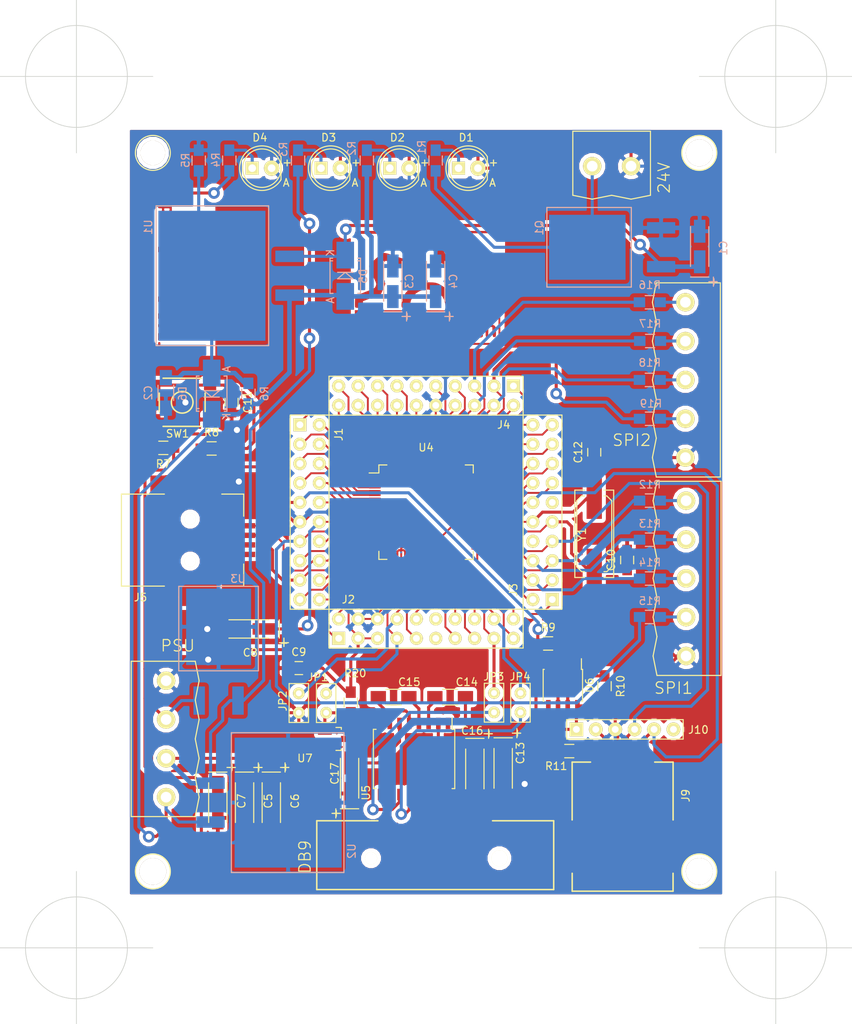
<source format=kicad_pcb>
(kicad_pcb (version 4) (host pcbnew 0.201508190901+6103~28~ubuntu15.04.1-product)
  (layers (0 F.Cu signal) (31 B.Cu signal hide) (34 B.Paste user hide) (35 F.Paste user hide) (36 B.SilkS user hide) (37 F.SilkS user hide) (38 B.Mask user hide) (39 F.Mask user) (44 Edge.Cuts user))
  (net 0 "")
  (net 1 GND)
  (net 2 "Net-(C1-Pad1)")
  (net 3 "Net-(C2-Pad1)")
  (net 4 +14V)
  (net 5 +5V)
  (net 6 +3.3V)
  (net 7 "Net-(C11-Pad1)")
  (net 8 "Net-(C14-Pad1)")
  (net 9 "Net-(C14-Pad2)")
  (net 10 "Net-(C15-Pad1)")
  (net 11 "Net-(C15-Pad2)")
  (net 12 "Net-(C16-Pad1)")
  (net 13 "Net-(C17-Pad2)")
  (net 14 RA5)
  (net 15 RE2)
  (net 16 RA4)
  (net 17 RE3)
  (net 18 RA3)
  (net 19 RC5)
  (net 20 RC7)
  (net 21 RC4)
  (net 22 RC6)
  (net 23 RC3)
  (net 24 RB7)
  (net 25 RA0)
  (net 26 RB6)
  (net 27 RA1)
  (net 28 RB5)
  (net 29 RA2)
  (net 30 RB4)
  (net 31 RC0)
  (net 32 RB3)
  (net 33 RC1)
  (net 34 RB2)
  (net 35 RC2)
  (net 36 RB1)
  (net 37 RB0)
  (net 38 RD0)
  (net 39 RD1)
  (net 40 RD2)
  (net 41 RD3)
  (net 42 RD5)
  (net 43 RD4)
  (net 44 RD7)
  (net 45 RD6)
  (net 46 RE1)
  (net 47 RE0)
  (net 48 RG0)
  (net 49 RG1)
  (net 50 RG2)
  (net 51 RG3)
  (net 52 ~MCLR)
  (net 53 RG4)
  (net 54 "Net-(J3-Pad8)")
  (net 55 RF2)
  (net 56 RJ0)
  (net 57 RJ1)
  (net 58 RJ2)
  (net 59 RJ3)
  (net 60 RJ5)
  (net 61 RJ4)
  (net 62 RJ7)
  (net 63 RJ6)
  (net 64 VCOM)
  (net 65 "Net-(J6-Pad6)")
  (net 66 "Net-(J6-Pad7)")
  (net 67 "Net-(J6-Pad8)")
  (net 68 "Net-(J6-Pad9)")
  (net 69 "Net-(J6-Pad1)")
  (net 70 "Net-(J6-Pad2)")
  (net 71 "Net-(J6-Pad3)")
  (net 72 "Net-(J6-Pad4)")
  (net 73 "Net-(J7-Pad1)")
  (net 74 "Net-(J7-Pad2)")
  (net 75 "Net-(J7-Pad3)")
  (net 76 "Net-(J7-Pad4)")
  (net 77 "Net-(J8-Pad1)")
  (net 78 "Net-(J8-Pad2)")
  (net 79 "Net-(J8-Pad3)")
  (net 80 "Net-(J8-Pad4)")
  (net 81 "Net-(J9-Pad1)")
  (net 82 "Net-(J9-Pad6)")
  (net 83 "Net-(J10-Pad6)")
  (net 84 +24V)
  (net 85 "Net-(JP1-Pad2)")
  (net 86 "Net-(JP3-Pad1)")
  (net 87 "Net-(JP4-Pad1)")
  (net 88 "Net-(D1-Pad1)")
  (net 89 "Net-(D2-Pad1)")
  (net 90 "Net-(D3-Pad1)")
  (net 91 "Net-(D4-Pad1)")
  (net 92 "Net-(R9-Pad2)")
  (net 93 "Net-(R10-Pad1)")
  (net 94 RF7)
  (net 95 RH2)
  (net 96 RH3)
  (net 97 RF6)
  (net 98 RF5)
  (net 99 RH7)
  (net 100 RH6)
  (net 101 RH5)
  (net 102 RH4)
  (net 103 RE7)
  (net 104 RE6)
  (net 105 RE5)
  (net 106 RE4)
  (net 107 RH0)
  (net 108 RH1)
  (net 109 "Net-(U5-Pad7)")
  (net 110 "Net-(U5-Pad8)")
  (net 111 "Net-(U5-Pad9)")
  (net 112 "Net-(U5-Pad10)")
  (net 113 "Net-(U6-Pad4)")
  (net 114 "Net-(U6-Pad5)")
  (net 115 "Net-(U7-Pad3)")
  (net 116 VDDCORE)
  (net 117 RA6)
  (net 118 RF4)
  (net 119 RF3)
  (net 120 "Net-(J2-Pad11)")
  (net 121 "Net-(J2-Pad12)")
  (net 122 "Net-(J3-Pad11)")
  (net 123 "Net-(J4-Pad11)")
  (net 124 OSC1)
  (module bjh-kicad-connector-fp:Weidmuller-SL-5.08-Vertical-4Pole (layer F.Cu) (at 54.737 137.287 90)
    (fp_text reference J12 hide)
    (fp_text value PSU (at 19.812 1.524 180) (layer F.SilkS) (effects (font (size 1.5 1.5))))
    (pad 1 thru_hole circle (at 0 0 90) (size 2.4 2.4) (drill 1.4) (layers *.Cu *.Mask F.SilkS) (net 4 +14V))
    (pad 2 thru_hole circle (at 5.08 0 90) (size 2.4 2.4) (drill 1.4) (layers *.Cu *.Mask F.SilkS) (net 5 +5V))
    (pad 3 thru_hole circle (at 10.16 0 90) (size 2.4 2.4) (drill 1.4) (layers *.Cu *.Mask F.SilkS) (net 6 +3.3V))
    (pad 4 thru_hole circle (at 15.24 0 90) (size 2.4 2.4) (drill 1.4) (layers *.Cu *.Mask F.SilkS) (net 1 GND))
  )
  (module Connect:1pin (layer F.Cu) (at 53 147)
    (fp_text reference REF** hide)
    (fp_text value 1pin hide)
    (pad 1 thru_hole circle (at 0 0) (size 3.5 3.5) (drill 3.5) (layers *.Cu *.Mask F.SilkS))
  )
  (module Connect:1pin (layer F.Cu) (at 124.5 147)
    (fp_text reference REF** hide)
    (fp_text value 1pin hide)
    (pad 1 thru_hole circle (at 0 0) (size 3.5 3.5) (drill 3.5) (layers *.Cu *.Mask F.SilkS))
  )
  (module Connect:1pin (layer F.Cu) (at 53 53)
    (fp_text reference REF** hide)
    (fp_text value 1pin hide)
    (pad 1 thru_hole circle (at 0 0) (size 3.2 3.2) (drill 3.2) (layers *.Cu *.Mask F.SilkS))
  )
  (module Capacitors_Tantalum_SMD:TantalC_SizeA_EIA-3216_HandSoldering (layer B.Cu) (at 124.55 65.25 90)
    (fp_text reference C1 (at -0.20066 3.0988 90) (layer B.SilkS) (effects (justify mirror)))
    (fp_text value CP)
    (fp_text user + (at -4.59994 1.80086 90) (layer B.SilkS) (effects (justify mirror)))
    (pad 2 smd rect (at 1.99898 0 90) (size 2.99974 1.50114) (layers B.Cu B.Paste B.Mask) (net 1 GND))
    (pad 1 smd rect (at -1.99898 0 90) (size 2.99974 1.50114) (layers B.Cu B.Paste B.Mask) (net 2 "Net-(C1-Pad1)"))
  )
  (module Capacitors_SMD:C_1206_HandSoldering (layer B.Cu) (at 54.7 84.4 270)
    (fp_text reference C2 (at 0 2.3 270) (layer B.SilkS) (effects (justify mirror)))
    (fp_text value C hide)
    (pad 1 smd rect (at -2 0 270) (size 2 1.6) (layers B.Cu B.Paste B.Mask) (net 3 "Net-(C2-Pad1)"))
    (pad 2 smd rect (at 2 0 270) (size 2 1.6) (layers B.Cu B.Paste B.Mask) (net 1 GND))
  )
  (module Capacitors_Tantalum_SMD:TantalC_SizeA_EIA-3216_HandSoldering (layer B.Cu) (at 84.4 69.8 90)
    (fp_text reference C3 (at 0.0007 2.1633 90) (layer B.SilkS) (effects (justify mirror)))
    (fp_text value CP hide)
    (fp_text user + (at -4.59994 1.80086 90) (layer B.SilkS) (effects (justify mirror)))
    (pad 2 smd rect (at 1.99898 0 90) (size 2.99974 1.50114) (layers B.Cu B.Paste B.Mask) (net 1 GND))
    (pad 1 smd rect (at -1.99898 0 90) (size 2.99974 1.50114) (layers B.Cu B.Paste B.Mask) (net 4 +14V))
  )
  (module Capacitors_Tantalum_SMD:TantalC_SizeA_EIA-3216_HandSoldering (layer B.Cu) (at 90 69.8 90)
    (fp_text reference C4 (at 0.0007 2.3164 90) (layer B.SilkS) (effects (justify mirror)))
    (fp_text value CP hide)
    (fp_text user + (at -4.59994 1.80086 90) (layer B.SilkS) (effects (justify mirror)))
    (pad 2 smd rect (at 1.99898 0 90) (size 2.99974 1.50114) (layers B.Cu B.Paste B.Mask) (net 1 GND))
    (pad 1 smd rect (at -1.99898 0 90) (size 2.99974 1.50114) (layers B.Cu B.Paste B.Mask) (net 4 +14V))
  )
  (module Capacitors_Tantalum_SMD:TantalC_SizeA_EIA-3216_HandSoldering (layer F.Cu) (at 65 138 270)
    (fp_text reference C5 (at -0.20066 -3.0988 270) (layer F.SilkS))
    (fp_text value CP hide)
    (fp_text user + (at -4.59994 -1.80086 270) (layer F.SilkS))
    (pad 2 smd rect (at 1.99898 0 270) (size 2.99974 1.50114) (layers F.Cu F.Paste F.Mask) (net 1 GND))
    (pad 1 smd rect (at -1.99898 0 270) (size 2.99974 1.50114) (layers F.Cu F.Paste F.Mask) (net 5 +5V))
  )
  (module Capacitors_Tantalum_SMD:TantalC_SizeA_EIA-3216_HandSoldering (layer F.Cu) (at 68.5 138 270)
    (fp_text reference C6 (at -0.20066 -3.0988 270) (layer F.SilkS))
    (fp_text value CP hide)
    (fp_text user + (at -4.59994 -1.80086 270) (layer F.SilkS))
    (pad 2 smd rect (at 1.99898 0 270) (size 2.99974 1.50114) (layers F.Cu F.Paste F.Mask) (net 1 GND))
    (pad 1 smd rect (at -1.99898 0 270) (size 2.99974 1.50114) (layers F.Cu F.Paste F.Mask) (net 5 +5V))
  )
  (module Capacitors_Tantalum_SMD:TantalC_SizeA_EIA-3216_HandSoldering (layer F.Cu) (at 61.5 138 270)
    (fp_text reference C7 (at -0.20066 -3.0988 270) (layer F.SilkS))
    (fp_text value CP)
    (fp_text user + (at -4.59994 -1.80086 270) (layer F.SilkS))
    (pad 2 smd rect (at 1.99898 0 270) (size 2.99974 1.50114) (layers F.Cu F.Paste F.Mask) (net 1 GND))
    (pad 1 smd rect (at -1.99898 0 270) (size 2.99974 1.50114) (layers F.Cu F.Paste F.Mask) (net 6 +3.3V))
  )
  (module Capacitors_Tantalum_SMD:TantalC_SizeA_EIA-3216_HandSoldering (layer F.Cu) (at 65.55 115.28 180)
    (fp_text reference C8 (at -0.20066 -3.0988 180) (layer F.SilkS))
    (fp_text value CP hide)
    (fp_text user + (at -4.59994 -1.80086 180) (layer F.SilkS))
    (pad 2 smd rect (at 1.99898 0 180) (size 2.99974 1.50114) (layers F.Cu F.Paste F.Mask) (net 1 GND))
    (pad 1 smd rect (at -1.99898 0 180) (size 2.99974 1.50114) (layers F.Cu F.Paste F.Mask) (net 116 VDDCORE))
  )
  (module Capacitors_SMD:C_0805_HandSoldering (layer F.Cu) (at 72.1 120.4)
    (fp_text reference C9 (at 0 -2.1) (layer F.SilkS))
    (fp_text value 18pF hide)
    (pad 1 smd rect (at -1.25 0) (size 1.5 1.25) (layers F.Cu F.Paste F.Mask) (net 1 GND))
    (pad 2 smd rect (at 1.25 0) (size 1.5 1.25) (layers F.Cu F.Paste F.Mask) (net 6 +3.3V))
  )
  (module Capacitors_SMD:C_0805_HandSoldering (layer F.Cu) (at 115.06 106.26 90)
    (fp_text reference C10 (at 0 -2.1 90) (layer F.SilkS))
    (fp_text value 18pF hide)
    (pad 1 smd rect (at -1.25 0 90) (size 1.5 1.25) (layers F.Cu F.Paste F.Mask) (net 124 OSC1))
    (pad 2 smd rect (at 1.25 0 90) (size 1.5 1.25) (layers F.Cu F.Paste F.Mask) (net 1 GND))
  )
  (module Capacitors_SMD:C_0805_HandSoldering (layer F.Cu) (at 63.3 85.61 270)
    (fp_text reference C11 (at 0 -2.1 270) (layer F.SilkS))
    (fp_text value 10nF hide)
    (pad 1 smd rect (at -1.25 0 270) (size 1.5 1.25) (layers F.Cu F.Paste F.Mask) (net 7 "Net-(C11-Pad1)"))
    (pad 2 smd rect (at 1.25 0 270) (size 1.5 1.25) (layers F.Cu F.Paste F.Mask) (net 1 GND))
  )
  (module Capacitors_SMD:C_0805_HandSoldering (layer F.Cu) (at 110.754 92.164 90)
    (fp_text reference C12 (at 0 -2.1 90) (layer F.SilkS))
    (fp_text value 18pF hide)
    (pad 1 smd rect (at -1.25 0 90) (size 1.5 1.25) (layers F.Cu F.Paste F.Mask) (net 117 RA6))
    (pad 2 smd rect (at 1.25 0 90) (size 1.5 1.25) (layers F.Cu F.Paste F.Mask) (net 1 GND))
  )
  (module Capacitors_Tantalum_SMD:TantalC_SizeA_EIA-3216_HandSoldering (layer F.Cu) (at 98.8387 133.5151 270)
    (fp_text reference C13 (at -1.9951 -2.2413 270) (layer F.SilkS))
    (fp_text value CP hide)
    (fp_text user + (at -4.59994 -1.80086 270) (layer F.SilkS))
    (pad 2 smd rect (at 1.99898 0 270) (size 2.99974 1.50114) (layers F.Cu F.Paste F.Mask) (net 1 GND))
    (pad 1 smd rect (at -1.99898 0 270) (size 2.99974 1.50114) (layers F.Cu F.Paste F.Mask) (net 6 +3.3V))
  )
  (module Capacitors_SMD:C_1206_HandSoldering (layer F.Cu) (at 91.9 124.2 180)
    (fp_text reference C14 (at -2.1844 1.97 180) (layer F.SilkS))
    (fp_text value C hide)
    (pad 1 smd rect (at -2 0 180) (size 2 1.6) (layers F.Cu F.Paste F.Mask) (net 8 "Net-(C14-Pad1)"))
    (pad 2 smd rect (at 2 0 180) (size 2 1.6) (layers F.Cu F.Paste F.Mask) (net 9 "Net-(C14-Pad2)"))
  )
  (module Capacitors_SMD:C_1206_HandSoldering (layer F.Cu) (at 84.5 124.2 180)
    (fp_text reference C15 (at -2.0574 1.97 180) (layer F.SilkS))
    (fp_text value C hide)
    (pad 1 smd rect (at -2 0 180) (size 2 1.6) (layers F.Cu F.Paste F.Mask) (net 10 "Net-(C15-Pad1)"))
    (pad 2 smd rect (at 2 0 180) (size 2 1.6) (layers F.Cu F.Paste F.Mask) (net 11 "Net-(C15-Pad2)"))
  )
  (module Capacitors_Tantalum_SMD:TantalC_SizeA_EIA-3216_HandSoldering (layer F.Cu) (at 95.1303 133.5913 270)
    (fp_text reference C16 (at -5.0013 0.3403 360) (layer F.SilkS))
    (fp_text value CP hide)
    (fp_text user + (at -4.59994 -1.80086 270) (layer F.SilkS))
    (pad 2 smd rect (at 1.99898 0 270) (size 2.99974 1.50114) (layers F.Cu F.Paste F.Mask) (net 1 GND))
    (pad 1 smd rect (at -1.99898 0 270) (size 2.99974 1.50114) (layers F.Cu F.Paste F.Mask) (net 12 "Net-(C16-Pad1)"))
  )
  (module Capacitors_Tantalum_SMD:TantalC_SizeA_EIA-3216_HandSoldering (layer F.Cu) (at 78.738 134.808 90)
    (fp_text reference C17 (at 0.608 -1.938 90) (layer F.SilkS))
    (fp_text value CP hide)
    (fp_text user + (at -4.59994 -1.80086 90) (layer F.SilkS))
    (pad 2 smd rect (at 1.99898 0 90) (size 2.99974 1.50114) (layers F.Cu F.Paste F.Mask) (net 13 "Net-(C17-Pad2)"))
    (pad 1 smd rect (at -1.99898 0 90) (size 2.99974 1.50114) (layers F.Cu F.Paste F.Mask) (net 1 GND))
  )
  (module Diodes_SMD:Diode-SMB_Handsoldering (layer B.Cu) (at 78.175 69.075 90)
    (fp_text reference D5 (at -0.0512 2.3431 90) (layer B.SilkS) (effects (justify mirror)))
    (fp_text value D)
    (fp_text user A (at -3.2004 -1.95072 90) (layer B.SilkS) (effects (justify mirror)))
    (fp_text user K (at 2.99974 -1.95072 90) (layer B.SilkS) (effects (justify mirror)))
    (pad 1 smd rect (at -2.70002 0 90) (size 3.50012 2.30124) (layers B.Cu B.Paste B.Mask) (net 4 +14V))
    (pad 2 smd rect (at 2.70002 0 90) (size 3.50012 2.30124) (layers B.Cu B.Paste B.Mask) (net 2 "Net-(C1-Pad1)"))
  )
  (module Diodes_SMD:Diode-SMB_Handsoldering (layer B.Cu) (at 60.7 84.5 270)
    (fp_text reference D6 (at 0 3.81 270) (layer B.SilkS) (effects (justify mirror)))
    (fp_text value D)
    (fp_text user A (at -3.2004 -1.95072 270) (layer B.SilkS) (effects (justify mirror)))
    (fp_text user K (at 2.99974 -1.95072 270) (layer B.SilkS) (effects (justify mirror)))
    (pad 1 smd rect (at -2.70002 0 270) (size 3.50012 2.30124) (layers B.Cu B.Paste B.Mask) (net 3 "Net-(C2-Pad1)"))
    (pad 2 smd rect (at 2.70002 0 270) (size 3.50012 2.30124) (layers B.Cu B.Paste B.Mask) (net 4 +14V))
  )
  (module bjh-kicad-connector-fp:USB2.0-B-RCPT-SMT-TEConn-1734346-1 (layer F.Cu) (at 48.888 103.658 270)
    (fp_text reference J5 (at 7.5 -2.5 360) (layer F.SilkS))
    (fp_text value USB)
    (pad 2 smd rect (at -0.625 -16 270) (size 0.7 3) (layers F.Cu F.Paste F.Mask) (net 119 RF3))
    (pad 4 smd rect (at 0.625 -16 270) (size 0.7 3) (layers F.Cu F.Paste F.Mask) (net 1 GND))
    (pad 3 smd rect (at -1.875 -16 270) (size 0.7 3) (layers F.Cu F.Paste F.Mask) (net 118 RF4))
    (pad 1 smd rect (at 1.875 -16 270) (size 0.7 3) (layers F.Cu F.Paste F.Mask) (net 64 VCOM))
    (pad "" np_thru_hole circle (at 2.75 -9 270) (size 1.5 1.5) (drill 1.5) (layers *.Cu *.Mask F.SilkS))
    (pad "" np_thru_hole circle (at -2.75 -9 270) (size 1.5 1.5) (drill 1.5) (layers *.Cu *.Mask F.SilkS))
    (pad "" smd rect (at 6.92 -9.58 270) (size 3.4 6.04) (layers F.Cu F.Paste F.Mask))
    (pad "" smd rect (at -6.92 -9.58 270) (size 3.4 6.04) (layers F.Cu F.Paste F.Mask))
  )
  (module bjh-kicad-connector-fp:Molex-44144-0005-RJ11-Jack-6Way-SMT (layer F.Cu) (at 114.468 133.278)
    (fp_text reference J9 (at 8.255 3.81 270) (layer F.SilkS))
    (fp_text value "RJ11 ICD" hide)
    (pad 1 smd rect (at -3.175 -1.27) (size 0.64 2.54) (layers F.Cu F.Paste F.Mask) (net 81 "Net-(J9-Pad1)"))
    (pad 2 smd rect (at -1.905 -1.27) (size 0.64 2.54) (layers F.Cu F.Paste F.Mask) (net 6 +3.3V))
    (pad 3 smd rect (at -0.635 -1.27) (size 0.64 2.54) (layers F.Cu F.Paste F.Mask) (net 1 GND))
    (pad 4 smd rect (at 0.635 -1.27) (size 0.64 2.54) (layers F.Cu F.Paste F.Mask) (net 24 RB7))
    (pad 5 smd rect (at 1.905 -1.27) (size 0.64 2.54) (layers F.Cu F.Paste F.Mask) (net 26 RB6))
    (pad 6 smd rect (at 3.175 -1.27) (size 0.64 2.54) (layers F.Cu F.Paste F.Mask) (net 82 "Net-(J9-Pad6)"))
    (pad "" smd rect (at -5.33 10.525) (size 2.54 5.21) (layers F.Cu F.Paste F.Mask))
    (pad "" smd rect (at 5.33 10.525) (size 2.54 5.21) (layers F.Cu F.Paste F.Mask))
  )
  (module bjh-kicad-connector-fp:jumper-2way-through-hole (layer F.Cu) (at 75.678 123.708 270)
    (fp_text reference JP1 (at -2.108 1.078 360) (layer F.SilkS))
    (fp_text value Jumper hide)
    (pad 1 thru_hole circle (at 0 0 270) (size 1.524 1.524) (drill 0.762) (layers *.Cu *.Mask F.SilkS) (net 18 RA3))
    (pad 2 thru_hole circle (at 2.54 0 270) (size 1.524 1.524) (drill 0.762) (layers *.Cu *.Mask F.SilkS) (net 85 "Net-(JP1-Pad2)"))
  )
  (module bjh-kicad-connector-fp:jumper-2way-through-hole (layer F.Cu) (at 72.1 123.7 270)
    (fp_text reference JP2 (at 1 2.1 270) (layer F.SilkS))
    (fp_text value Jumper hide)
    (pad 1 thru_hole circle (at 0 0 270) (size 1.524 1.524) (drill 0.762) (layers *.Cu *.Mask F.SilkS) (net 29 RA2))
    (pad 2 thru_hole circle (at 2.54 0 270) (size 1.524 1.524) (drill 0.762) (layers *.Cu *.Mask F.SilkS) (net 1 GND))
  )
  (module bjh-kicad-connector-fp:jumper-2way-through-hole (layer F.Cu) (at 97.64 126.2 90)
    (fp_text reference JP3 (at 4.6736 -0.0332 360) (layer F.SilkS))
    (fp_text value Jumper hide)
    (pad 1 thru_hole circle (at 0 0 90) (size 1.524 1.524) (drill 0.762) (layers *.Cu *.Mask F.SilkS) (net 86 "Net-(JP3-Pad1)"))
    (pad 2 thru_hole circle (at 2.54 0 90) (size 1.524 1.524) (drill 0.762) (layers *.Cu *.Mask F.SilkS) (net 22 RC6))
  )
  (module bjh-kicad-connector-fp:jumper-2way-through-hole (layer F.Cu) (at 101.1 126.2 90)
    (fp_text reference JP4 (at 4.6736 -0.0508 180) (layer F.SilkS))
    (fp_text value Jumper hide)
    (pad 1 thru_hole circle (at 0 0 90) (size 1.524 1.524) (drill 0.762) (layers *.Cu *.Mask F.SilkS) (net 87 "Net-(JP4-Pad1)"))
    (pad 2 thru_hole circle (at 2.54 0 90) (size 1.524 1.524) (drill 0.762) (layers *.Cu *.Mask F.SilkS) (net 20 RC7))
  )
  (module bjh-kicad-transistor-fp:TO-263 (layer B.Cu) (at 121.35 65.35 270)
    (fp_text reference Q1 (at -2.54 17.78 270) (layer B.SilkS) (effects (justify mirror)))
    (fp_text value Q_PMOS_GDS hide)
    (pad 3 smd rect (at 2.54 1.85 270) (size 1.5 3.7) (layers B.Cu B.Paste B.Mask) (net 2 "Net-(C1-Pad1)"))
    (pad 1 smd rect (at -2.54 1.85 270) (size 1.5 3.7) (layers B.Cu B.Paste B.Mask) (net 1 GND))
    (pad 2 smd rect (at 0 11.5 270) (size 8.5 10) (layers B.Cu B.Paste B.Mask) (net 84 +24V))
  )
  (module Resistors_SMD:R_0805_HandSoldering (layer B.Cu) (at 90 54 90)
    (fp_text reference R1 (at 1.7013 -1.8238 90) (layer B.SilkS) (effects (justify mirror)))
    (fp_text value R hide)
    (pad 1 smd rect (at -1.35 0 90) (size 1.5 1.3) (layers B.Cu B.Paste B.Mask) (net 84 +24V))
    (pad 2 smd rect (at 1.35 0 90) (size 1.5 1.3) (layers B.Cu B.Paste B.Mask) (net 88 "Net-(D1-Pad1)"))
  )
  (module Resistors_SMD:R_0805_HandSoldering (layer B.Cu) (at 81 54 90)
    (fp_text reference R2 (at 1.587 -1.9805 90) (layer B.SilkS) (effects (justify mirror)))
    (fp_text value R hide)
    (pad 1 smd rect (at -1.35 0 90) (size 1.5 1.3) (layers B.Cu B.Paste B.Mask) (net 4 +14V))
    (pad 2 smd rect (at 1.35 0 90) (size 1.5 1.3) (layers B.Cu B.Paste B.Mask) (net 89 "Net-(D2-Pad1)"))
  )
  (module Resistors_SMD:R_0805_HandSoldering (layer B.Cu) (at 72 54 90)
    (fp_text reference R3 (at 1.4727 -1.9213 90) (layer B.SilkS) (effects (justify mirror)))
    (fp_text value R hide)
    (pad 1 smd rect (at -1.35 0 90) (size 1.5 1.3) (layers B.Cu B.Paste B.Mask) (net 5 +5V))
    (pad 2 smd rect (at 1.35 0 90) (size 1.5 1.3) (layers B.Cu B.Paste B.Mask) (net 90 "Net-(D3-Pad1)"))
  )
  (module Resistors_SMD:R_0805_HandSoldering (layer B.Cu) (at 63 54 90)
    (fp_text reference R4 (at 0.0757 -1.7605 90) (layer B.SilkS) (effects (justify mirror)))
    (fp_text value R hide)
    (pad 1 smd rect (at -1.35 0 90) (size 1.5 1.3) (layers B.Cu B.Paste B.Mask) (net 6 +3.3V))
    (pad 2 smd rect (at 1.35 0 90) (size 1.5 1.3) (layers B.Cu B.Paste B.Mask) (net 91 "Net-(D4-Pad1)"))
  )
  (module Resistors_SMD:R_0805_HandSoldering (layer B.Cu) (at 59 54 90)
    (fp_text reference R5 (at 0.0249 -1.7229 90) (layer B.SilkS) (effects (justify mirror)))
    (fp_text value R hide)
    (pad 1 smd rect (at -1.35 0 90) (size 1.5 1.3) (layers B.Cu B.Paste B.Mask) (net 3 "Net-(C2-Pad1)"))
    (pad 2 smd rect (at 1.35 0 90) (size 1.5 1.3) (layers B.Cu B.Paste B.Mask) (net 1 GND))
  )
  (module Resistors_SMD:R_0805_HandSoldering (layer B.Cu) (at 65.5 84.5 90)
    (fp_text reference R6 (at 0 2.1 90) (layer B.SilkS) (effects (justify mirror)))
    (fp_text value R)
    (pad 1 smd rect (at -1.35 0 90) (size 1.5 1.3) (layers B.Cu B.Paste B.Mask) (net 4 +14V))
    (pad 2 smd rect (at 1.35 0 90) (size 1.5 1.3) (layers B.Cu B.Paste B.Mask) (net 3 "Net-(C2-Pad1)"))
  )
  (module Resistors_SMD:R_0805_HandSoldering (layer F.Cu) (at 54.37 91.59 180)
    (fp_text reference R7 (at 0 -2.1 180) (layer F.SilkS))
    (fp_text value 15K hide)
    (pad 1 smd rect (at -1.35 0 180) (size 1.5 1.3) (layers F.Cu F.Paste F.Mask) (net 6 +3.3V))
    (pad 2 smd rect (at 1.35 0 180) (size 1.5 1.3) (layers F.Cu F.Paste F.Mask) (net 7 "Net-(C11-Pad1)"))
  )
  (module Resistors_SMD:R_0805_HandSoldering (layer F.Cu) (at 60.69 91.67)
    (fp_text reference R8 (at 0 -2.1) (layer F.SilkS))
    (fp_text value 100 hide)
    (pad 1 smd rect (at -1.35 0) (size 1.5 1.3) (layers F.Cu F.Paste F.Mask) (net 52 ~MCLR))
    (pad 2 smd rect (at 1.35 0) (size 1.5 1.3) (layers F.Cu F.Paste F.Mask) (net 7 "Net-(C11-Pad1)"))
  )
  (module Resistors_SMD:R_0805_HandSoldering (layer F.Cu) (at 104.72 117.18)
    (fp_text reference R9 (at 0 -2.1) (layer F.SilkS))
    (fp_text value R hide)
    (pad 1 smd rect (at -1.35 0) (size 1.5 1.3) (layers F.Cu F.Paste F.Mask) (net 52 ~MCLR))
    (pad 2 smd rect (at 1.35 0) (size 1.5 1.3) (layers F.Cu F.Paste F.Mask) (net 92 "Net-(R9-Pad2)"))
  )
  (module Resistors_SMD:R_0805_HandSoldering (layer F.Cu) (at 112.098 122.768 270)
    (fp_text reference R10 (at 0 -2.1 270) (layer F.SilkS))
    (fp_text value R hide)
    (pad 1 smd rect (at -1.35 0 270) (size 1.5 1.3) (layers F.Cu F.Paste F.Mask) (net 93 "Net-(R10-Pad1)"))
    (pad 2 smd rect (at 1.35 0 270) (size 1.5 1.3) (layers F.Cu F.Paste F.Mask) (net 52 ~MCLR))
  )
  (module Resistors_SMD:R_0805_HandSoldering (layer F.Cu) (at 107.488 131.258 180)
    (fp_text reference R11 (at 1.7096 -1.9651 180) (layer F.SilkS))
    (fp_text value R hide)
    (pad 1 smd rect (at -1.35 0 180) (size 1.5 1.3) (layers F.Cu F.Paste F.Mask) (net 81 "Net-(J9-Pad1)"))
    (pad 2 smd rect (at 1.35 0 180) (size 1.5 1.3) (layers F.Cu F.Paste F.Mask) (net 52 ~MCLR))
  )
  (module Resistors_SMD:R_0805_HandSoldering (layer B.Cu) (at 118.0339 98.4886 180)
    (fp_text reference R12 (at 0 2.1 180) (layer B.SilkS) (effects (justify mirror)))
    (fp_text value R hide)
    (pad 1 smd rect (at -1.35 0 180) (size 1.5 1.3) (layers B.Cu B.Paste B.Mask) (net 73 "Net-(J7-Pad1)"))
    (pad 2 smd rect (at 1.35 0 180) (size 1.5 1.3) (layers B.Cu B.Paste B.Mask) (net 21 RC4))
  )
  (module Resistors_SMD:R_0805_HandSoldering (layer B.Cu) (at 118.0339 103.6067 180)
    (fp_text reference R13 (at 0 2.1 180) (layer B.SilkS) (effects (justify mirror)))
    (fp_text value R hide)
    (pad 1 smd rect (at -1.35 0 180) (size 1.5 1.3) (layers B.Cu B.Paste B.Mask) (net 74 "Net-(J7-Pad2)"))
    (pad 2 smd rect (at 1.35 0 180) (size 1.5 1.3) (layers B.Cu B.Paste B.Mask) (net 19 RC5))
  )
  (module Resistors_SMD:R_0805_HandSoldering (layer B.Cu) (at 118.0339 108.6867 180)
    (fp_text reference R14 (at 0 2.1 180) (layer B.SilkS) (effects (justify mirror)))
    (fp_text value R hide)
    (pad 1 smd rect (at -1.35 0 180) (size 1.5 1.3) (layers B.Cu B.Paste B.Mask) (net 75 "Net-(J7-Pad3)"))
    (pad 2 smd rect (at 1.35 0 180) (size 1.5 1.3) (layers B.Cu B.Paste B.Mask) (net 23 RC3))
  )
  (module Resistors_SMD:R_0805_HandSoldering (layer B.Cu) (at 118.0339 113.7159 180)
    (fp_text reference R15 (at 0 2.1 180) (layer B.SilkS) (effects (justify mirror)))
    (fp_text value R hide)
    (pad 1 smd rect (at -1.35 0 180) (size 1.5 1.3) (layers B.Cu B.Paste B.Mask) (net 76 "Net-(J7-Pad4)"))
    (pad 2 smd rect (at 1.35 0 180) (size 1.5 1.3) (layers B.Cu B.Paste B.Mask) (net 94 RF7))
  )
  (module Resistors_SMD:R_0805_HandSoldering (layer B.Cu) (at 118.0212 72.5425 180)
    (fp_text reference R16 (at 0 2.25 180) (layer B.SilkS) (effects (justify mirror)))
    (fp_text value R hide)
    (pad 1 smd rect (at -1.35 0 180) (size 1.5 1.3) (layers B.Cu B.Paste B.Mask) (net 77 "Net-(J8-Pad1)"))
    (pad 2 smd rect (at 1.35 0 180) (size 1.5 1.3) (layers B.Cu B.Paste B.Mask) (net 42 RD5))
  )
  (module Resistors_SMD:R_0805_HandSoldering (layer B.Cu) (at 118.0593 77.6098 180)
    (fp_text reference R17 (at 0 2.25 180) (layer B.SilkS) (effects (justify mirror)))
    (fp_text value R hide)
    (pad 1 smd rect (at -1.35 0 180) (size 1.5 1.3) (layers B.Cu B.Paste B.Mask) (net 78 "Net-(J8-Pad2)"))
    (pad 2 smd rect (at 1.35 0 180) (size 1.5 1.3) (layers B.Cu B.Paste B.Mask) (net 43 RD4))
  )
  (module Resistors_SMD:R_0805_HandSoldering (layer B.Cu) (at 118.0212 82.7025 180)
    (fp_text reference R18 (at 0 2.25 180) (layer B.SilkS) (effects (justify mirror)))
    (fp_text value R hide)
    (pad 1 smd rect (at -1.35 0 180) (size 1.5 1.3) (layers B.Cu B.Paste B.Mask) (net 79 "Net-(J8-Pad3)"))
    (pad 2 smd rect (at 1.35 0 180) (size 1.5 1.3) (layers B.Cu B.Paste B.Mask) (net 45 RD6))
  )
  (module Resistors_SMD:R_0805_HandSoldering (layer B.Cu) (at 118.0339 87.7825 180)
    (fp_text reference R19 (at -0.14 1.98 180) (layer B.SilkS) (effects (justify mirror)))
    (fp_text value R hide)
    (pad 1 smd rect (at -1.35 0 180) (size 1.5 1.3) (layers B.Cu B.Paste B.Mask) (net 80 "Net-(J8-Pad4)"))
    (pad 2 smd rect (at 1.35 0 180) (size 1.5 1.3) (layers B.Cu B.Paste B.Mask) (net 44 RD7))
  )
  (module Resistors_SMD:R_0805_HandSoldering (layer F.Cu) (at 78.9 124.9 90)
    (fp_text reference R20 (at 3.82 0.58 180) (layer F.SilkS))
    (fp_text value R hide)
    (pad 1 smd rect (at -1.35 0 90) (size 1.5 1.3) (layers F.Cu F.Paste F.Mask) (net 85 "Net-(JP1-Pad2)"))
    (pad 2 smd rect (at 1.35 0 90) (size 1.5 1.3) (layers F.Cu F.Paste F.Mask) (net 6 +3.3V))
  )
  (module bjh-kicad-transistor-fp:TO-263-with-copper-heatsink (layer B.Cu) (at 72.725 69.075 270)
    (fp_text reference U1 (at -6.35 20.32 270) (layer B.SilkS) (effects (justify mirror)))
    (fp_text value REG-LM317 hide)
    (pad 3 smd rect (at 2.54 1.85 270) (size 1.5 3.7) (layers B.Cu B.Paste B.Mask) (net 4 +14V))
    (pad 1 smd rect (at -2.54 1.85 270) (size 1.5 3.7) (layers B.Cu B.Paste B.Mask) (net 2 "Net-(C1-Pad1)"))
    (pad 2 smd rect (at 0 12 270) (size 17 14) (layers B.Cu B.Paste B.Mask) (net 3 "Net-(C2-Pad1)"))
  )
  (module bjh-kicad-transistor-fp:TO-263-with-copper-heatsink (layer B.Cu) (at 58.7 138 90)
    (fp_text reference U2 (at -6.35 20.32 90) (layer B.SilkS) (effects (justify mirror)))
    (fp_text value REG-7805)
    (pad 3 smd rect (at 2.54 1.85 90) (size 1.5 3.7) (layers B.Cu B.Paste B.Mask) (net 5 +5V))
    (pad 1 smd rect (at -2.54 1.85 90) (size 1.5 3.7) (layers B.Cu B.Paste B.Mask) (net 4 +14V))
    (pad 2 smd rect (at 0 12 90) (size 17 14) (layers B.Cu B.Paste B.Mask) (net 1 GND))
  )
  (module bjh-kicad-transistor-fp:TO-263 (layer B.Cu) (at 61.6 126.5 180)
    (fp_text reference U3 (at -2.54 17.78 180) (layer B.SilkS) (effects (justify mirror)))
    (fp_text value LD1086-3.3 hide)
    (pad 3 smd rect (at 2.54 1.85 180) (size 1.5 3.7) (layers B.Cu B.Paste B.Mask) (net 6 +3.3V))
    (pad 1 smd rect (at -2.54 1.85 180) (size 1.5 3.7) (layers B.Cu B.Paste B.Mask) (net 5 +5V))
    (pad 2 smd rect (at 0 11.5 180) (size 8.5 10) (layers B.Cu B.Paste B.Mask) (net 1 GND))
  )
  (module Housings_QFP:TQFP-80_12x12mm_Pitch0.5mm (layer F.Cu) (at 88.75 100)
    (fp_text reference U4 (at 0 -8.45) (layer F.SilkS))
    (fp_text value PIC-18F87J50-TQFP hide)
    (pad 1 smd rect (at -6.7 -4.75) (size 1.5 0.3) (layers F.Cu F.Paste F.Mask) (net 95 RH2))
    (pad 2 smd rect (at -6.7 -4.25) (size 1.5 0.3) (layers F.Cu F.Paste F.Mask) (net 96 RH3))
    (pad 3 smd rect (at -6.7 -3.75) (size 1.5 0.3) (layers F.Cu F.Paste F.Mask) (net 46 RE1))
    (pad 4 smd rect (at -6.7 -3.25) (size 1.5 0.3) (layers F.Cu F.Paste F.Mask) (net 47 RE0))
    (pad 5 smd rect (at -6.7 -2.75) (size 1.5 0.3) (layers F.Cu F.Paste F.Mask) (net 48 RG0))
    (pad 6 smd rect (at -6.7 -2.25) (size 1.5 0.3) (layers F.Cu F.Paste F.Mask) (net 49 RG1))
    (pad 7 smd rect (at -6.7 -1.75) (size 1.5 0.3) (layers F.Cu F.Paste F.Mask) (net 50 RG2))
    (pad 8 smd rect (at -6.7 -1.25) (size 1.5 0.3) (layers F.Cu F.Paste F.Mask) (net 51 RG3))
    (pad 9 smd rect (at -6.7 -0.75) (size 1.5 0.3) (layers F.Cu F.Paste F.Mask) (net 52 ~MCLR))
    (pad 10 smd rect (at -6.7 -0.25) (size 1.5 0.3) (layers F.Cu F.Paste F.Mask) (net 53 RG4))
    (pad 11 smd rect (at -6.7 0.25) (size 1.5 0.3) (layers F.Cu F.Paste F.Mask) (net 1 GND))
    (pad 12 smd rect (at -6.7 0.75) (size 1.5 0.3) (layers F.Cu F.Paste F.Mask) (net 116 VDDCORE))
    (pad 13 smd rect (at -6.7 1.25) (size 1.5 0.3) (layers F.Cu F.Paste F.Mask) (net 94 RF7))
    (pad 14 smd rect (at -6.7 1.75) (size 1.5 0.3) (layers F.Cu F.Paste F.Mask) (net 97 RF6))
    (pad 15 smd rect (at -6.7 2.25) (size 1.5 0.3) (layers F.Cu F.Paste F.Mask) (net 98 RF5))
    (pad 16 smd rect (at -6.7 2.75) (size 1.5 0.3) (layers F.Cu F.Paste F.Mask) (net 118 RF4))
    (pad 17 smd rect (at -6.7 3.25) (size 1.5 0.3) (layers F.Cu F.Paste F.Mask) (net 119 RF3))
    (pad 18 smd rect (at -6.7 3.75) (size 1.5 0.3) (layers F.Cu F.Paste F.Mask) (net 55 RF2))
    (pad 19 smd rect (at -6.7 4.25) (size 1.5 0.3) (layers F.Cu F.Paste F.Mask) (net 99 RH7))
    (pad 20 smd rect (at -6.7 4.75) (size 1.5 0.3) (layers F.Cu F.Paste F.Mask) (net 100 RH6))
    (pad 21 smd rect (at -4.75 6.7 90) (size 1.5 0.3) (layers F.Cu F.Paste F.Mask) (net 101 RH5))
    (pad 22 smd rect (at -4.25 6.7 90) (size 1.5 0.3) (layers F.Cu F.Paste F.Mask) (net 102 RH4))
    (pad 23 smd rect (at -3.75 6.7 90) (size 1.5 0.3) (layers F.Cu F.Paste F.Mask) (net 6 +3.3V))
    (pad 24 smd rect (at -3.25 6.7 90) (size 1.5 0.3) (layers F.Cu F.Paste F.Mask) (net 6 +3.3V))
    (pad 25 smd rect (at -2.75 6.7 90) (size 1.5 0.3) (layers F.Cu F.Paste F.Mask) (net 6 +3.3V))
    (pad 26 smd rect (at -2.25 6.7 90) (size 1.5 0.3) (layers F.Cu F.Paste F.Mask) (net 1 GND))
    (pad 27 smd rect (at -1.75 6.7 90) (size 1.5 0.3) (layers F.Cu F.Paste F.Mask) (net 18 RA3))
    (pad 28 smd rect (at -1.25 6.7 90) (size 1.5 0.3) (layers F.Cu F.Paste F.Mask) (net 29 RA2))
    (pad 29 smd rect (at -0.75 6.7 90) (size 1.5 0.3) (layers F.Cu F.Paste F.Mask) (net 27 RA1))
    (pad 30 smd rect (at -0.25 6.7 90) (size 1.5 0.3) (layers F.Cu F.Paste F.Mask) (net 25 RA0))
    (pad 31 smd rect (at 0.25 6.7 90) (size 1.5 0.3) (layers F.Cu F.Paste F.Mask) (net 1 GND))
    (pad 32 smd rect (at 0.75 6.7 90) (size 1.5 0.3) (layers F.Cu F.Paste F.Mask) (net 6 +3.3V))
    (pad 33 smd rect (at 1.25 6.7 90) (size 1.5 0.3) (layers F.Cu F.Paste F.Mask) (net 14 RA5))
    (pad 34 smd rect (at 1.75 6.7 90) (size 1.5 0.3) (layers F.Cu F.Paste F.Mask) (net 16 RA4))
    (pad 35 smd rect (at 2.25 6.7 90) (size 1.5 0.3) (layers F.Cu F.Paste F.Mask) (net 33 RC1))
    (pad 36 smd rect (at 2.75 6.7 90) (size 1.5 0.3) (layers F.Cu F.Paste F.Mask) (net 31 RC0))
    (pad 37 smd rect (at 3.25 6.7 90) (size 1.5 0.3) (layers F.Cu F.Paste F.Mask) (net 22 RC6))
    (pad 38 smd rect (at 3.75 6.7 90) (size 1.5 0.3) (layers F.Cu F.Paste F.Mask) (net 20 RC7))
    (pad 39 smd rect (at 4.25 6.7 90) (size 1.5 0.3) (layers F.Cu F.Paste F.Mask) (net 61 RJ4))
    (pad 40 smd rect (at 4.75 6.7 90) (size 1.5 0.3) (layers F.Cu F.Paste F.Mask) (net 60 RJ5))
    (pad 41 smd rect (at 6.7 4.75) (size 1.5 0.3) (layers F.Cu F.Paste F.Mask) (net 63 RJ6))
    (pad 42 smd rect (at 6.7 4.25) (size 1.5 0.3) (layers F.Cu F.Paste F.Mask) (net 62 RJ7))
    (pad 43 smd rect (at 6.7 3.75) (size 1.5 0.3) (layers F.Cu F.Paste F.Mask) (net 35 RC2))
    (pad 44 smd rect (at 6.7 3.25) (size 1.5 0.3) (layers F.Cu F.Paste F.Mask) (net 23 RC3))
    (pad 45 smd rect (at 6.7 2.75) (size 1.5 0.3) (layers F.Cu F.Paste F.Mask) (net 21 RC4))
    (pad 46 smd rect (at 6.7 2.25) (size 1.5 0.3) (layers F.Cu F.Paste F.Mask) (net 19 RC5))
    (pad 47 smd rect (at 6.7 1.75) (size 1.5 0.3) (layers F.Cu F.Paste F.Mask) (net 24 RB7))
    (pad 48 smd rect (at 6.7 1.25) (size 1.5 0.3) (layers F.Cu F.Paste F.Mask) (net 6 +3.3V))
    (pad 49 smd rect (at 6.7 0.75) (size 1.5 0.3) (layers F.Cu F.Paste F.Mask) (net 124 OSC1))
    (pad 50 smd rect (at 6.7 0.25) (size 1.5 0.3) (layers F.Cu F.Paste F.Mask) (net 117 RA6))
    (pad 51 smd rect (at 6.7 -0.25) (size 1.5 0.3) (layers F.Cu F.Paste F.Mask) (net 1 GND))
    (pad 52 smd rect (at 6.7 -0.75) (size 1.5 0.3) (layers F.Cu F.Paste F.Mask) (net 26 RB6))
    (pad 53 smd rect (at 6.7 -1.25) (size 1.5 0.3) (layers F.Cu F.Paste F.Mask) (net 28 RB5))
    (pad 54 smd rect (at 6.7 -1.75) (size 1.5 0.3) (layers F.Cu F.Paste F.Mask) (net 30 RB4))
    (pad 55 smd rect (at 6.7 -2.25) (size 1.5 0.3) (layers F.Cu F.Paste F.Mask) (net 32 RB3))
    (pad 56 smd rect (at 6.7 -2.75) (size 1.5 0.3) (layers F.Cu F.Paste F.Mask) (net 34 RB2))
    (pad 57 smd rect (at 6.7 -3.25) (size 1.5 0.3) (layers F.Cu F.Paste F.Mask) (net 36 RB1))
    (pad 58 smd rect (at 6.7 -3.75) (size 1.5 0.3) (layers F.Cu F.Paste F.Mask) (net 37 RB0))
    (pad 59 smd rect (at 6.7 -4.25) (size 1.5 0.3) (layers F.Cu F.Paste F.Mask) (net 59 RJ3))
    (pad 60 smd rect (at 6.7 -4.75) (size 1.5 0.3) (layers F.Cu F.Paste F.Mask) (net 58 RJ2))
    (pad 61 smd rect (at 4.75 -6.7 90) (size 1.5 0.3) (layers F.Cu F.Paste F.Mask) (net 57 RJ1))
    (pad 62 smd rect (at 4.25 -6.7 90) (size 1.5 0.3) (layers F.Cu F.Paste F.Mask) (net 56 RJ0))
    (pad 63 smd rect (at 3.75 -6.7 90) (size 1.5 0.3) (layers F.Cu F.Paste F.Mask) (net 44 RD7))
    (pad 64 smd rect (at 3.25 -6.7 90) (size 1.5 0.3) (layers F.Cu F.Paste F.Mask) (net 45 RD6))
    (pad 65 smd rect (at 2.75 -6.7 90) (size 1.5 0.3) (layers F.Cu F.Paste F.Mask) (net 42 RD5))
    (pad 66 smd rect (at 2.25 -6.7 90) (size 1.5 0.3) (layers F.Cu F.Paste F.Mask) (net 43 RD4))
    (pad 67 smd rect (at 1.75 -6.7 90) (size 1.5 0.3) (layers F.Cu F.Paste F.Mask) (net 41 RD3))
    (pad 68 smd rect (at 1.25 -6.7 90) (size 1.5 0.3) (layers F.Cu F.Paste F.Mask) (net 40 RD2))
    (pad 69 smd rect (at 0.75 -6.7 90) (size 1.5 0.3) (layers F.Cu F.Paste F.Mask) (net 39 RD1))
    (pad 70 smd rect (at 0.25 -6.7 90) (size 1.5 0.3) (layers F.Cu F.Paste F.Mask) (net 1 GND))
    (pad 71 smd rect (at -0.25 -6.7 90) (size 1.5 0.3) (layers F.Cu F.Paste F.Mask) (net 6 +3.3V))
    (pad 72 smd rect (at -0.75 -6.7 90) (size 1.5 0.3) (layers F.Cu F.Paste F.Mask) (net 38 RD0))
    (pad 73 smd rect (at -1.25 -6.7 90) (size 1.5 0.3) (layers F.Cu F.Paste F.Mask) (net 103 RE7))
    (pad 74 smd rect (at -1.75 -6.7 90) (size 1.5 0.3) (layers F.Cu F.Paste F.Mask) (net 104 RE6))
    (pad 75 smd rect (at -2.25 -6.7 90) (size 1.5 0.3) (layers F.Cu F.Paste F.Mask) (net 105 RE5))
    (pad 76 smd rect (at -2.75 -6.7 90) (size 1.5 0.3) (layers F.Cu F.Paste F.Mask) (net 106 RE4))
    (pad 77 smd rect (at -3.25 -6.7 90) (size 1.5 0.3) (layers F.Cu F.Paste F.Mask) (net 17 RE3))
    (pad 78 smd rect (at -3.75 -6.7 90) (size 1.5 0.3) (layers F.Cu F.Paste F.Mask) (net 15 RE2))
    (pad 79 smd rect (at -4.25 -6.7 90) (size 1.5 0.3) (layers F.Cu F.Paste F.Mask) (net 107 RH0))
    (pad 80 smd rect (at -4.75 -6.7 90) (size 1.5 0.3) (layers F.Cu F.Paste F.Mask) (net 108 RH1))
  )
  (module Housings_SOIC:SOIC-16_7.5x10.3mm_Pitch1.27mm (layer F.Cu) (at 87.178 132.288 270)
    (fp_text reference U5 (at 4.422 6.288 270) (layer F.SilkS))
    (fp_text value MAX3232_BJH hide)
    (pad 1 smd rect (at -4.65 -4.445 270) (size 1.5 0.6) (layers F.Cu F.Paste F.Mask) (net 8 "Net-(C14-Pad1)"))
    (pad 2 smd rect (at -4.65 -3.175 270) (size 1.5 0.6) (layers F.Cu F.Paste F.Mask) (net 12 "Net-(C16-Pad1)"))
    (pad 3 smd rect (at -4.65 -1.905 270) (size 1.5 0.6) (layers F.Cu F.Paste F.Mask) (net 9 "Net-(C14-Pad2)"))
    (pad 4 smd rect (at -4.65 -0.635 270) (size 1.5 0.6) (layers F.Cu F.Paste F.Mask) (net 10 "Net-(C15-Pad1)"))
    (pad 5 smd rect (at -4.65 0.635 270) (size 1.5 0.6) (layers F.Cu F.Paste F.Mask) (net 11 "Net-(C15-Pad2)"))
    (pad 6 smd rect (at -4.65 1.905 270) (size 1.5 0.6) (layers F.Cu F.Paste F.Mask) (net 13 "Net-(C17-Pad2)"))
    (pad 7 smd rect (at -4.65 3.175 270) (size 1.5 0.6) (layers F.Cu F.Paste F.Mask) (net 109 "Net-(U5-Pad7)"))
    (pad 8 smd rect (at -4.65 4.445 270) (size 1.5 0.6) (layers F.Cu F.Paste F.Mask) (net 110 "Net-(U5-Pad8)"))
    (pad 9 smd rect (at 4.65 4.445 270) (size 1.5 0.6) (layers F.Cu F.Paste F.Mask) (net 111 "Net-(U5-Pad9)"))
    (pad 10 smd rect (at 4.65 3.175 270) (size 1.5 0.6) (layers F.Cu F.Paste F.Mask) (net 112 "Net-(U5-Pad10)"))
    (pad 11 smd rect (at 4.65 1.905 270) (size 1.5 0.6) (layers F.Cu F.Paste F.Mask) (net 86 "Net-(JP3-Pad1)"))
    (pad 12 smd rect (at 4.65 0.635 270) (size 1.5 0.6) (layers F.Cu F.Paste F.Mask) (net 87 "Net-(JP4-Pad1)"))
    (pad 13 smd rect (at 4.65 -0.635 270) (size 1.5 0.6) (layers F.Cu F.Paste F.Mask) (net 71 "Net-(J6-Pad3)"))
    (pad 14 smd rect (at 4.65 -1.905 270) (size 1.5 0.6) (layers F.Cu F.Paste F.Mask) (net 70 "Net-(J6-Pad2)"))
    (pad 15 smd rect (at 4.65 -3.175 270) (size 1.5 0.6) (layers F.Cu F.Paste F.Mask) (net 1 GND))
    (pad 16 smd rect (at 4.65 -4.445 270) (size 1.5 0.6) (layers F.Cu F.Paste F.Mask) (net 6 +3.3V))
  )
  (module Housings_SOIC:SOIC-8_3.9x4.9mm_Pitch1.27mm (layer F.Cu) (at 106.648 122.648 270)
    (fp_text reference U6 (at 0 -3.5 270) (layer F.SilkS))
    (fp_text value LM431 hide)
    (pad 1 smd rect (at -2.7 -1.905 270) (size 1.55 0.6) (layers F.Cu F.Paste F.Mask) (net 93 "Net-(R10-Pad1)"))
    (pad 2 smd rect (at -2.7 -0.635 270) (size 1.55 0.6) (layers F.Cu F.Paste F.Mask) (net 92 "Net-(R9-Pad2)"))
    (pad 3 smd rect (at -2.7 0.635 270) (size 1.55 0.6) (layers F.Cu F.Paste F.Mask) (net 92 "Net-(R9-Pad2)"))
    (pad 4 smd rect (at -2.7 1.905 270) (size 1.55 0.6) (layers F.Cu F.Paste F.Mask) (net 113 "Net-(U6-Pad4)"))
    (pad 5 smd rect (at 2.7 1.905 270) (size 1.55 0.6) (layers F.Cu F.Paste F.Mask) (net 114 "Net-(U6-Pad5)"))
    (pad 6 smd rect (at 2.7 0.635 270) (size 1.55 0.6) (layers F.Cu F.Paste F.Mask) (net 92 "Net-(R9-Pad2)"))
    (pad 7 smd rect (at 2.7 -0.635 270) (size 1.55 0.6) (layers F.Cu F.Paste F.Mask) (net 92 "Net-(R9-Pad2)"))
    (pad 8 smd rect (at 2.7 -1.905 270) (size 1.55 0.6) (layers F.Cu F.Paste F.Mask) (net 52 ~MCLR))
  )
  (module Housings_SOT-23_SOT-143_TSOT-6:SOT-23_Handsoldering (layer F.Cu) (at 77.008 129.668 270)
    (fp_text reference U7 (at 2.532 4.108 360) (layer F.SilkS))
    (fp_text value REF-LM4040 hide)
    (pad 1 smd rect (at -0.95 1.50114 270) (size 0.8001 1.80086) (layers F.Cu F.Paste F.Mask) (net 85 "Net-(JP1-Pad2)"))
    (pad 2 smd rect (at 0.95 1.50114 270) (size 0.8001 1.80086) (layers F.Cu F.Paste F.Mask) (net 1 GND))
    (pad 3 smd rect (at 0 -1.50114 270) (size 0.8001 1.80086) (layers F.Cu F.Paste F.Mask) (net 115 "Net-(U7-Pad3)"))
  )
  (module Crystals_Oscillators_SMD:Q_49U3HMS (layer F.Cu) (at 110.754 102.832 90)
    (fp_text reference Y1 (at -0.1 -1.6 90) (layer F.SilkS))
    (fp_text value Crystal hide)
    (pad 1 smd rect (at -4.699 0 90) (size 5.4991 1.99898) (layers F.Cu F.Paste F.Mask) (net 124 OSC1))
    (pad 2 smd rect (at 4.699 0 90) (size 5.4991 1.99898) (layers F.Cu F.Paste F.Mask) (net 117 RA6))
  )
  (module bjh-kicad-connector-fp:Tyco-DB9-SMT (layer F.Cu) (at 89.9487 149.9743 180)
    (fp_text reference J6 hide)
    (fp_text value DB9 (at 17.0487 4.8743 270) (layer F.SilkS) (effects (font (size 1.5 1.5))))
    (pad 6 smd rect (at -4.11 4.9 180) (size 1.2 2.1) (layers F.Cu F.Paste F.Mask) (net 65 "Net-(J6-Pad6)"))
    (pad 7 smd rect (at -1.37 4.9 180) (size 1.2 2.1) (layers F.Cu F.Paste F.Mask) (net 66 "Net-(J6-Pad7)"))
    (pad 8 smd rect (at 1.37 4.9 180) (size 1.2 2.1) (layers F.Cu F.Paste F.Mask) (net 67 "Net-(J6-Pad8)"))
    (pad 9 smd rect (at 4.11 4.9 180) (size 1.2 2.1) (layers F.Cu F.Paste F.Mask) (net 68 "Net-(J6-Pad9)"))
    (pad 1 smd rect (at -5.48 8.3 180) (size 1.2 2.1) (layers F.Cu F.Paste F.Mask) (net 69 "Net-(J6-Pad1)"))
    (pad 2 smd rect (at -2.74 8.3 180) (size 1.2 2.1) (layers F.Cu F.Paste F.Mask) (net 70 "Net-(J6-Pad2)"))
    (pad 3 smd rect (at 0 8.3 180) (size 1.2 2.1) (layers F.Cu F.Paste F.Mask) (net 71 "Net-(J6-Pad3)"))
    (pad 4 smd rect (at 2.74 8.3 180) (size 1.2 2.1) (layers F.Cu F.Paste F.Mask) (net 72 "Net-(J6-Pad4)"))
    (pad 5 smd rect (at 5.48 8.3 180) (size 1.2 2.1) (layers F.Cu F.Paste F.Mask) (net 1 GND))
    (pad "" np_thru_hole circle (at -8.4 4.7 180) (size 2.1 2.1) (drill 2.1) (layers *.Cu *.Mask F.SilkS))
    (pad "" np_thru_hole circle (at 8.4 4.7 180) (size 1.6 1.6) (drill 1.6) (layers *.Cu *.Mask F.SilkS))
  )
  (module LEDs:Diode_LED_5mm_round_vertical (layer F.Cu) (at 93 55)
    (fp_text reference D1 (at 1 -4) (layer F.SilkS))
    (fp_text value LED hide)
    (fp_text user A (at 4.445 1.905) (layer F.SilkS))
    (fp_text user + (at 4.572 -0.762) (layer F.SilkS))
    (pad 2 thru_hole circle (at 2.54 0 90) (size 1.99898 1.99898) (drill 1.00076) (layers *.Cu *.Mask F.SilkS) (net 1 GND))
    (pad 1 thru_hole rect (at 0 0 180) (size 1.69926 1.69926) (drill 1.00076) (layers *.Cu *.Mask F.SilkS) (net 88 "Net-(D1-Pad1)"))
  )
  (module LEDs:Diode_LED_5mm_round_vertical (layer F.Cu) (at 84 55)
    (fp_text reference D2 (at 1 -4) (layer F.SilkS))
    (fp_text value LED hide)
    (fp_text user A (at 4.445 1.905) (layer F.SilkS))
    (fp_text user + (at 4.572 -0.762) (layer F.SilkS))
    (pad 2 thru_hole circle (at 2.54 0 90) (size 1.99898 1.99898) (drill 1.00076) (layers *.Cu *.Mask F.SilkS) (net 1 GND))
    (pad 1 thru_hole rect (at 0 0 180) (size 1.69926 1.69926) (drill 1.00076) (layers *.Cu *.Mask F.SilkS) (net 89 "Net-(D2-Pad1)"))
  )
  (module LEDs:Diode_LED_5mm_round_vertical (layer F.Cu) (at 75 55)
    (fp_text reference D3 (at 1 -4) (layer F.SilkS))
    (fp_text value LED hide)
    (fp_text user A (at 4.445 1.905) (layer F.SilkS))
    (fp_text user + (at 4.572 -0.762) (layer F.SilkS))
    (pad 2 thru_hole circle (at 2.54 0 90) (size 1.99898 1.99898) (drill 1.00076) (layers *.Cu *.Mask F.SilkS) (net 1 GND))
    (pad 1 thru_hole rect (at 0 0 180) (size 1.69926 1.69926) (drill 1.00076) (layers *.Cu *.Mask F.SilkS) (net 90 "Net-(D3-Pad1)"))
  )
  (module LEDs:Diode_LED_5mm_round_vertical (layer F.Cu) (at 66 55)
    (fp_text reference D4 (at 1 -4) (layer F.SilkS))
    (fp_text value LED hide)
    (fp_text user A (at 4.445 1.905) (layer F.SilkS))
    (fp_text user + (at 4.572 -0.762) (layer F.SilkS))
    (pad 2 thru_hole circle (at 2.54 0 90) (size 1.99898 1.99898) (drill 1.00076) (layers *.Cu *.Mask F.SilkS) (net 1 GND))
    (pad 1 thru_hole rect (at 0 0 180) (size 1.69926 1.69926) (drill 1.00076) (layers *.Cu *.Mask F.SilkS) (net 91 "Net-(D4-Pad1)"))
  )
  (module bjh-kicad-connector-fp:RCPT-2row-2.54mm-20way (layer F.Cu) (at 103.99 111.43 90)
    (fp_text reference J3 (at 1.27 -3.81 90) (layer F.SilkS))
    (fp_text value CONN_02X10 hide)
    (pad 2 thru_hole circle (at 0 -1.27 90) (size 1.7 1.7) (drill 0.89) (layers *.Cu *.Mask F.SilkS) (net 62 RJ7))
    (pad 1 thru_hole rect (at 0 1.27 90) (size 1.7 1.7) (drill 0.89) (layers *.Cu *.Mask F.SilkS) (net 63 RJ6))
    (pad 4 thru_hole circle (at 2.54 -1.27 90) (size 1.7 1.7) (drill 0.89) (layers *.Cu *.Mask F.SilkS) (net 23 RC3))
    (pad 3 thru_hole circle (at 2.54 1.27 90) (size 1.7 1.7) (drill 0.89) (layers *.Cu *.Mask F.SilkS) (net 35 RC2))
    (pad 5 thru_hole circle (at 5.08 1.27 90) (size 1.7 1.7) (drill 0.89) (layers *.Cu *.Mask F.SilkS) (net 21 RC4))
    (pad 6 thru_hole circle (at 5.08 -1.27 90) (size 1.7 1.7) (drill 0.89) (layers *.Cu *.Mask F.SilkS) (net 19 RC5))
    (pad 7 thru_hole circle (at 7.62 1.27 90) (size 1.7 1.7) (drill 0.89) (layers *.Cu *.Mask F.SilkS) (net 24 RB7))
    (pad 8 thru_hole circle (at 7.62 -1.27 90) (size 1.7 1.7) (drill 0.89) (layers *.Cu *.Mask F.SilkS) (net 54 "Net-(J3-Pad8)"))
    (pad 9 thru_hole circle (at 10.16 1.27 90) (size 1.7 1.7) (drill 0.89) (layers *.Cu *.Mask F.SilkS) (net 124 OSC1))
    (pad 10 thru_hole circle (at 10.16 -1.27 90) (size 1.7 1.7) (drill 0.89) (layers *.Cu *.Mask F.SilkS) (net 117 RA6))
    (pad 11 thru_hole circle (at 12.7 1.27 90) (size 1.7 1.7) (drill 0.89) (layers *.Cu *.Mask F.SilkS) (net 122 "Net-(J3-Pad11)"))
    (pad 12 thru_hole circle (at 12.7 -1.27 90) (size 1.7 1.7) (drill 0.89) (layers *.Cu *.Mask F.SilkS) (net 26 RB6))
    (pad 13 thru_hole circle (at 15.24 1.27 90) (size 1.7 1.7) (drill 0.89) (layers *.Cu *.Mask F.SilkS) (net 28 RB5))
    (pad 14 thru_hole circle (at 15.24 -1.27 90) (size 1.7 1.7) (drill 0.89) (layers *.Cu *.Mask F.SilkS) (net 30 RB4))
    (pad 15 thru_hole circle (at 17.78 1.27 90) (size 1.7 1.7) (drill 0.89) (layers *.Cu *.Mask F.SilkS) (net 32 RB3))
    (pad 16 thru_hole circle (at 17.78 -1.27 90) (size 1.7 1.7) (drill 0.89) (layers *.Cu *.Mask F.SilkS) (net 34 RB2))
    (pad 17 thru_hole circle (at 20.32 1.27 90) (size 1.7 1.7) (drill 0.89) (layers *.Cu *.Mask F.SilkS) (net 36 RB1))
    (pad 18 thru_hole circle (at 20.32 -1.27 90) (size 1.7 1.7) (drill 0.89) (layers *.Cu *.Mask F.SilkS) (net 37 RB0))
    (pad 19 thru_hole circle (at 22.86 1.27 90) (size 1.7 1.7) (drill 0.89) (layers *.Cu *.Mask F.SilkS) (net 59 RJ3))
    (pad 20 thru_hole circle (at 22.86 -1.27 90) (size 1.7 1.7) (drill 0.89) (layers *.Cu *.Mask F.SilkS) (net 58 RJ2))
  )
  (module bjh-kicad-connector-fp:RCPT-1row-2.54mm-6way (layer F.Cu) (at 108.418 128.418)
    (fp_text reference J10 (at 15.9659 0.0553) (layer F.SilkS))
    (fp_text value PICKIT hide)
    (pad 1 thru_hole rect (at 0 0) (size 1.8 1.8) (drill 0.89) (layers *.Cu *.Mask F.SilkS) (net 52 ~MCLR))
    (pad 2 thru_hole circle (at 2.54 0) (size 1.8 1.8) (drill 0.89) (layers *.Cu *.Mask F.SilkS) (net 6 +3.3V))
    (pad 3 thru_hole circle (at 5.08 0) (size 1.8 1.8) (drill 0.89) (layers *.Cu *.Mask F.SilkS) (net 1 GND))
    (pad 4 thru_hole circle (at 7.62 0) (size 1.8 1.8) (drill 0.89) (layers *.Cu *.Mask F.SilkS) (net 24 RB7))
    (pad 5 thru_hole circle (at 10.16 0) (size 1.8 1.8) (drill 0.89) (layers *.Cu *.Mask F.SilkS) (net 26 RB6))
    (pad 6 thru_hole circle (at 12.7 0) (size 1.8 1.8) (drill 0.89) (layers *.Cu *.Mask F.SilkS) (net 83 "Net-(J10-Pad6)"))
  )
  (module bjh-kicad-connector-fp:RCPT-2row-2.54mm-20way (layer F.Cu) (at 73.51 88.57 270)
    (fp_text reference J1 (at 1.27 -3.81 270) (layer F.SilkS))
    (fp_text value CONN_02X10 hide)
    (pad 2 thru_hole circle (at 0 -1.27 270) (size 1.7 1.7) (drill 0.89) (layers *.Cu *.Mask F.SilkS) (net 96 RH3))
    (pad 1 thru_hole rect (at 0 1.27 270) (size 1.7 1.7) (drill 0.89) (layers *.Cu *.Mask F.SilkS) (net 95 RH2))
    (pad 4 thru_hole circle (at 2.54 -1.27 270) (size 1.7 1.7) (drill 0.89) (layers *.Cu *.Mask F.SilkS) (net 47 RE0))
    (pad 3 thru_hole circle (at 2.54 1.27 270) (size 1.7 1.7) (drill 0.89) (layers *.Cu *.Mask F.SilkS) (net 46 RE1))
    (pad 5 thru_hole circle (at 5.08 1.27 270) (size 1.7 1.7) (drill 0.89) (layers *.Cu *.Mask F.SilkS) (net 48 RG0))
    (pad 6 thru_hole circle (at 5.08 -1.27 270) (size 1.7 1.7) (drill 0.89) (layers *.Cu *.Mask F.SilkS) (net 49 RG1))
    (pad 7 thru_hole circle (at 7.62 1.27 270) (size 1.7 1.7) (drill 0.89) (layers *.Cu *.Mask F.SilkS) (net 50 RG2))
    (pad 8 thru_hole circle (at 7.62 -1.27 270) (size 1.7 1.7) (drill 0.89) (layers *.Cu *.Mask F.SilkS) (net 51 RG3))
    (pad 9 thru_hole circle (at 10.16 1.27 270) (size 1.7 1.7) (drill 0.89) (layers *.Cu *.Mask F.SilkS) (net 52 ~MCLR))
    (pad 10 thru_hole circle (at 10.16 -1.27 270) (size 1.7 1.7) (drill 0.89) (layers *.Cu *.Mask F.SilkS) (net 53 RG4))
    (pad 11 thru_hole circle (at 12.7 1.27 270) (size 1.7 1.7) (drill 0.89) (layers *.Cu *.Mask F.SilkS) (net 1 GND))
    (pad 12 thru_hole circle (at 12.7 -1.27 270) (size 1.7 1.7) (drill 0.89) (layers *.Cu *.Mask F.SilkS) (net 116 VDDCORE))
    (pad 13 thru_hole circle (at 15.24 1.27 270) (size 1.7 1.7) (drill 0.89) (layers *.Cu *.Mask F.SilkS) (net 94 RF7))
    (pad 14 thru_hole circle (at 15.24 -1.27 270) (size 1.7 1.7) (drill 0.89) (layers *.Cu *.Mask F.SilkS) (net 97 RF6))
    (pad 15 thru_hole circle (at 17.78 1.27 270) (size 1.7 1.7) (drill 0.89) (layers *.Cu *.Mask F.SilkS) (net 98 RF5))
    (pad 16 thru_hole circle (at 17.78 -1.27 270) (size 1.7 1.7) (drill 0.89) (layers *.Cu *.Mask F.SilkS) (net 118 RF4))
    (pad 17 thru_hole circle (at 20.32 1.27 270) (size 1.7 1.7) (drill 0.89) (layers *.Cu *.Mask F.SilkS) (net 119 RF3))
    (pad 18 thru_hole circle (at 20.32 -1.27 270) (size 1.7 1.7) (drill 0.89) (layers *.Cu *.Mask F.SilkS) (net 55 RF2))
    (pad 19 thru_hole circle (at 22.86 1.27 270) (size 1.7 1.7) (drill 0.89) (layers *.Cu *.Mask F.SilkS) (net 99 RH7))
    (pad 20 thru_hole circle (at 22.86 -1.27 270) (size 1.7 1.7) (drill 0.89) (layers *.Cu *.Mask F.SilkS) (net 100 RH6))
  )
  (module bjh-kicad-connector-fp:RCPT-2row-2.54mm-20way (layer F.Cu) (at 77.32 115.24)
    (fp_text reference J2 (at 1.27 -3.81) (layer F.SilkS))
    (fp_text value CONN_02X10 hide)
    (pad 2 thru_hole circle (at 0 -1.27) (size 1.7 1.7) (drill 0.89) (layers *.Cu *.Mask F.SilkS) (net 102 RH4))
    (pad 1 thru_hole rect (at 0 1.27) (size 1.7 1.7) (drill 0.89) (layers *.Cu *.Mask F.SilkS) (net 101 RH5))
    (pad 4 thru_hole circle (at 2.54 -1.27) (size 1.7 1.7) (drill 0.89) (layers *.Cu *.Mask F.SilkS) (net 1 GND))
    (pad 3 thru_hole circle (at 2.54 1.27) (size 1.7 1.7) (drill 0.89) (layers *.Cu *.Mask F.SilkS) (net 6 +3.3V))
    (pad 5 thru_hole circle (at 5.08 1.27) (size 1.7 1.7) (drill 0.89) (layers *.Cu *.Mask F.SilkS) (net 6 +3.3V))
    (pad 6 thru_hole circle (at 5.08 -1.27) (size 1.7 1.7) (drill 0.89) (layers *.Cu *.Mask F.SilkS) (net 1 GND))
    (pad 7 thru_hole circle (at 7.62 1.27) (size 1.7 1.7) (drill 0.89) (layers *.Cu *.Mask F.SilkS) (net 18 RA3))
    (pad 8 thru_hole circle (at 7.62 -1.27) (size 1.7 1.7) (drill 0.89) (layers *.Cu *.Mask F.SilkS) (net 29 RA2))
    (pad 9 thru_hole circle (at 10.16 1.27) (size 1.7 1.7) (drill 0.89) (layers *.Cu *.Mask F.SilkS) (net 27 RA1))
    (pad 10 thru_hole circle (at 10.16 -1.27) (size 1.7 1.7) (drill 0.89) (layers *.Cu *.Mask F.SilkS) (net 25 RA0))
    (pad 11 thru_hole circle (at 12.7 1.27) (size 1.7 1.7) (drill 0.89) (layers *.Cu *.Mask F.SilkS) (net 120 "Net-(J2-Pad11)"))
    (pad 12 thru_hole circle (at 12.7 -1.27) (size 1.7 1.7) (drill 0.89) (layers *.Cu *.Mask F.SilkS) (net 121 "Net-(J2-Pad12)"))
    (pad 13 thru_hole circle (at 15.24 1.27) (size 1.7 1.7) (drill 0.89) (layers *.Cu *.Mask F.SilkS) (net 14 RA5))
    (pad 14 thru_hole circle (at 15.24 -1.27) (size 1.7 1.7) (drill 0.89) (layers *.Cu *.Mask F.SilkS) (net 16 RA4))
    (pad 15 thru_hole circle (at 17.78 1.27) (size 1.7 1.7) (drill 0.89) (layers *.Cu *.Mask F.SilkS) (net 33 RC1))
    (pad 16 thru_hole circle (at 17.78 -1.27) (size 1.7 1.7) (drill 0.89) (layers *.Cu *.Mask F.SilkS) (net 31 RC0))
    (pad 17 thru_hole circle (at 20.32 1.27) (size 1.7 1.7) (drill 0.89) (layers *.Cu *.Mask F.SilkS) (net 22 RC6))
    (pad 18 thru_hole circle (at 20.32 -1.27) (size 1.7 1.7) (drill 0.89) (layers *.Cu *.Mask F.SilkS) (net 20 RC7))
    (pad 19 thru_hole circle (at 22.86 1.27) (size 1.7 1.7) (drill 0.89) (layers *.Cu *.Mask F.SilkS) (net 61 RJ4))
    (pad 20 thru_hole circle (at 22.86 -1.27) (size 1.7 1.7) (drill 0.89) (layers *.Cu *.Mask F.SilkS) (net 60 RJ5))
  )
  (module bjh-kicad-connector-fp:RCPT-2row-2.54mm-20way (layer F.Cu) (at 100.18 84.76 180)
    (fp_text reference J4 (at 1.27 -3.81 180) (layer F.SilkS))
    (fp_text value CONN_02X10 hide)
    (pad 2 thru_hole circle (at 0 -1.27 180) (size 1.7 1.7) (drill 0.89) (layers *.Cu *.Mask F.SilkS) (net 56 RJ0))
    (pad 1 thru_hole rect (at 0 1.27 180) (size 1.7 1.7) (drill 0.89) (layers *.Cu *.Mask F.SilkS) (net 57 RJ1))
    (pad 4 thru_hole circle (at 2.54 -1.27 180) (size 1.7 1.7) (drill 0.89) (layers *.Cu *.Mask F.SilkS) (net 45 RD6))
    (pad 3 thru_hole circle (at 2.54 1.27 180) (size 1.7 1.7) (drill 0.89) (layers *.Cu *.Mask F.SilkS) (net 44 RD7))
    (pad 5 thru_hole circle (at 5.08 1.27 180) (size 1.7 1.7) (drill 0.89) (layers *.Cu *.Mask F.SilkS) (net 42 RD5))
    (pad 6 thru_hole circle (at 5.08 -1.27 180) (size 1.7 1.7) (drill 0.89) (layers *.Cu *.Mask F.SilkS) (net 43 RD4))
    (pad 7 thru_hole circle (at 7.62 1.27 180) (size 1.7 1.7) (drill 0.89) (layers *.Cu *.Mask F.SilkS) (net 41 RD3))
    (pad 8 thru_hole circle (at 7.62 -1.27 180) (size 1.7 1.7) (drill 0.89) (layers *.Cu *.Mask F.SilkS) (net 40 RD2))
    (pad 9 thru_hole circle (at 10.16 1.27 180) (size 1.7 1.7) (drill 0.89) (layers *.Cu *.Mask F.SilkS) (net 39 RD1))
    (pad 10 thru_hole circle (at 10.16 -1.27 180) (size 1.7 1.7) (drill 0.89) (layers *.Cu *.Mask F.SilkS) (net 1 GND))
    (pad 11 thru_hole circle (at 12.7 1.27 180) (size 1.7 1.7) (drill 0.89) (layers *.Cu *.Mask F.SilkS) (net 123 "Net-(J4-Pad11)"))
    (pad 12 thru_hole circle (at 12.7 -1.27 180) (size 1.7 1.7) (drill 0.89) (layers *.Cu *.Mask F.SilkS) (net 38 RD0))
    (pad 13 thru_hole circle (at 15.24 1.27 180) (size 1.7 1.7) (drill 0.89) (layers *.Cu *.Mask F.SilkS) (net 103 RE7))
    (pad 14 thru_hole circle (at 15.24 -1.27 180) (size 1.7 1.7) (drill 0.89) (layers *.Cu *.Mask F.SilkS) (net 104 RE6))
    (pad 15 thru_hole circle (at 17.78 1.27 180) (size 1.7 1.7) (drill 0.89) (layers *.Cu *.Mask F.SilkS) (net 105 RE5))
    (pad 16 thru_hole circle (at 17.78 -1.27 180) (size 1.7 1.7) (drill 0.89) (layers *.Cu *.Mask F.SilkS) (net 106 RE4))
    (pad 17 thru_hole circle (at 20.32 1.27 180) (size 1.7 1.7) (drill 0.89) (layers *.Cu *.Mask F.SilkS) (net 17 RE3))
    (pad 18 thru_hole circle (at 20.32 -1.27 180) (size 1.7 1.7) (drill 0.89) (layers *.Cu *.Mask F.SilkS) (net 15 RE2))
    (pad 19 thru_hole circle (at 22.86 1.27 180) (size 1.7 1.7) (drill 0.89) (layers *.Cu *.Mask F.SilkS) (net 107 RH0))
    (pad 20 thru_hole circle (at 22.86 -1.27 180) (size 1.7 1.7) (drill 0.89) (layers *.Cu *.Mask F.SilkS) (net 108 RH1))
  )
  (module Connect:1pin (layer F.Cu) (at 124.5 53)
    (fp_text reference REF** hide)
    (fp_text value 1pin hide)
    (pad 1 thru_hole circle (at 0 0) (size 3.5 3.5) (drill 3.5) (layers *.Cu *.Mask F.SilkS))
  )
  (module bjh-kicad-switches-fp:PushButton-OMRON-B3FS (layer F.Cu) (at 56.84 85.63)
    (fp_text reference SW1 (at -0.6 4.1) (layer F.SilkS))
    (fp_text value SW_PUSH hide)
    (pad 2 smd rect (at 3.65 -2.25) (size 1.6 1.4) (layers F.Cu F.Paste F.Mask) (net 7 "Net-(C11-Pad1)"))
    (pad 2 smd rect (at -3.65 -2.25) (size 1.6 1.4) (layers F.Cu F.Paste F.Mask) (net 7 "Net-(C11-Pad1)"))
    (pad 1 smd rect (at -3.65 2.25) (size 1.6 1.4) (layers F.Cu F.Paste F.Mask) (net 1 GND))
    (pad 1 smd rect (at 3.65 2.25) (size 1.6 1.4) (layers F.Cu F.Paste F.Mask) (net 1 GND))
  )
  (module bjh-kicad-connector-fp:Weidmuller-SL-5.08-Vertical-5Pole (layer F.Cu) (at 122.771 98.5013 270)
    (fp_text reference J7 hide)
    (fp_text value SPI1 (at 24.511 1.651 360) (layer F.SilkS) (effects (font (size 1.5 1.5))))
    (pad 1 thru_hole circle (at 0 0 270) (size 2.4 2.4) (drill 1.4) (layers *.Cu *.Mask F.SilkS) (net 73 "Net-(J7-Pad1)"))
    (pad 2 thru_hole circle (at 5.08 0 270) (size 2.4 2.4) (drill 1.4) (layers *.Cu *.Mask F.SilkS) (net 74 "Net-(J7-Pad2)"))
    (pad 3 thru_hole circle (at 10.16 0 270) (size 2.4 2.4) (drill 1.4) (layers *.Cu *.Mask F.SilkS) (net 75 "Net-(J7-Pad3)"))
    (pad 4 thru_hole circle (at 15.24 0 270) (size 2.4 2.4) (drill 1.4) (layers *.Cu *.Mask F.SilkS) (net 76 "Net-(J7-Pad4)"))
    (pad 5 thru_hole circle (at 20.32 0 270) (size 2.4 2.4) (drill 1.4) (layers *.Cu *.Mask F.SilkS) (net 1 GND))
  )
  (module bjh-kicad-connector-fp:Weidmuller-SL-5.08-Vertical-5Pole (layer F.Cu) (at 122.6821 72.5425 270)
    (fp_text reference J8 hide)
    (fp_text value SPI2 (at 18.0467 7.0231 360) (layer F.SilkS) (effects (font (size 1.5 1.5))))
    (pad 1 thru_hole circle (at 0 0 270) (size 2.4 2.4) (drill 1.4) (layers *.Cu *.Mask F.SilkS) (net 77 "Net-(J8-Pad1)"))
    (pad 2 thru_hole circle (at 5.08 0 270) (size 2.4 2.4) (drill 1.4) (layers *.Cu *.Mask F.SilkS) (net 78 "Net-(J8-Pad2)"))
    (pad 3 thru_hole circle (at 10.16 0 270) (size 2.4 2.4) (drill 1.4) (layers *.Cu *.Mask F.SilkS) (net 79 "Net-(J8-Pad3)"))
    (pad 4 thru_hole circle (at 15.24 0 270) (size 2.4 2.4) (drill 1.4) (layers *.Cu *.Mask F.SilkS) (net 80 "Net-(J8-Pad4)"))
    (pad 5 thru_hole circle (at 20.32 0 270) (size 2.4 2.4) (drill 1.4) (layers *.Cu *.Mask F.SilkS) (net 1 GND))
  )
  (module bjh-kicad-connector-fp:Weidmuller-SL-5.08-Vertical-2Pole (layer F.Cu) (at 110.49 54.737)
    (fp_text reference J11 hide)
    (fp_text value 24V (at 9.398 1.524 90) (layer F.SilkS) (effects (font (size 1.5 1.5))))
    (pad 1 thru_hole circle (at 0 0) (size 2.4 2.4) (drill 1.4) (layers *.Cu *.Mask F.SilkS) (net 84 +24V))
    (pad 2 thru_hole circle (at 5.08 0) (size 2.4 2.4) (drill 1.4) (layers *.Cu *.Mask F.SilkS) (net 1 GND))
  )
  (module bjh-kicad-logo-fp:logo_20mm_cu_hoskins_tech (layer F.Cu) (at 89 71)
    (fp_text reference G*** hide)
    (fp_text value LOGO hide)
    (fp_poly (pts (xy -0.0635 2.602732) (xy 9.440334 2.623131) (xy 9.462883 4.867566) (xy 9.485433 7.112) (xy -9.567333 7.112) (xy -9.567333 2.878667) (xy -9.313333 2.878667) (xy -9.313333 6.858) (xy 9.228667 6.858) (xy 9.228667 2.878667) (xy -9.313333 2.878667) (xy -9.567333 2.878667) (xy -9.567333 2.582334) (xy -0.0635 2.602732)) (layer F.Cu) (width 0.01))
    (fp_poly (pts (xy 0.420114 -6.772933) (xy 0.770838 -6.758359) (xy 1.032946 -6.709551) (xy 1.235111 -6.606452) (xy 1.406006 -6.429002) (xy 1.574306 -6.157141) (xy 1.768684 -5.770811) (xy 1.961328 -5.367736) (xy 2.164082 -4.948149) (xy 2.314518 -4.655645) (xy 2.431844 -4.46382) (xy 2.53527 -4.34627) (xy 2.644004 -4.276593) (xy 2.777254 -4.228386) (xy 2.793872 -4.223369) (xy 2.93637 -4.187224) (xy 3.072987 -4.177485) (xy 3.23606 -4.201785) (xy 3.457924 -4.267754) (xy 3.770915 -4.383024) (xy 4.207369 -4.555227) (xy 4.218049 -4.559491) (xy 4.637294 -4.719974) (xy 5.01998 -4.853771) (xy 5.329155 -4.948845) (xy 5.527865 -4.993156) (xy 5.55453 -4.994902) (xy 5.690744 -4.966986) (xy 5.86733 -4.873517) (xy 6.106077 -4.699258) (xy 6.428777 -4.428975) (xy 6.674713 -4.211735) (xy 7.022295 -3.898903) (xy 7.261807 -3.673676) (xy 7.411987 -3.511442) (xy 7.491577 -3.387589) (xy 7.519316 -3.277505) (xy 7.513944 -3.156578) (xy 7.508898 -3.116184) (xy 7.458161 -2.91716) (xy 7.350444 -2.607909) (xy 7.201659 -2.231046) (xy 7.031457 -1.837456) (xy 6.851293 -1.435991) (xy 6.733272 -1.155992) (xy 6.669581 -0.964719) (xy 6.652407 -0.82943) (xy 6.673936 -0.717385) (xy 6.726355 -0.595843) (xy 6.732222 -0.583528) (xy 6.804732 -0.454944) (xy 6.902528 -0.3522) (xy 7.056952 -0.257447) (xy 7.299348 -0.152839) (xy 7.661056 -0.020527) (xy 7.816283 0.033766) (xy 8.377056 0.230878) (xy 8.797426 0.39155) (xy 9.096932 0.534959) (xy 9.295112 0.680281) (xy 9.411503 0.84669) (xy 9.465642 1.053365) (xy 9.477068 1.31948) (xy 9.465811 1.652771) (xy 9.440334 2.243667) (xy 8.424334 2.243667) (xy 8.399406 1.772405) (xy 8.374479 1.301143) (xy 7.223584 0.891268) (xy 6.072688 0.481392) (xy 5.788011 -0.134755) (xy 5.652974 -0.446584) (xy 5.552594 -0.71565) (xy 5.504947 -0.892513) (xy 5.503333 -0.913296) (xy 5.538203 -1.051581) (xy 5.632911 -1.30466) (xy 5.772608 -1.635357) (xy 5.926667 -1.973157) (xy 6.093841 -2.337739) (xy 6.229872 -2.65377) (xy 6.320085 -2.885823) (xy 6.35 -2.995079) (xy 6.288165 -3.112044) (xy 6.129966 -3.291271) (xy 5.916364 -3.495947) (xy 5.68832 -3.689261) (xy 5.486794 -3.834398) (xy 5.352748 -3.894548) (xy 5.349047 -3.894666) (xy 5.231074 -3.863721) (xy 4.990397 -3.779108) (xy 4.660254 -3.653164) (xy 4.27388 -3.498225) (xy 4.208493 -3.471333) (xy 3.818996 -3.313258) (xy 3.483349 -3.182062) (xy 3.233783 -3.08998) (xy 3.102525 -3.049248) (xy 3.094234 -3.048311) (xy 2.942688 -3.082577) (xy 2.689271 -3.170803) (xy 2.383963 -3.292019) (xy 2.076746 -3.425251) (xy 1.817599 -3.549528) (xy 1.656502 -3.643878) (xy 1.638628 -3.659086) (xy 1.555321 -3.782771) (xy 1.421629 -4.026522) (xy 1.25571 -4.355566) (xy 1.075724 -4.735128) (xy 1.068533 -4.750774) (xy 0.6259 -5.715) (xy -0.796294 -5.715) (xy -1.228087 -4.710095) (xy -1.403146 -4.320945) (xy -1.569552 -3.983531) (xy -1.70959 -3.731701) (xy -1.805543 -3.599304) (xy -1.812455 -3.593624) (xy -1.963649 -3.511549) (xy -2.223049 -3.397116) (xy -2.538718 -3.273004) (xy -2.589519 -3.254294) (xy -3.214009 -3.026531) (xy -4.363145 -3.463178) (xy -5.512282 -3.899825) (xy -5.740641 -3.735276) (xy -5.942031 -3.57053) (xy -6.176538 -3.352242) (xy -6.25837 -3.269512) (xy -6.547741 -2.968296) (xy -6.06787 -1.985576) (xy -5.887142 -1.607365) (xy -5.737525 -1.278831) (xy -5.633281 -1.032436) (xy -5.588675 -0.900643) (xy -5.588 -0.893444) (xy -5.621233 -0.76884) (xy -5.709424 -0.535841) (xy -5.835308 -0.239212) (xy -5.871178 -0.159182) (xy -6.154355 0.465667) (xy -7.331678 0.935483) (xy -8.509 1.405299) (xy -8.522968 2.243667) (xy -9.003841 2.269089) (xy -9.308634 2.271222) (xy -9.476521 2.233753) (xy -9.530001 2.176499) (xy -9.548957 2.037795) (xy -9.556539 1.782821) (xy -9.551315 1.464352) (xy -9.550143 1.433771) (xy -9.525 0.809056) (xy -9.186333 0.618451) (xy -8.969055 0.51163) (xy -8.639821 0.368254) (xy -8.246253 0.208411) (xy -7.89976 0.075736) (xy -7.494447 -0.077693) (xy -7.218551 -0.193664) (xy -7.041699 -0.290764) (xy -6.933519 -0.387582) (xy -6.86364 -0.502706) (xy -6.831534 -0.578037) (xy -6.784135 -0.710037) (xy -6.767128 -0.829531) (xy -6.789572 -0.969857) (xy -6.860525 -1.164352) (xy -6.989047 -1.446354) (xy -7.167844 -1.815683) (xy -7.351082 -2.207442) (xy -7.507722 -2.572464) (xy -7.620581 -2.868715) (xy -7.671571 -3.048) (xy -7.684922 -3.17117) (xy -7.668507 -3.279555) (xy -7.603771 -3.397692) (xy -7.472163 -3.550116) (xy -7.25513 -3.761365) (xy -6.934119 -4.055972) (xy -6.855318 -4.1275) (xy -6.493832 -4.450171) (xy -6.227523 -4.6721) (xy -6.030478 -4.810915) (xy -5.876783 -4.884243) (xy -5.740524 -4.909709) (xy -5.70396 -4.910667) (xy -5.516039 -4.882103) (xy -5.210727 -4.804109) (xy -4.828606 -4.688233) (xy -4.410257 -4.54602) (xy -4.364879 -4.529667) (xy -3.902251 -4.363589) (xy -3.566587 -4.250934) (xy -3.326029 -4.186397) (xy -3.148718 -4.164673) (xy -3.002796 -4.180456) (xy -2.856403 -4.228442) (xy -2.770114 -4.264106) (xy -2.604669 -4.360428) (xy -2.476609 -4.513764) (xy -2.35392 -4.7683) (xy -2.29469 -4.920273) (xy -2.102733 -5.396637) (xy -1.900147 -5.839432) (xy -1.702708 -6.218843) (xy -1.526192 -6.505052) (xy -1.386371 -6.668245) (xy -1.360829 -6.685368) (xy -1.217764 -6.71799) (xy -0.942205 -6.745122) (xy -0.570963 -6.764297) (xy -0.140851 -6.77305) (xy -0.047899 -6.773333) (xy 0.420114 -6.772933)) (layer F.Cu) (width 0.01))
    (fp_poly (pts (xy 0.404608 -1.055041) (xy 0.726639 -1.04069) (xy 0.968126 -1.00857) (xy 1.173438 -0.951969) (xy 1.386942 -0.864176) (xy 1.457796 -0.831422) (xy 2.025163 -0.490591) (xy 2.51686 -0.048391) (xy 2.911503 0.465696) (xy 3.18771 1.022187) (xy 3.324098 1.591598) (xy 3.33447 1.756185) (xy 3.344334 2.243667) (xy 2.328334 2.243667) (xy 2.276442 1.818548) (xy 2.129783 1.229896) (xy 1.845995 0.740417) (xy 1.425738 0.350854) (xy 0.869668 0.061949) (xy 0.653154 -0.01219) (xy 0.034196 -0.124562) (xy -0.557825 -0.088362) (xy -1.101557 0.083444) (xy -1.575647 0.377886) (xy -1.958746 0.781998) (xy -2.229501 1.282811) (xy -2.361108 1.818548) (xy -2.413 2.243667) (xy -2.900857 2.269089) (xy -3.193422 2.273828) (xy -3.358335 2.244083) (xy -3.435222 2.171695) (xy -3.441172 2.15781) (xy -3.470928 1.922304) (xy -3.437872 1.587489) (xy -3.351893 1.206988) (xy -3.222882 0.834422) (xy -3.17888 0.735623) (xy -2.902375 0.294693) (xy -2.509302 -0.142189) (xy -2.047244 -0.529411) (xy -1.563788 -0.821364) (xy -1.54539 -0.830081) (xy -1.320064 -0.928863) (xy -1.116767 -0.994308) (xy -0.891067 -1.033164) (xy -0.59853 -1.052179) (xy -0.194724 -1.058101) (xy -0.042333 -1.058333) (xy 0.404608 -1.055041)) (layer F.Cu) (width 0.01))
    (fp_poly (pts (xy -6.190269 4.45792) (xy -5.920154 4.650154) (xy -5.72647 4.937509) (xy -5.661258 5.25136) (xy -5.706932 5.56073) (xy -5.845907 5.83464) (xy -6.060599 6.042112) (xy -6.333423 6.152167) (xy -6.646794 6.133827) (xy -6.743107 6.099917) (xy -6.999447 5.904678) (xy -7.155595 5.593225) (xy -7.186582 5.356715) (xy -6.803648 5.356715) (xy -6.742497 5.600301) (xy -6.647084 5.724921) (xy -6.472933 5.82697) (xy -6.343477 5.806968) (xy -6.229047 5.708953) (xy -6.137314 5.52744) (xy -6.099784 5.270557) (xy -6.119283 5.016112) (xy -6.1976 4.842934) (xy -6.395609 4.747404) (xy -6.605905 4.797631) (xy -6.695233 4.876245) (xy -6.789309 5.090397) (xy -6.803648 5.356715) (xy -7.186582 5.356715) (xy -7.196666 5.279753) (xy -7.178155 4.949428) (xy -7.107486 4.736249) (xy -6.961956 4.590608) (xy -6.851944 4.526535) (xy -6.500909 4.411501) (xy -6.190269 4.45792)) (layer F.Cu) (width 0.01))
    (fp_poly (pts (xy -4.423892 4.423314) (xy -4.287231 4.474229) (xy -4.276081 4.486663) (xy -4.263383 4.627805) (xy -4.386483 4.735904) (xy -4.611931 4.78332) (xy -4.6355 4.783667) (xy -4.856547 4.810515) (xy -4.918157 4.885987) (xy -4.820616 5.002474) (xy -4.622726 5.122924) (xy -4.329182 5.308477) (xy -4.183192 5.496428) (xy -4.165078 5.71577) (xy -4.178022 5.778102) (xy -4.309602 5.982109) (xy -4.557974 6.114966) (xy -4.88031 6.162046) (xy -5.185833 6.122304) (xy -5.310534 6.016788) (xy -5.334 5.925596) (xy -5.306255 5.825813) (xy -5.1944 5.784427) (xy -4.974166 5.783637) (xy -4.717444 5.766056) (xy -4.616011 5.691605) (xy -4.670505 5.572383) (xy -4.881563 5.420485) (xy -4.953 5.381847) (xy -5.216636 5.181273) (xy -5.331408 4.953873) (xy -5.307355 4.731335) (xy -5.154515 4.54535) (xy -4.882926 4.427605) (xy -4.642824 4.402667) (xy -4.423892 4.423314)) (layer F.Cu) (width 0.01))
    (fp_poly (pts (xy 1.402871 4.409136) (xy 1.573326 4.466312) (xy 1.644885 4.58189) (xy 1.638896 4.635147) (xy 1.549975 4.744364) (xy 1.338903 4.783056) (xy 1.294803 4.783667) (xy 1.053746 4.809376) (xy 0.973049 4.88165) (xy 1.052526 4.99321) (xy 1.291991 5.136776) (xy 1.303943 5.142619) (xy 1.606786 5.339529) (xy 1.743066 5.556764) (xy 1.714712 5.797797) (xy 1.692876 5.842855) (xy 1.486291 6.05783) (xy 1.162978 6.152658) (xy 0.726531 6.126343) (xy 0.693551 6.120266) (xy 0.542163 6.039953) (xy 0.525883 5.941296) (xy 0.592311 5.846824) (xy 0.767235 5.805002) (xy 0.924916 5.799667) (xy 1.201292 5.772922) (xy 1.31663 5.698297) (xy 1.26871 5.584201) (xy 1.05531 5.439047) (xy 1.024371 5.422937) (xy 0.717466 5.224533) (xy 0.570677 5.016855) (xy 0.574902 4.78432) (xy 0.605227 4.705246) (xy 0.7347 4.558418) (xy 0.939903 4.45815) (xy 1.177178 4.407402) (xy 1.402871 4.409136)) (layer F.Cu) (width 0.01))
    (fp_poly (pts (xy 2.442775 5.730021) (xy 2.522552 5.870743) (xy 2.460051 6.047823) (xy 2.454439 6.054745) (xy 2.339937 6.158905) (xy 2.209526 6.151444) (xy 2.137834 6.124594) (xy 2.055997 6.016335) (xy 2.032 5.877278) (xy 2.068124 5.721678) (xy 2.208564 5.673482) (xy 2.246324 5.672667) (xy 2.442775 5.730021)) (layer F.Cu) (width 0.01))
    (fp_poly (pts (xy 3.24488 4.01893) (xy 3.31191 4.168831) (xy 3.317543 4.209543) (xy 3.366481 4.37626) (xy 3.497031 4.436861) (xy 3.596778 4.442376) (xy 3.807384 4.48823) (xy 3.878153 4.593167) (xy 3.864301 4.693986) (xy 3.743889 4.735903) (xy 3.604542 4.741334) (xy 3.302 4.741334) (xy 3.302 5.196633) (xy 3.331235 5.5443) (xy 3.423989 5.743506) (xy 3.587832 5.805614) (xy 3.696897 5.789302) (xy 3.865687 5.795585) (xy 3.933792 5.889208) (xy 3.889547 6.013464) (xy 3.760538 6.098711) (xy 3.569075 6.162284) (xy 3.429279 6.160793) (xy 3.237732 6.093092) (xy 3.237269 6.092906) (xy 3.084468 5.990603) (xy 2.97911 5.81081) (xy 2.914432 5.528737) (xy 2.883674 5.119592) (xy 2.878667 4.778155) (xy 2.880287 4.407044) (xy 2.890618 4.173445) (xy 2.917869 4.045534) (xy 2.970247 3.991491) (xy 3.05596 3.979493) (xy 3.08471 3.979334) (xy 3.24488 4.01893)) (layer F.Cu) (width 0.01))
    (fp_poly (pts (xy 5.225236 4.479242) (xy 5.308682 4.529929) (xy 5.449371 4.686294) (xy 5.568773 4.912426) (xy 5.640885 5.143661) (xy 5.639704 5.315335) (xy 5.631357 5.332345) (xy 5.524186 5.378541) (xy 5.301061 5.409866) (xy 5.075003 5.418667) (xy 4.758777 5.434008) (xy 4.603725 5.483536) (xy 4.604181 5.57251) (xy 4.754475 5.70619) (xy 4.760513 5.710438) (xy 5.037818 5.804218) (xy 5.226179 5.790483) (xy 5.416276 5.76948) (xy 5.49235 5.818505) (xy 5.503334 5.906661) (xy 5.444726 6.046063) (xy 5.250014 6.12544) (xy 5.23875 6.12775) (xy 5.039035 6.161383) (xy 4.922688 6.169414) (xy 4.92125 6.169137) (xy 4.803956 6.145437) (xy 4.679521 6.121136) (xy 4.430884 5.992723) (xy 4.248006 5.739082) (xy 4.155306 5.399194) (xy 4.148667 5.273736) (xy 4.204319 4.974239) (xy 4.58079 4.974239) (xy 4.632888 5.049866) (xy 4.839133 5.078937) (xy 4.913646 5.08) (xy 5.126707 5.072457) (xy 5.204652 5.034514) (xy 5.181534 4.943197) (xy 5.164667 4.910667) (xy 5.008099 4.766412) (xy 4.806859 4.759907) (xy 4.6736 4.842934) (xy 4.58079 4.974239) (xy 4.204319 4.974239) (xy 4.213842 4.922993) (xy 4.387255 4.646904) (xy 4.635737 4.466738) (xy 4.926121 4.403761) (xy 5.225236 4.479242)) (layer F.Cu) (width 0.01))
    (fp_poly (pts (xy 7.106836 4.439931) (xy 7.149611 4.479693) (xy 7.17462 4.634703) (xy 7.06788 4.740746) (xy 6.868405 4.760921) (xy 6.606219 4.792339) (xy 6.427378 4.960504) (xy 6.351338 5.245341) (xy 6.35 5.295763) (xy 6.420251 5.574345) (xy 6.606067 5.756038) (xy 6.87004 5.811052) (xy 6.976035 5.794352) (xy 7.137943 5.775429) (xy 7.19349 5.851012) (xy 7.196667 5.907613) (xy 7.12689 6.073453) (xy 6.940323 6.156097) (xy 6.671113 6.149104) (xy 6.385655 6.060532) (xy 6.137082 5.868844) (xy 5.98686 5.583211) (xy 5.940192 5.251099) (xy 6.002278 4.919971) (xy 6.178319 4.637294) (xy 6.224863 4.593167) (xy 6.424394 4.480734) (xy 6.678316 4.412758) (xy 6.926004 4.396677) (xy 7.106836 4.439931)) (layer F.Cu) (width 0.01))
    (fp_poly (pts (xy -8.784166 3.655945) (xy -8.658842 3.702803) (xy -8.594736 3.828491) (xy -8.567632 4.042834) (xy -8.539695 4.270444) (xy -8.47957 4.374892) (xy -8.356674 4.402337) (xy -8.329232 4.402667) (xy -8.059788 4.451392) (xy -7.810075 4.57237) (xy -7.684796 4.690508) (xy -7.654913 4.815314) (xy -7.632501 5.060645) (xy -7.621693 5.377728) (xy -7.621296 5.439834) (xy -7.624377 5.770918) (xy -7.641143 5.967311) (xy -7.680447 6.063586) (xy -7.751144 6.094316) (xy -7.789333 6.096) (xy -7.887647 6.075543) (xy -7.938596 5.987293) (xy -7.957017 5.790931) (xy -7.958666 5.635845) (xy -7.984158 5.201007) (xy -8.064022 4.916059) (xy -8.203339 4.76889) (xy -8.334009 4.741334) (xy -8.43992 4.750003) (xy -8.504364 4.799373) (xy -8.539887 4.924483) (xy -8.559036 5.160377) (xy -8.568938 5.3975) (xy -8.585269 5.729205) (xy -8.610973 5.92795) (xy -8.657503 6.030095) (xy -8.736314 6.072) (xy -8.784166 6.080722) (xy -8.858045 6.086783) (xy -8.909825 6.06381) (xy -8.943434 5.986809) (xy -8.962799 5.830789) (xy -8.971847 5.570757) (xy -8.974505 5.181722) (xy -8.974666 4.868334) (xy -8.973985 4.387759) (xy -8.969324 4.051525) (xy -8.956756 3.83464) (xy -8.932353 3.712112) (xy -8.892189 3.658946) (xy -8.832337 3.650153) (xy -8.784166 3.655945)) (layer F.Cu) (width 0.01))
    (fp_poly (pts (xy -3.416741 3.683639) (xy -3.391857 3.794196) (xy -3.390323 4.012797) (xy -3.401174 4.311438) (xy -3.408349 4.627534) (xy -3.402952 4.866255) (xy -3.386267 4.98784) (xy -3.379104 4.995532) (xy -3.297679 4.93822) (xy -3.147654 4.792987) (xy -3.059551 4.699) (xy -2.864249 4.52133) (xy -2.683029 4.415549) (xy -2.622613 4.402667) (xy -2.494429 4.420788) (xy -2.474188 4.48907) (xy -2.568649 4.628395) (xy -2.763597 4.838218) (xy -3.071861 5.153909) (xy -2.721264 5.552208) (xy -2.501902 5.813179) (xy -2.397286 5.97667) (xy -2.401232 6.063736) (xy -2.507556 6.095431) (xy -2.561166 6.097311) (xy -2.749745 6.026325) (xy -2.986556 5.824814) (xy -3.06664 5.737478) (xy -3.381613 5.376334) (xy -3.38414 5.736167) (xy -3.395797 5.962922) (xy -3.44517 6.067148) (xy -3.560252 6.095368) (xy -3.600658 6.096) (xy -3.814649 6.096) (xy -3.791158 4.8895) (xy -3.781054 4.416067) (xy -3.769145 4.085445) (xy -3.750694 3.871136) (xy -3.720966 3.746643) (xy -3.675223 3.685469) (xy -3.60873 3.661116) (xy -3.570507 3.655072) (xy -3.473462 3.648229) (xy -3.416741 3.683639)) (layer F.Cu) (width 0.01))
    (fp_poly (pts (xy -1.742359 4.445829) (xy -1.711157 4.547508) (xy -1.697148 4.747388) (xy -1.693459 5.075252) (xy -1.693333 5.243445) (xy -1.693333 6.096) (xy -2.122798 6.096) (xy -2.098566 5.2705) (xy -2.085108 4.8908) (xy -2.066261 4.648144) (xy -2.0339 4.510264) (xy -1.979897 4.444894) (xy -1.896125 4.419767) (xy -1.883833 4.417945) (xy -1.797627 4.412569) (xy -1.742359 4.445829)) (layer F.Cu) (width 0.01))
    (fp_poly (pts (xy -0.215914 4.482808) (xy -0.053751 4.578145) (xy 0.058559 4.679436) (xy 0.125186 4.794355) (xy 0.157932 4.967688) (xy 0.168594 5.244217) (xy 0.169334 5.424812) (xy 0.166937 5.758923) (xy 0.152575 5.9584) (xy 0.115491 6.057937) (xy 0.044928 6.092228) (xy -0.038772 6.096) (xy -0.143653 6.08706) (xy -0.207512 6.036887) (xy -0.24278 5.910448) (xy -0.261886 5.672714) (xy -0.271605 5.439834) (xy -0.286585 5.110036) (xy -0.309936 4.912939) (xy -0.355442 4.811997) (xy -0.436883 4.770665) (xy -0.529166 4.756876) (xy -0.762 4.730086) (xy -0.762 5.413043) (xy -0.76421 5.750663) (xy -0.777951 5.95336) (xy -0.813886 6.055541) (xy -0.882679 6.091614) (xy -0.973666 6.096) (xy -1.07221 6.090307) (xy -1.134142 6.051951) (xy -1.167965 5.949017) (xy -1.182181 5.749591) (xy -1.185293 5.421758) (xy -1.185333 5.301542) (xy -1.182848 4.929779) (xy -1.170287 4.693349) (xy -1.139994 4.55827) (xy -1.084313 4.490559) (xy -0.995588 4.456233) (xy -0.994833 4.456031) (xy -0.578302 4.406162) (xy -0.215914 4.482808)) (layer F.Cu) (width 0.01))
    (fp_poly (pts (xy 7.810487 3.665596) (xy 7.860526 3.769109) (xy 7.873936 3.994296) (xy 7.874 4.021667) (xy 7.880582 4.255787) (xy 7.923297 4.366654) (xy 8.036596 4.400338) (xy 8.158915 4.402667) (xy 8.443406 4.459646) (xy 8.666915 4.578145) (xy 8.779225 4.679436) (xy 8.845853 4.794355) (xy 8.878598 4.967688) (xy 8.889261 5.244217) (xy 8.89 5.424812) (xy 8.887603 5.758923) (xy 8.873242 5.9584) (xy 8.836158 6.057937) (xy 8.765595 6.092228) (xy 8.681895 6.096) (xy 8.577013 6.08706) (xy 8.513154 6.036887) (xy 8.477887 5.910448) (xy 8.458781 5.672714) (xy 8.449062 5.439834) (xy 8.424334 4.783667) (xy 7.916334 4.783667) (xy 7.891605 5.439834) (xy 7.874767 5.772022) (xy 7.848614 5.969116) (xy 7.803207 6.065356) (xy 7.728604 6.09498) (xy 7.701105 6.096) (xy 7.636442 6.086709) (xy 7.591194 6.041809) (xy 7.561913 5.935756) (xy 7.545149 5.743011) (xy 7.537454 5.438029) (xy 7.535379 4.995271) (xy 7.535334 4.868334) (xy 7.536513 4.389677) (xy 7.542403 4.054773) (xy 7.556531 3.838042) (xy 7.582426 3.713907) (xy 7.623615 3.65679) (xy 7.683626 3.641114) (xy 7.704667 3.640667) (xy 7.810487 3.665596)) (layer F.Cu) (width 0.01))
    (fp_poly (pts (xy -1.72512 3.78259) (xy -1.644129 3.920013) (xy -1.683025 4.091129) (xy -1.702239 4.117065) (xy -1.825204 4.221353) (xy -1.960352 4.193245) (xy -2.019164 4.158392) (xy -2.105309 4.025595) (xy -2.073918 3.867575) (xy -1.946504 3.755749) (xy -1.893744 3.742024) (xy -1.72512 3.78259)) (layer F.Cu) (width 0.01))
  )
  (target plus (at 43 157) (size 20) (width 0.1) (layer Edge.Cuts))
  (target plus (at 134.5 157) (size 20) (width 0.1) (layer Edge.Cuts))
  (target plus (at 134.5 43) (size 20) (width 0.1) (layer Edge.Cuts))
  (target plus (at 43 43) (size 20) (width 0.1) (layer Edge.Cuts))
  (gr_text "TFCB.Base Board\nAugust 2015\nBJH" (at 57.0739 69.3167 90) (layer F.Cu) (effects (font (size 1.5 1.5) (thickness 0.3))))
  (segment (start 85.48084 105.2576) (end 85.48084 105.26268) (width 0.25) (layer B.Cu) (net 0))
  (segment (start 85.48084 105.26268) (end 85.48084 105.2576) (width 0.25) (layer B.Cu) (net 0))
  (segment (start 54.7 86.4) (end 56.5133 86.4) (width 0.4) (layer B.Cu) (net 1))
  (segment (start 57.3406 85.7251) (end 57.3406 87.88) (width 0.4) (layer F.Cu) (net 1))
  (segment (start 57.2644 85.6489) (end 57.3406 85.7251) (width 0.4) (layer F.Cu) (net 1))
  (via (at 57.2644 85.6489) (size 1.524) (drill 0.8) (layers F.Cu B.Cu) (net 1))
  (segment (start 56.5133 86.4) (end 57.2644 85.6489) (width 0.4) (layer B.Cu) (net 1))
  (segment (start 70.7 138) (end 68.8705 138) (width 0.8) (layer B.Cu) (net 1))
  (segment (start 68.8705 138) (end 63.6144 143.2561) (width 0.4) (layer B.Cu) (net 1))
  (segment (start 63.6144 143.2561) (end 56.9977 143.2561) (width 0.4) (layer B.Cu) (net 1))
  (segment (start 56.9977 143.2561) (end 52.54 138.7984) (width 0.4) (layer B.Cu) (net 1))
  (segment (start 52.54 138.7984) (end 52.54 124.244) (width 0.4) (layer B.Cu) (net 1))
  (segment (start 52.54 124.244) (end 54.737 122.047) (width 0.4) (layer B.Cu) (net 1))
  (segment (start 59 52.65) (end 59 51.5283) (width 0.4) (layer B.Cu) (net 1))
  (segment (start 68.54 52.6523) (end 68.54 55) (width 0.4) (layer B.Cu) (net 1))
  (segment (start 66.5989 50.7112) (end 68.54 52.6523) (width 0.4) (layer B.Cu) (net 1))
  (segment (start 59.8171 50.7112) (end 66.5989 50.7112) (width 0.4) (layer B.Cu) (net 1))
  (segment (start 59 51.5283) (end 59.8171 50.7112) (width 0.4) (layer B.Cu) (net 1))
  (segment (start 119.5 62.81) (end 119.5 56.1143) (width 0.4) (layer B.Cu) (net 1))
  (segment (start 118.1227 54.737) (end 115.57 54.737) (width 0.4) (layer B.Cu) (net 1))
  (segment (start 119.5 56.1143) (end 118.1227 54.737) (width 0.4) (layer B.Cu) (net 1))
  (segment (start 122.771 118.8213) (end 121.3105 118.8213) (width 0.4) (layer F.Cu) (net 1))
  (segment (start 116.6559 105.01) (end 115.06 105.01) (width 0.4) (layer F.Cu) (net 1))
  (segment (start 117.8815 106.2356) (end 116.6559 105.01) (width 0.4) (layer F.Cu) (net 1))
  (segment (start 117.8815 115.3923) (end 117.8815 106.2356) (width 0.4) (layer F.Cu) (net 1))
  (segment (start 121.3105 118.8213) (end 117.8815 115.3923) (width 0.4) (layer F.Cu) (net 1))
  (segment (start 113.498 128.418) (end 113.498 127.0656) (width 0.4) (layer F.Cu) (net 1))
  (segment (start 113.498 127.0656) (end 121.7423 118.8213) (width 0.4) (layer F.Cu) (net 1))
  (segment (start 121.7423 118.8213) (end 122.771 118.8213) (width 0.4) (layer F.Cu) (net 1))
  (segment (start 122.6821 92.8625) (end 116.1375 92.8625) (width 0.4) (layer F.Cu) (net 1))
  (segment (start 116.1375 92.8625) (end 115.06 93.94) (width 0.4) (layer F.Cu) (net 1))
  (segment (start 71.8567 139.99898) (end 71.8567 132.2706) (width 0.4) (layer F.Cu) (net 1))
  (segment (start 57.2771 124.5871) (end 54.737 122.047) (width 0.4) (layer F.Cu) (net 1))
  (segment (start 64.1732 124.5871) (end 71.8567 132.2706) (width 0.4) (layer F.Cu) (net 1))
  (segment (start 64.1224 124.5871) (end 64.1732 124.5871) (width 0.4) (layer F.Cu) (net 1))
  (segment (start 57.2771 124.5871) (end 64.1224 124.5871) (width 0.4) (layer F.Cu) (net 1))
  (segment (start 68.5 139.99898) (end 71.8567 139.99898) (width 0.4) (layer F.Cu) (net 1))
  (segment (start 71.8567 139.99898) (end 73.85652 139.99898) (width 0.4) (layer F.Cu) (net 1))
  (segment (start 73.85652 139.99898) (end 75.5651 138.2904) (width 0.4) (layer F.Cu) (net 1))
  (segment (start 75.5651 138.2904) (end 75.5651 135.6251) (width 0.4) (layer F.Cu) (net 1))
  (segment (start 68.5 139.99898) (end 65 139.99898) (width 0.4) (layer F.Cu) (net 1))
  (segment (start 65 139.99898) (end 61.5 139.99898) (width 0.4) (layer F.Cu) (net 1))
  (segment (start 54.737 122.047) (end 54.737 121.863) (width 0.4) (layer B.Cu) (net 1))
  (segment (start 54.737 121.863) (end 61.6 115) (width 0.4) (layer B.Cu) (net 1))
  (segment (start 95.54 55) (end 97.0573 55) (width 0.4) (layer F.Cu) (net 1))
  (segment (start 115.57 52.9717) (end 115.57 54.737) (width 0.4) (layer F.Cu) (net 1))
  (segment (start 114.3763 51.778) (end 115.57 52.9717) (width 0.4) (layer F.Cu) (net 1))
  (segment (start 100.2793 51.778) (end 114.3763 51.778) (width 0.4) (layer F.Cu) (net 1))
  (segment (start 97.0573 55) (end 100.2793 51.778) (width 0.4) (layer F.Cu) (net 1))
  (segment (start 110.754 90.914) (end 112.034 90.914) (width 0.4) (layer F.Cu) (net 1))
  (segment (start 115.06 93.94) (end 115.06 99.74) (width 0.4) (layer F.Cu) (net 1))
  (segment (start 115.06 105.01) (end 115.06 99.74) (width 0.4) (layer F.Cu) (net 1))
  (segment (start 112.034 90.914) (end 115.06 93.94) (width 0.4) (layer F.Cu) (net 1))
  (segment (start 54.7 86.4) (end 53.07 86.4) (width 0.4) (layer B.Cu) (net 1))
  (segment (start 57.44 52.65) (end 59 52.65) (width 0.4) (layer B.Cu) (net 1))
  (segment (start 56.94 53.15) (end 57.44 52.65) (width 0.4) (layer B.Cu) (net 1))
  (segment (start 56.94 54.7) (end 56.94 53.15) (width 0.4) (layer B.Cu) (net 1))
  (segment (start 51.7 59.94) (end 56.94 54.7) (width 0.4) (layer B.Cu) (net 1))
  (segment (start 51.7 85.03) (end 51.7 59.94) (width 0.4) (layer B.Cu) (net 1))
  (segment (start 53.07 86.4) (end 51.7 85.03) (width 0.4) (layer B.Cu) (net 1))
  (segment (start 82.4 113.97) (end 82.4 112.98) (width 0.4) (layer B.Cu) (net 1))
  (segment (start 73.51 100) (end 72.24 101.27) (width 0.4) (layer B.Cu) (net 1))
  (segment (start 76.33 100) (end 73.51 100) (width 0.4) (layer B.Cu) (net 1))
  (segment (start 77.45 101.12) (end 76.33 100) (width 0.4) (layer B.Cu) (net 1))
  (segment (start 77.45 110.34) (end 77.45 101.12) (width 0.4) (layer B.Cu) (net 1))
  (segment (start 78.24 111.13) (end 77.45 110.34) (width 0.4) (layer B.Cu) (net 1))
  (segment (start 80.55 111.13) (end 78.24 111.13) (width 0.4) (layer B.Cu) (net 1))
  (segment (start 82.4 112.98) (end 80.55 111.13) (width 0.4) (layer B.Cu) (net 1))
  (segment (start 113.498 128.418) (end 113.498 129.058) (width 0.4) (layer B.Cu) (net 1))
  (segment (start 90 67.80102) (end 91.38102 67.80102) (width 0.4) (layer B.Cu) (net 1))
  (segment (start 91.29 84.76) (end 90.02 86.03) (width 0.4) (layer B.Cu) (net 1))
  (segment (start 91.29 80.1) (end 91.29 84.76) (width 0.4) (layer B.Cu) (net 1))
  (segment (start 92.65 78.74) (end 91.29 80.1) (width 0.4) (layer B.Cu) (net 1))
  (segment (start 92.65 69.07) (end 92.65 78.74) (width 0.4) (layer B.Cu) (net 1))
  (segment (start 91.38102 67.80102) (end 92.65 69.07) (width 0.4) (layer B.Cu) (net 1))
  (segment (start 70.85 120.4) (end 61.35 120.4) (width 0.4) (layer F.Cu) (net 1))
  (segment (start 60.24 119.29) (end 61.6 117.93) (width 0.25) (layer B.Cu) (net 1))
  (via (at 60.24 119.29) (size 1.524) (drill 0.8) (layers F.Cu B.Cu) (net 1))
  (segment (start 61.35 120.4) (end 60.24 119.29) (width 0.4) (layer F.Cu) (net 1))
  (segment (start 61.6 117.93) (end 61.6 115) (width 0.25) (layer B.Cu) (net 1))
  (segment (start 63.55102 115.28) (end 60.13 115.28) (width 0.4) (layer F.Cu) (net 1))
  (segment (start 60.12 115.29) (end 60.41 115) (width 0.25) (layer B.Cu) (net 1))
  (via (at 60.12 115.29) (size 1.27) (layers F.Cu B.Cu) (net 1))
  (segment (start 60.13 115.28) (end 60.12 115.29) (width 0.25) (layer F.Cu) (net 1))
  (segment (start 60.41 115) (end 61.6 115) (width 0.25) (layer B.Cu) (net 1))
  (segment (start 90.02 86.03) (end 90.02 87.224) (width 0.25) (layer F.Cu) (net 1))
  (segment (start 90.02 87.224) (end 89 88.244) (width 0.25) (layer F.Cu) (net 1))
  (segment (start 89 88.244) (end 89 93.3) (width 0.25) (layer F.Cu) (net 1))
  (segment (start 82.4 113.97) (end 82.4 113.29) (width 0.25) (layer F.Cu) (net 1))
  (segment (start 82.4 113.29) (end 86.5 109.19) (width 0.25) (layer F.Cu) (net 1))
  (segment (start 86.5 109.19) (end 86.5 106.7) (width 0.25) (layer F.Cu) (net 1))
  (segment (start 79.86 113.97) (end 82.4 113.97) (width 0.25) (layer F.Cu) (net 1))
  (segment (start 72.24 101.27) (end 72.73 101.27) (width 0.25) (layer F.Cu) (net 1))
  (segment (start 72.73 101.27) (end 73.98 100.02) (width 0.25) (layer F.Cu) (net 1))
  (segment (start 73.98 100.02) (end 76.73 100.02) (width 0.25) (layer F.Cu) (net 1))
  (segment (start 76.73 100.02) (end 76.96 100.25) (width 0.25) (layer F.Cu) (net 1))
  (segment (start 76.96 100.25) (end 82.05 100.25) (width 0.25) (layer F.Cu) (net 1))
  (segment (start 63.3 86.86) (end 63.3 88.55) (width 0.4) (layer F.Cu) (net 1))
  (segment (start 64.25 96) (end 64.25 100.138) (width 0.4) (layer F.Cu) (net 1))
  (via (at 64.25 96) (size 1.524) (drill 0.8) (layers F.Cu B.Cu) (net 1))
  (segment (start 64.25 89.5) (end 64.25 96) (width 0.4) (layer B.Cu) (net 1))
  (segment (start 64 89.25) (end 64.25 89.5) (width 0.4) (layer B.Cu) (net 1))
  (via (at 64 89.25) (size 1.524) (drill 0.8) (layers F.Cu B.Cu) (net 1))
  (segment (start 63.3 88.55) (end 64 89.25) (width 0.4) (layer F.Cu) (net 1))
  (segment (start 64.25 100.138) (end 64.25 100) (width 0.4) (layer F.Cu) (net 1))
  (segment (start 64.25 100) (end 64.25 100.138) (width 0.4) (layer F.Cu) (net 1))
  (segment (start 59 52.65) (end 59 52) (width 0.4) (layer B.Cu) (net 1))
  (segment (start 63.55102 115.28) (end 63.55102 109.62102) (width 0.4) (layer F.Cu) (net 1))
  (segment (start 61.698 107.768) (end 61.698 103.628) (width 0.4) (layer F.Cu) (net 1))
  (segment (start 63.55102 109.62102) (end 61.698 107.768) (width 0.4) (layer F.Cu) (net 1))
  (segment (start 98.8387 135.51408) (end 101.60408 135.51408) (width 0.4) (layer F.Cu) (net 1))
  (segment (start 113.498 132.792) (end 113.498 128.418) (width 0.4) (layer B.Cu) (net 1))
  (segment (start 110.73 135.56) (end 113.498 132.792) (width 0.4) (layer B.Cu) (net 1))
  (segment (start 101.65 135.56) (end 110.73 135.56) (width 0.4) (layer B.Cu) (net 1))
  (via (at 101.65 135.56) (size 1.524) (drill 0.8) (layers F.Cu B.Cu) (net 1))
  (segment (start 101.60408 135.51408) (end 101.65 135.56) (width 0.4) (layer F.Cu) (net 1))
  (segment (start 70.85 120.4) (end 69.6 120.4) (width 0.4) (layer F.Cu) (net 1))
  (segment (start 69.94 126.24) (end 72.1 126.24) (width 0.4) (layer F.Cu) (net 1))
  (segment (start 69.3 125.6) (end 69.94 126.24) (width 0.4) (layer F.Cu) (net 1))
  (segment (start 69.3 120.7) (end 69.3 125.6) (width 0.4) (layer F.Cu) (net 1))
  (segment (start 69.6 120.4) (end 69.3 120.7) (width 0.4) (layer F.Cu) (net 1))
  (segment (start 72.1 126.24) (end 72.1 129.2) (width 0.4) (layer F.Cu) (net 1))
  (segment (start 72.1 129.2) (end 73.518 130.618) (width 0.4) (layer F.Cu) (net 1))
  (segment (start 73.518 130.618) (end 75.50686 130.618) (width 0.4) (layer F.Cu) (net 1))
  (segment (start 86.5 105.1884) (end 86.74576 104.94264) (width 0.25) (layer F.Cu) (net 1))
  (segment (start 86.5 106.7) (end 86.5 105.1884) (width 0.25) (layer F.Cu) (net 1))
  (segment (start 89 105.24616) (end 89 106.7) (width 0.25) (layer F.Cu) (net 1))
  (segment (start 88.69648 104.94264) (end 89 105.24616) (width 0.25) (layer F.Cu) (net 1))
  (segment (start 86.74576 104.94264) (end 88.69648 104.94264) (width 0.25) (layer F.Cu) (net 1))
  (segment (start 89.80392 134.90448) (end 90.353 135.45356) (width 0.4) (layer F.Cu) (net 1))
  (segment (start 90.353 135.45356) (end 90.353 136.938) (width 0.4) (layer F.Cu) (net 1))
  (segment (start 93.15672 134.90448) (end 89.80392 134.90448) (width 0.4) (layer F.Cu) (net 1))
  (segment (start 93.84252 135.59028) (end 93.15672 134.90448) (width 0.4) (layer F.Cu) (net 1))
  (segment (start 95.1303 135.59028) (end 93.84252 135.59028) (width 0.4) (layer F.Cu) (net 1))
  (segment (start 98.7625 135.59028) (end 98.8387 135.51408) (width 0.6) (layer F.Cu) (net 1))
  (segment (start 95.1303 135.59028) (end 98.7625 135.59028) (width 0.6) (layer F.Cu) (net 1))
  (segment (start 113.833 128.753) (end 113.498 128.418) (width 0.4) (layer F.Cu) (net 1))
  (segment (start 113.833 132.008) (end 113.833 128.753) (width 0.4) (layer F.Cu) (net 1))
  (segment (start 62.558 100.138) (end 64.25 100.138) (width 0.4) (layer F.Cu) (net 1))
  (segment (start 61.698 103.628) (end 61.698 100.998) (width 0.4) (layer F.Cu) (net 1))
  (segment (start 61.698 100.998) (end 62.558 100.138) (width 0.4) (layer F.Cu) (net 1))
  (segment (start 62.353 104.283) (end 61.698 103.628) (width 0.4) (layer F.Cu) (net 1))
  (segment (start 64.888 104.283) (end 62.353 104.283) (width 0.4) (layer F.Cu) (net 1))
  (segment (start 81.4943 141.6743) (end 84.4687 141.6743) (width 0.4) (layer F.Cu) (net 1))
  (segment (start 78.738 138.918) (end 81.4943 141.6743) (width 0.4) (layer F.Cu) (net 1))
  (segment (start 78.738 136.80698) (end 78.738 138.918) (width 0.4) (layer F.Cu) (net 1))
  (segment (start 82.22152 134.90448) (end 80.31902 136.80698) (width 0.4) (layer F.Cu) (net 1))
  (segment (start 80.31902 136.80698) (end 78.738 136.80698) (width 0.4) (layer F.Cu) (net 1))
  (segment (start 89.80392 134.90448) (end 82.22152 134.90448) (width 0.4) (layer F.Cu) (net 1))
  (segment (start 75.50686 135.56686) (end 75.5651 135.6251) (width 0.4) (layer F.Cu) (net 1))
  (segment (start 75.50686 130.618) (end 75.50686 135.56686) (width 0.4) (layer F.Cu) (net 1))
  (segment (start 75.5651 135.6251) (end 76.74698 136.80698) (width 0.4) (layer F.Cu) (net 1))
  (segment (start 76.74698 136.80698) (end 78.738 136.80698) (width 0.4) (layer F.Cu) (net 1))
  (segment (start 62.28 87.88) (end 63.3 86.86) (width 0.4) (layer F.Cu) (net 1))
  (segment (start 60.49 87.88) (end 62.28 87.88) (width 0.4) (layer F.Cu) (net 1))
  (segment (start 95.64 54.9) (end 95.54 55) (width 0.4) (layer B.Cu) (net 1))
  (segment (start 68.54 53.21) (end 69.5 52.25) (width 0.4) (layer F.Cu) (net 1))
  (segment (start 68.54 55) (end 68.54 53.21) (width 0.4) (layer F.Cu) (net 1))
  (segment (start 69.5 52.25) (end 77.5 52.25) (width 0.4) (layer F.Cu) (net 1))
  (segment (start 86.5 52.25) (end 94.75 52.25) (width 0.4) (layer F.Cu) (net 1))
  (segment (start 77.5 52.25) (end 86.5 52.25) (width 0.4) (layer F.Cu) (net 1))
  (segment (start 94.75 52.25) (end 95.54 53.04) (width 0.4) (layer F.Cu) (net 1))
  (segment (start 95.54 53.04) (end 95.54 55) (width 0.4) (layer F.Cu) (net 1))
  (segment (start 86.54 52.25) (end 86.5 52.25) (width 0.4) (layer F.Cu) (net 1))
  (segment (start 86.54 55) (end 86.54 52.25) (width 0.4) (layer F.Cu) (net 1))
  (segment (start 77.54 52.25) (end 77.5 52.25) (width 0.4) (layer F.Cu) (net 1))
  (segment (start 77.54 55) (end 77.54 52.25) (width 0.4) (layer F.Cu) (net 1))
  (segment (start 124.10898 62.81) (end 124.55 63.25102) (width 0.4) (layer B.Cu) (net 1))
  (segment (start 124.10898 62.81) (end 124.55 63.25102) (width 0.6) (layer B.Cu) (net 1))
  (segment (start 119.5 62.81) (end 124.10898 62.81) (width 0.6) (layer B.Cu) (net 1))
  (segment (start 84.4 67.80102) (end 90 67.80102) (width 0.6) (layer B.Cu) (net 1))
  (segment (start 84.4 63.81) (end 86.54 61.67) (width 0.4) (layer B.Cu) (net 1))
  (segment (start 86.54 61.67) (end 86.54 55) (width 0.4) (layer B.Cu) (net 1))
  (segment (start 84.4 67.80102) (end 84.4 63.81) (width 0.4) (layer B.Cu) (net 1))
  (segment (start 60.49 87.88) (end 57.3406 87.88) (width 0.4) (layer F.Cu) (net 1))
  (segment (start 57.3406 87.88) (end 53.19 87.88) (width 0.4) (layer F.Cu) (net 1))
  (segment (start 70.348 100.138) (end 64.25 100.138) (width 0.4) (layer F.Cu) (net 1))
  (segment (start 71.48 101.27) (end 70.348 100.138) (width 0.4) (layer F.Cu) (net 1))
  (segment (start 72.24 101.27) (end 71.48 101.27) (width 0.4) (layer F.Cu) (net 1))
  (segment (start 94.16 99.75) (end 93.72 99.31) (width 0.25) (layer F.Cu) (net 1))
  (segment (start 93.72 99.31) (end 93.72 98.19) (width 0.25) (layer F.Cu) (net 1))
  (segment (start 93.72 98.19) (end 90.44 94.91) (width 0.25) (layer F.Cu) (net 1))
  (segment (start 90.44 94.91) (end 89.46 94.91) (width 0.25) (layer F.Cu) (net 1))
  (segment (start 89.46 94.91) (end 89 94.45) (width 0.25) (layer F.Cu) (net 1))
  (segment (start 89 94.45) (end 89 93.3) (width 0.25) (layer F.Cu) (net 1))
  (segment (start 95.45 99.75) (end 94.16 99.75) (width 0.25) (layer F.Cu) (net 1))
  (segment (start 54.8 122) (end 54.8 122.5) (width 0.6) (layer B.Cu) (net 1))
  (segment (start 115.2 55.1) (end 115.2 54.9) (width 0.6) (layer B.Cu) (net 1))
  (segment (start 122.45 92.45) (end 122.5 92.5) (width 0.4) (layer F.Cu) (net 1))
  (segment (start 78.175 66.37498) (end 78.175 63.075) (width 0.4) (layer B.Cu) (net 2))
  (segment (start 116.75 65) (end 119.5 67.75) (width 0.4) (layer B.Cu) (net 2))
  (via (at 116.75 65) (size 1.524) (drill 0.8) (layers F.Cu B.Cu) (net 2))
  (segment (start 114.25 62.5) (end 116.75 65) (width 0.4) (layer F.Cu) (net 2))
  (segment (start 78.75 62.5) (end 114.25 62.5) (width 0.4) (layer F.Cu) (net 2))
  (segment (start 78.25 63) (end 78.75 62.5) (width 0.4) (layer F.Cu) (net 2))
  (via (at 78.25 63) (size 1.524) (drill 0.8) (layers F.Cu B.Cu) (net 2))
  (segment (start 78.175 63.075) (end 78.25 63) (width 0.4) (layer B.Cu) (net 2))
  (segment (start 119.5 67.75) (end 119.5 67.89) (width 0.4) (layer B.Cu) (net 2))
  (segment (start 78.01498 66.535) (end 78.175 66.37498) (width 0.4) (layer B.Cu) (net 2))
  (segment (start 123.90898 67.89) (end 124.55 67.24898) (width 0.4) (layer B.Cu) (net 2))
  (segment (start 70.875 66.535) (end 78.01498 66.535) (width 0.4) (layer B.Cu) (net 2))
  (segment (start 123.90898 67.89) (end 124.55 67.24898) (width 0.6) (layer B.Cu) (net 2))
  (segment (start 119.5 67.89) (end 123.90898 67.89) (width 0.6) (layer B.Cu) (net 2))
  (segment (start 60.7 81.79998) (end 60.7 69.1) (width 0.4) (layer B.Cu) (net 3))
  (segment (start 60.7 69.1) (end 60.725 69.075) (width 0.4) (layer B.Cu) (net 3))
  (segment (start 59 55.35) (end 59 67.35) (width 0.4) (layer B.Cu) (net 3))
  (segment (start 59 67.35) (end 60.725 69.075) (width 0.4) (layer B.Cu) (net 3))
  (segment (start 56.4 82.4) (end 57.00002 81.79998) (width 0.6) (layer B.Cu) (net 3))
  (segment (start 57.00002 81.79998) (end 60.7 81.79998) (width 0.6) (layer B.Cu) (net 3))
  (segment (start 54.7 82.4) (end 56.4 82.4) (width 0.6) (layer B.Cu) (net 3))
  (segment (start 63.69998 81.79998) (end 60.7 81.79998) (width 0.6) (layer B.Cu) (net 3))
  (segment (start 65.05 83.15) (end 63.69998 81.79998) (width 0.6) (layer B.Cu) (net 3))
  (segment (start 65.5 83.15) (end 65.05 83.15) (width 0.6) (layer B.Cu) (net 3))
  (segment (start 54.737 141.1353) (end 54.737 137.287) (width 0.4) (layer F.Cu) (net 4))
  (segment (start 53.4544 142.4179) (end 54.737 141.1353) (width 0.4) (layer F.Cu) (net 4))
  (segment (start 52.5019 142.4179) (end 53.4544 142.4179) (width 0.4) (layer F.Cu) (net 4))
  (segment (start 52.4638 142.456) (end 52.5019 142.4179) (width 0.4) (layer F.Cu) (net 4))
  (via (at 52.4638 142.456) (size 1.524) (drill 0.8) (layers F.Cu B.Cu) (net 4))
  (segment (start 51.1684 141.1606) (end 52.4638 142.456) (width 0.4) (layer B.Cu) (net 4))
  (segment (start 51.1684 97.8663) (end 51.1684 141.1606) (width 0.4) (layer B.Cu) (net 4))
  (segment (start 60.7 88.3347) (end 51.1684 97.8663) (width 0.4) (layer B.Cu) (net 4))
  (segment (start 60.7 87.20002) (end 60.7 88.3347) (width 0.4) (layer B.Cu) (net 4))
  (segment (start 54.737 137.287) (end 54.737 138.8872) (width 0.4) (layer B.Cu) (net 4))
  (segment (start 56.3898 140.54) (end 60.55 140.54) (width 0.4) (layer B.Cu) (net 4))
  (segment (start 54.737 138.8872) (end 56.3898 140.54) (width 0.4) (layer B.Cu) (net 4))
  (segment (start 55.34102 136.69898) (end 54.8 137.24) (width 0.6) (layer F.Cu) (net 4))
  (segment (start 89.81602 71.615) (end 90 71.79898) (width 0.4) (layer B.Cu) (net 4))
  (segment (start 78.01498 71.615) (end 78.175 71.77502) (width 0.6) (layer B.Cu) (net 4))
  (segment (start 70.875 71.615) (end 78.01498 71.615) (width 0.6) (layer B.Cu) (net 4))
  (segment (start 84.37604 71.77502) (end 84.4 71.79898) (width 0.6) (layer B.Cu) (net 4))
  (segment (start 81.6 71.77502) (end 84.37604 71.77502) (width 0.6) (layer B.Cu) (net 4))
  (segment (start 78.175 71.77502) (end 81.6 71.77502) (width 0.6) (layer B.Cu) (net 4))
  (segment (start 84.4 71.79898) (end 90 71.79898) (width 0.6) (layer B.Cu) (net 4))
  (segment (start 81 63.4) (end 81.6 64) (width 0.6) (layer B.Cu) (net 4))
  (segment (start 81.6 64) (end 81.6 71.77502) (width 0.6) (layer B.Cu) (net 4))
  (segment (start 81 55.35) (end 81 63.4) (width 0.6) (layer B.Cu) (net 4))
  (segment (start 64.14998 87.20002) (end 65.5 85.85) (width 0.6) (layer B.Cu) (net 4))
  (segment (start 60.7 87.20002) (end 64.14998 87.20002) (width 0.6) (layer B.Cu) (net 4))
  (segment (start 66.75 85.85) (end 70.875 81.725) (width 0.6) (layer B.Cu) (net 4))
  (segment (start 70.875 81.725) (end 70.875 71.615) (width 0.6) (layer B.Cu) (net 4))
  (segment (start 65.5 85.85) (end 66.75 85.85) (width 0.6) (layer B.Cu) (net 4))
  (segment (start 60.55 135.46) (end 60.55 128.8326) (width 0.4) (layer B.Cu) (net 5))
  (segment (start 63.107 124.65) (end 64.14 124.65) (width 0.4) (layer B.Cu) (net 5))
  (segment (start 62.1412 125.6158) (end 63.107 124.65) (width 0.4) (layer B.Cu) (net 5))
  (segment (start 62.1412 127.2414) (end 62.1412 125.6158) (width 0.4) (layer B.Cu) (net 5))
  (segment (start 60.55 128.8326) (end 62.1412 127.2414) (width 0.4) (layer B.Cu) (net 5))
  (segment (start 60.55 135.46) (end 57.99 135.46) (width 0.6) (layer B.Cu) (net 5))
  (segment (start 57.99 135.46) (end 54.737 132.207) (width 0.6) (layer B.Cu) (net 5))
  (segment (start 65 136.00102) (end 65 132.4852) (width 0.4) (layer F.Cu) (net 5))
  (segment (start 65 132.4852) (end 65.2782 132.207) (width 0.4) (layer F.Cu) (net 5))
  (segment (start 54.737 132.207) (end 65.2782 132.207) (width 0.4) (layer F.Cu) (net 5))
  (segment (start 65.2782 132.207) (end 67.9579 132.207) (width 0.4) (layer F.Cu) (net 5))
  (segment (start 68.6817 132.9308) (end 68.6817 135.81932) (width 0.4) (layer F.Cu) (net 5))
  (segment (start 67.9579 132.207) (end 68.6817 132.9308) (width 0.4) (layer F.Cu) (net 5))
  (segment (start 68.6817 135.81932) (end 68.5 136.00102) (width 0.4) (layer F.Cu) (net 5))
  (segment (start 54.737 132.207) (end 54.737 131.5722) (width 0.4) (layer F.Cu) (net 5))
  (segment (start 64.955 124.545) (end 67.5 122) (width 0.4) (layer B.Cu) (net 5))
  (segment (start 64.85 124.65) (end 64.955 124.545) (width 0.4) (layer B.Cu) (net 5))
  (segment (start 72 60.75) (end 72 55.35) (width 0.4) (layer B.Cu) (net 5))
  (segment (start 73.5 62.25) (end 72 60.75) (width 0.4) (layer B.Cu) (net 5))
  (via (at 73.5 62.25) (size 1.524) (drill 0.8) (layers F.Cu B.Cu) (net 5))
  (segment (start 73.5 77.25) (end 73.5 62.25) (width 0.4) (layer F.Cu) (net 5))
  (via (at 73.5 77.25) (size 1.524) (drill 0.8) (layers F.Cu B.Cu) (net 5))
  (segment (start 73.5 81.5) (end 73.5 77.25) (width 0.4) (layer B.Cu) (net 5))
  (segment (start 65.75 89.25) (end 73.5 81.5) (width 0.4) (layer B.Cu) (net 5))
  (segment (start 65.75 107.5) (end 65.75 89.25) (width 0.4) (layer B.Cu) (net 5))
  (segment (start 67.5 109.25) (end 65.75 107.5) (width 0.4) (layer B.Cu) (net 5))
  (segment (start 67.5 122) (end 67.5 109.25) (width 0.4) (layer B.Cu) (net 5))
  (segment (start 53.76 132.16) (end 54.8 132.16) (width 0.6) (layer B.Cu) (net 5))
  (segment (start 55.34102 132.70102) (end 54.8 132.16) (width 0.6) (layer F.Cu) (net 5))
  (segment (start 59.3472 135.5726) (end 59.3472 146.8502) (width 0.4) (layer F.Cu) (net 6))
  (segment (start 100.4317 148.5901) (end 64.2113 148.5901) (width 0.4) (layer F.Cu) (net 6))
  (segment (start 64.2113 148.5901) (end 61.0871 148.5901) (width 0.4) (layer F.Cu) (net 6))
  (segment (start 61.0871 148.5901) (end 59.3472 146.8502) (width 0.4) (layer F.Cu) (net 6))
  (segment (start 101.5366 138.66114) (end 101.5239 138.64844) (width 0.4) (layer F.Cu) (net 6))
  (segment (start 101.5366 147.4852) (end 100.6603 148.3615) (width 0.4) (layer F.Cu) (net 6))
  (segment (start 101.5366 147.409) (end 101.5366 147.4852) (width 0.4) (layer F.Cu) (net 6))
  (segment (start 101.5366 138.66114) (end 101.5366 147.409) (width 0.4) (layer F.Cu) (net 6))
  (segment (start 100.6603 148.3615) (end 100.4317 148.5901) (width 0.4) (layer F.Cu) (net 6))
  (segment (start 59.3472 135.5726) (end 59.3472 135.5091) (width 0.4) (layer F.Cu) (net 6))
  (segment (start 59.3472 135.5091) (end 59.3472 135.5726) (width 0.4) (layer F.Cu) (net 6))
  (segment (start 61.5 136.00102) (end 59.77562 136.00102) (width 0.4) (layer F.Cu) (net 6))
  (segment (start 51.97 133.2754) (end 51.97 124.36) (width 0.4) (layer F.Cu) (net 6))
  (segment (start 53.4163 134.7217) (end 51.97 133.2754) (width 0.4) (layer F.Cu) (net 6))
  (segment (start 58.4963 134.7217) (end 53.4163 134.7217) (width 0.4) (layer F.Cu) (net 6))
  (segment (start 59.77562 136.00102) (end 59.3472 135.5726) (width 0.4) (layer F.Cu) (net 6))
  (segment (start 59.3472 135.5726) (end 58.4963 134.7217) (width 0.4) (layer F.Cu) (net 6))
  (segment (start 51.97 120.4723) (end 51.97 124.36) (width 0.4) (layer F.Cu) (net 6))
  (segment (start 51.97 124.36) (end 54.737 127.127) (width 0.4) (layer F.Cu) (net 6))
  (segment (start 54.737 127.127) (end 54.737 126.6573) (width 0.4) (layer B.Cu) (net 6))
  (segment (start 54.737 126.6573) (end 56.7443 124.65) (width 0.4) (layer B.Cu) (net 6))
  (segment (start 56.7443 124.65) (end 59.06 124.65) (width 0.4) (layer B.Cu) (net 6))
  (segment (start 82.4 116.51) (end 79.86 116.51) (width 0.25) (layer F.Cu) (net 6))
  (segment (start 79.86 116.51) (end 79.86 116.24) (width 0.25) (layer F.Cu) (net 6))
  (segment (start 79.86 116.24) (end 78.61 114.99) (width 0.25) (layer F.Cu) (net 6))
  (segment (start 78.61 114.99) (end 78.61 112.96) (width 0.25) (layer F.Cu) (net 6))
  (segment (start 78.61 112.96) (end 81.88 109.69) (width 0.25) (layer F.Cu) (net 6))
  (segment (start 81.88 109.69) (end 84.21 109.69) (width 0.25) (layer F.Cu) (net 6))
  (segment (start 84.21 109.69) (end 85.5 108.4) (width 0.25) (layer F.Cu) (net 6))
  (segment (start 85.5 108.4) (end 85.5 106.7) (width 0.25) (layer F.Cu) (net 6))
  (segment (start 63 56.25) (end 63 55.35) (width 0.4) (layer B.Cu) (net 6))
  (segment (start 61 58.25) (end 63 56.25) (width 0.4) (layer B.Cu) (net 6))
  (via (at 61 58.25) (size 1.524) (drill 0.8) (layers F.Cu B.Cu) (net 6))
  (segment (start 52 58.25) (end 61 58.25) (width 0.4) (layer F.Cu) (net 6))
  (segment (start 51 59.25) (end 52 58.25) (width 0.4) (layer F.Cu) (net 6))
  (segment (start 51 93.25) (end 51 59.25) (width 0.4) (layer F.Cu) (net 6))
  (segment (start 51.3 93.55) (end 51 93.25) (width 0.4) (layer F.Cu) (net 6))
  (segment (start 55.72 91.59) (end 55.72 93.28) (width 0.4) (layer F.Cu) (net 6))
  (segment (start 52.25 94.5) (end 51.3 93.55) (width 0.4) (layer F.Cu) (net 6))
  (segment (start 54.5 94.5) (end 52.25 94.5) (width 0.4) (layer F.Cu) (net 6))
  (segment (start 55.72 93.28) (end 54.5 94.5) (width 0.4) (layer F.Cu) (net 6))
  (segment (start 73.35 120.4) (end 73.35 118.36) (width 0.4) (layer F.Cu) (net 6))
  (segment (start 51.97 120.53) (end 51.97 120.4723) (width 0.4) (layer F.Cu) (net 6))
  (segment (start 51.97 120.4723) (end 51.97 120.53) (width 0.4) (layer F.Cu) (net 6))
  (segment (start 54.51 117.99) (end 51.97 120.53) (width 0.4) (layer F.Cu) (net 6))
  (segment (start 72.98 117.99) (end 54.51 117.99) (width 0.4) (layer F.Cu) (net 6))
  (segment (start 73.35 118.36) (end 72.98 117.99) (width 0.4) (layer F.Cu) (net 6))
  (segment (start 73.35 120.4) (end 75.2 120.4) (width 0.4) (layer F.Cu) (net 6))
  (segment (start 75.2 120.4) (end 78.35 123.55) (width 0.4) (layer F.Cu) (net 6))
  (segment (start 78.35 123.55) (end 78.9 123.55) (width 0.4) (layer F.Cu) (net 6))
  (segment (start 86.00408 106.69592) (end 86 106.7) (width 0.25) (layer F.Cu) (net 6))
  (segment (start 85.80088 104.96296) (end 86.00408 105.16616) (width 0.25) (layer F.Cu) (net 6))
  (segment (start 85.30812 104.96296) (end 85.80088 104.96296) (width 0.25) (layer F.Cu) (net 6))
  (segment (start 86.00408 105.16616) (end 86.00408 106.69592) (width 0.25) (layer F.Cu) (net 6))
  (segment (start 85.19636 104.96296) (end 85.30812 104.96296) (width 0.25) (layer F.Cu) (net 6))
  (segment (start 85 105.15932) (end 85.19636 104.96296) (width 0.25) (layer F.Cu) (net 6))
  (segment (start 85 106.7) (end 85 105.15932) (width 0.25) (layer F.Cu) (net 6))
  (segment (start 85.5 105.15484) (end 85.30812 104.96296) (width 0.25) (layer F.Cu) (net 6))
  (segment (start 85.5 105.198) (end 85.5 105.15484) (width 0.25) (layer F.Cu) (net 6))
  (segment (start 85.5 106.7) (end 85.5 105.198) (width 0.25) (layer F.Cu) (net 6))
  (segment (start 110.80464 137.16) (end 112.563 135.40164) (width 0.4) (layer F.Cu) (net 6))
  (segment (start 112.563 135.40164) (end 112.563 132.008) (width 0.4) (layer F.Cu) (net 6))
  (segment (start 103.6774 137.16) (end 110.80464 137.16) (width 0.4) (layer F.Cu) (net 6))
  (segment (start 101.3 138.64844) (end 101.5239 138.64844) (width 0.4) (layer F.Cu) (net 6))
  (segment (start 91.623 137.56684) (end 92.7046 138.64844) (width 0.4) (layer F.Cu) (net 6))
  (segment (start 92.7046 138.64844) (end 101.3 138.64844) (width 0.4) (layer F.Cu) (net 6))
  (segment (start 101.5239 138.64844) (end 102.18896 138.64844) (width 0.4) (layer F.Cu) (net 6))
  (segment (start 102.18896 138.64844) (end 103.6774 137.16) (width 0.4) (layer F.Cu) (net 6))
  (segment (start 91.623 136.938) (end 91.623 137.56684) (width 0.6) (layer F.Cu) (net 6))
  (segment (start 103.6774 133.76148) (end 103.6774 137.16) (width 0.4) (layer F.Cu) (net 6))
  (segment (start 101.43204 131.51612) (end 103.6774 133.76148) (width 0.4) (layer F.Cu) (net 6))
  (segment (start 98.8387 131.51612) (end 101.43204 131.51612) (width 0.4) (layer F.Cu) (net 6))
  (segment (start 112.563 130.023) (end 110.958 128.418) (width 0.4) (layer F.Cu) (net 6))
  (segment (start 112.563 132.008) (end 112.563 130.023) (width 0.4) (layer F.Cu) (net 6))
  (segment (start 92.828 101.25) (end 95.45 101.25) (width 0.25) (layer F.Cu) (net 6))
  (segment (start 89.938 104.048) (end 92.736 101.25) (width 0.25) (layer F.Cu) (net 6))
  (segment (start 92.736 101.25) (end 92.828 101.25) (width 0.25) (layer F.Cu) (net 6))
  (segment (start 89.5 104.486) (end 89.938 104.048) (width 0.25) (layer F.Cu) (net 6))
  (segment (start 89.5 106.7) (end 89.5 104.486) (width 0.25) (layer F.Cu) (net 6))
  (segment (start 92.828 99.358) (end 88.5 95.03) (width 0.25) (layer F.Cu) (net 6))
  (segment (start 88.5 95.03) (end 88.5 93.3) (width 0.25) (layer F.Cu) (net 6))
  (segment (start 92.828 101.25) (end 92.828 99.358) (width 0.25) (layer F.Cu) (net 6))
  (segment (start 85.5 104.736) (end 86.188 104.048) (width 0.25) (layer F.Cu) (net 6))
  (segment (start 86.188 104.048) (end 89.938 104.048) (width 0.25) (layer F.Cu) (net 6))
  (segment (start 85.5 105.198) (end 85.5 104.736) (width 0.25) (layer F.Cu) (net 6))
  (segment (start 51.97 94.23) (end 51.68 93.94) (width 0.4) (layer F.Cu) (net 6))
  (segment (start 51.68 93.94) (end 51.68 93.93) (width 0.4) (layer F.Cu) (net 6))
  (segment (start 51.68 93.93) (end 51.34 93.59) (width 0.4) (layer F.Cu) (net 6))
  (segment (start 51.34 93.59) (end 51.3 93.59) (width 0.4) (layer F.Cu) (net 6))
  (segment (start 51.3 93.59) (end 51.3 93.55) (width 0.4) (layer F.Cu) (net 6))
  (segment (start 51.97 120.53) (end 51.97 94.23) (width 0.4) (layer F.Cu) (net 6))
  (segment (start 78.9 119.18) (end 79.86 118.22) (width 0.4) (layer F.Cu) (net 6))
  (segment (start 79.86 118.22) (end 79.86 116.51) (width 0.4) (layer F.Cu) (net 6))
  (segment (start 78.9 123.55) (end 78.9 119.18) (width 0.4) (layer F.Cu) (net 6))
  (segment (start 62.32 83.38) (end 63.3 84.36) (width 0.4) (layer F.Cu) (net 7))
  (segment (start 60.49 83.38) (end 62.32 83.38) (width 0.4) (layer F.Cu) (net 7))
  (segment (start 62.04 90.35) (end 61.52 89.83) (width 0.4) (layer F.Cu) (net 7))
  (segment (start 61.52 89.83) (end 58.99 89.83) (width 0.4) (layer F.Cu) (net 7))
  (segment (start 58.99 89.83) (end 58.93 89.77) (width 0.4) (layer F.Cu) (net 7))
  (segment (start 62.04 91.67) (end 62.04 90.35) (width 0.4) (layer F.Cu) (net 7))
  (segment (start 53.02 91.59) (end 52.78 91.59) (width 0.4) (layer F.Cu) (net 7))
  (segment (start 60.49 83.38) (end 53.19 83.38) (width 0.4) (layer F.Cu) (net 7))
  (segment (start 54.57 89.77) (end 58.93 89.77) (width 0.4) (layer F.Cu) (net 7))
  (segment (start 53.02 91.32) (end 54.57 89.77) (width 0.4) (layer F.Cu) (net 7))
  (segment (start 53.02 91.59) (end 53.02 91.32) (width 0.4) (layer F.Cu) (net 7))
  (segment (start 65.36 91.67) (end 66.22 90.81) (width 0.4) (layer F.Cu) (net 7))
  (segment (start 66.22 90.81) (end 66.22 85.72) (width 0.4) (layer F.Cu) (net 7))
  (segment (start 66.22 85.72) (end 64.86 84.36) (width 0.4) (layer F.Cu) (net 7))
  (segment (start 64.86 84.36) (end 63.3 84.36) (width 0.4) (layer F.Cu) (net 7))
  (segment (start 62.04 91.67) (end 65.36 91.67) (width 0.4) (layer F.Cu) (net 7))
  (segment (start 93.9 124.2) (end 93.9 127) (width 0.4) (layer F.Cu) (net 8))
  (segment (start 93.262 127.638) (end 91.623 127.638) (width 0.4) (layer F.Cu) (net 8))
  (segment (start 93.9 127) (end 93.262 127.638) (width 0.4) (layer F.Cu) (net 8))
  (segment (start 89.9 124.2) (end 89.9 124.7) (width 0.4) (layer F.Cu) (net 9))
  (segment (start 89.9 124.7) (end 89.083 125.517) (width 0.4) (layer F.Cu) (net 9))
  (segment (start 89.083 125.517) (end 89.083 127.638) (width 0.4) (layer F.Cu) (net 9))
  (segment (start 86.5 124.2) (end 86.5 124.4) (width 0.4) (layer F.Cu) (net 10))
  (segment (start 86.5 124.4) (end 87.813 125.713) (width 0.4) (layer F.Cu) (net 10))
  (segment (start 87.813 125.713) (end 87.813 127.638) (width 0.4) (layer F.Cu) (net 10))
  (segment (start 82.5 124.2) (end 82.5 125) (width 0.4) (layer F.Cu) (net 11))
  (segment (start 82.5 125) (end 83.5 126) (width 0.4) (layer F.Cu) (net 11))
  (segment (start 83.5 126) (end 86.1 126) (width 0.4) (layer F.Cu) (net 11))
  (segment (start 86.1 126) (end 86.543 126.443) (width 0.4) (layer F.Cu) (net 11))
  (segment (start 86.543 126.443) (end 86.543 127.638) (width 0.4) (layer F.Cu) (net 11))
  (segment (start 90.353 129.92652) (end 90.353 127.638) (width 0.4) (layer F.Cu) (net 12))
  (segment (start 92.0188 131.59232) (end 90.353 129.92652) (width 0.4) (layer F.Cu) (net 12))
  (segment (start 95.1303 131.59232) (end 92.0188 131.59232) (width 0.4) (layer F.Cu) (net 12))
  (segment (start 82.49698 132.80902) (end 85.273 130.033) (width 0.4) (layer F.Cu) (net 13))
  (segment (start 85.273 130.033) (end 85.273 127.638) (width 0.4) (layer F.Cu) (net 13))
  (segment (start 78.738 132.80902) (end 82.49698 132.80902) (width 0.4) (layer F.Cu) (net 13))
  (segment (start 92.56 116.51) (end 92.56 116.31) (width 0.25) (layer F.Cu) (net 14))
  (segment (start 92.56 116.31) (end 91.28 115.03) (width 0.25) (layer F.Cu) (net 14))
  (segment (start 91.28 115.03) (end 91.28 112.09) (width 0.25) (layer F.Cu) (net 14))
  (segment (start 91.28 112.09) (end 90 110.81) (width 0.25) (layer F.Cu) (net 14))
  (segment (start 90 110.81) (end 90 106.7) (width 0.25) (layer F.Cu) (net 14))
  (segment (start 79.86 86.03) (end 79.86 86.6) (width 0.25) (layer F.Cu) (net 15))
  (segment (start 79.86 86.6) (end 85 91.74) (width 0.25) (layer F.Cu) (net 15))
  (segment (start 85 91.74) (end 85 93.3) (width 0.25) (layer F.Cu) (net 15))
  (segment (start 92.56 113.97) (end 92.56 112.1) (width 0.25) (layer F.Cu) (net 16))
  (segment (start 90.5 110.04) (end 90.5 106.7) (width 0.25) (layer F.Cu) (net 16))
  (segment (start 92.56 112.1) (end 90.5 110.04) (width 0.25) (layer F.Cu) (net 16))
  (segment (start 79.86 83.49) (end 79.86 83.83) (width 0.25) (layer F.Cu) (net 17))
  (segment (start 79.86 83.83) (end 81.13 85.1) (width 0.25) (layer F.Cu) (net 17))
  (segment (start 81.13 85.1) (end 81.13 86.88) (width 0.25) (layer F.Cu) (net 17))
  (segment (start 81.13 86.88) (end 85.5 91.25) (width 0.25) (layer F.Cu) (net 17))
  (segment (start 85.5 91.25) (end 85.5 93.3) (width 0.25) (layer F.Cu) (net 17))
  (segment (start 84.94 116.51) (end 84.94 116.45) (width 0.25) (layer F.Cu) (net 18))
  (segment (start 84.94 116.45) (end 83.7 115.21) (width 0.25) (layer F.Cu) (net 18))
  (segment (start 83.7 115.21) (end 83.7 113.12) (width 0.25) (layer F.Cu) (net 18))
  (segment (start 83.7 113.12) (end 87 109.82) (width 0.25) (layer F.Cu) (net 18))
  (segment (start 87 109.82) (end 87 106.7) (width 0.25) (layer F.Cu) (net 18))
  (segment (start 75.678 123.708) (end 75.678 123.478) (width 0.4) (layer F.Cu) (net 18))
  (segment (start 78.64 120.62) (end 82.88 120.62) (width 0.4) (layer B.Cu) (net 18))
  (segment (start 82.88 120.62) (end 84.94 118.56) (width 0.4) (layer B.Cu) (net 18))
  (segment (start 84.94 118.56) (end 84.94 116.51) (width 0.4) (layer B.Cu) (net 18))
  (segment (start 75.678 123.582) (end 78.64 120.62) (width 0.4) (layer B.Cu) (net 18))
  (segment (start 75.678 123.708) (end 75.678 123.582) (width 0.4) (layer B.Cu) (net 18))
  (segment (start 116.6839 103.6067) (end 114.262 103.6067) (width 0.4) (layer B.Cu) (net 19))
  (segment (start 114.262 103.6067) (end 112.0395 105.8292) (width 0.4) (layer B.Cu) (net 19))
  (segment (start 112.0395 105.8292) (end 112.0395 105.8546) (width 0.4) (layer B.Cu) (net 19))
  (segment (start 112.0395 105.8546) (end 110.2742 107.6199) (width 0.4) (layer B.Cu) (net 19))
  (segment (start 110.2742 107.6199) (end 103.9899 107.6199) (width 0.4) (layer B.Cu) (net 19))
  (segment (start 103.9899 107.6199) (end 102.72 106.35) (width 0.4) (layer B.Cu) (net 19))
  (segment (start 102.72 106.35) (end 102.09 106.35) (width 0.25) (layer F.Cu) (net 19))
  (segment (start 102.09 106.35) (end 97.99 102.25) (width 0.25) (layer F.Cu) (net 19))
  (segment (start 97.99 102.25) (end 95.45 102.25) (width 0.25) (layer F.Cu) (net 19))
  (segment (start 97.64 113.97) (end 97.64 113.29) (width 0.25) (layer F.Cu) (net 20))
  (segment (start 97.64 113.29) (end 92.5 108.15) (width 0.25) (layer F.Cu) (net 20))
  (segment (start 92.5 108.15) (end 92.5 106.7) (width 0.25) (layer F.Cu) (net 20))
  (segment (start 101.1 123.66) (end 101.1 123.1) (width 0.25) (layer B.Cu) (net 20))
  (segment (start 101.1 121.25) (end 98.92 119.07) (width 0.4) (layer B.Cu) (net 20))
  (segment (start 98.92 119.07) (end 98.92 115.25) (width 0.4) (layer B.Cu) (net 20))
  (segment (start 98.92 115.25) (end 97.64 113.97) (width 0.4) (layer B.Cu) (net 20))
  (segment (start 101.1 123.66) (end 101.1 121.25) (width 0.4) (layer B.Cu) (net 20))
  (segment (start 116.6839 98.4886) (end 115.9003 98.4886) (width 0.4) (layer B.Cu) (net 21))
  (segment (start 115.9003 98.4886) (end 109.0423 105.3466) (width 0.4) (layer B.Cu) (net 21))
  (segment (start 109.0423 105.3466) (end 109.0423 105.372) (width 0.4) (layer B.Cu) (net 21))
  (segment (start 109.0423 105.372) (end 108.0643 106.35) (width 0.4) (layer B.Cu) (net 21))
  (segment (start 108.0643 106.35) (end 105.26 106.35) (width 0.4) (layer B.Cu) (net 21))
  (segment (start 105.26 106.35) (end 105.26 106.44) (width 0.25) (layer F.Cu) (net 21))
  (segment (start 105.26 106.44) (end 104.09 107.61) (width 0.25) (layer F.Cu) (net 21))
  (segment (start 104.09 107.61) (end 101.64 107.61) (width 0.25) (layer F.Cu) (net 21))
  (segment (start 101.64 107.61) (end 99.36 105.33) (width 0.25) (layer F.Cu) (net 21))
  (segment (start 99.36 105.33) (end 99.36 104.54) (width 0.25) (layer F.Cu) (net 21))
  (segment (start 99.36 104.54) (end 97.57 102.75) (width 0.25) (layer F.Cu) (net 21))
  (segment (start 97.57 102.75) (end 95.45 102.75) (width 0.25) (layer F.Cu) (net 21))
  (segment (start 97.64 116.51) (end 97.62 116.51) (width 0.25) (layer F.Cu) (net 22))
  (segment (start 97.62 116.51) (end 96.36 115.25) (width 0.25) (layer F.Cu) (net 22))
  (segment (start 96.36 115.25) (end 96.36 112.88) (width 0.25) (layer F.Cu) (net 22))
  (segment (start 96.36 112.88) (end 92 108.52) (width 0.25) (layer F.Cu) (net 22))
  (segment (start 92 108.52) (end 92 106.7) (width 0.25) (layer F.Cu) (net 22))
  (segment (start 97.64 123.66) (end 97.64 116.51) (width 0.4) (layer F.Cu) (net 22))
  (segment (start 116.6839 108.6867) (end 109.3598 108.6867) (width 0.4) (layer B.Cu) (net 23))
  (segment (start 109.3598 108.6867) (end 107.8866 110.1599) (width 0.4) (layer B.Cu) (net 23))
  (segment (start 107.8866 110.1599) (end 103.9899 110.1599) (width 0.4) (layer B.Cu) (net 23))
  (segment (start 103.9899 110.1599) (end 102.72 108.89) (width 0.4) (layer B.Cu) (net 23))
  (segment (start 102.72 108.89) (end 102.1 108.89) (width 0.25) (layer F.Cu) (net 23))
  (segment (start 102.1 108.89) (end 98.82 105.61) (width 0.25) (layer F.Cu) (net 23))
  (segment (start 98.82 105.61) (end 98.82 104.69) (width 0.25) (layer F.Cu) (net 23))
  (segment (start 98.82 104.69) (end 97.38 103.25) (width 0.25) (layer F.Cu) (net 23))
  (segment (start 97.38 103.25) (end 95.45 103.25) (width 0.25) (layer F.Cu) (net 23))
  (segment (start 105.26 103.81) (end 107.7722 103.81) (width 0.4) (layer B.Cu) (net 24))
  (segment (start 116.038 126.8243) (end 116.038 128.418) (width 0.4) (layer B.Cu) (net 24))
  (segment (start 117.4624 125.3999) (end 116.038 126.8243) (width 0.4) (layer B.Cu) (net 24))
  (segment (start 123.4314 125.3999) (end 117.4624 125.3999) (width 0.4) (layer B.Cu) (net 24))
  (segment (start 125.5777 123.2536) (end 123.4314 125.3999) (width 0.4) (layer B.Cu) (net 24))
  (segment (start 125.5777 97.5234) (end 125.5777 123.2536) (width 0.4) (layer B.Cu) (net 24))
  (segment (start 124.3077 96.2534) (end 125.5777 97.5234) (width 0.4) (layer B.Cu) (net 24))
  (segment (start 115.3288 96.2534) (end 124.3077 96.2534) (width 0.4) (layer B.Cu) (net 24))
  (segment (start 107.7722 103.81) (end 115.3288 96.2534) (width 0.4) (layer B.Cu) (net 24))
  (segment (start 105.26 103.81) (end 105.22 103.81) (width 0.25) (layer F.Cu) (net 24))
  (segment (start 105.22 103.81) (end 103.93 105.1) (width 0.25) (layer F.Cu) (net 24))
  (segment (start 103.93 105.1) (end 101.476398 105.1) (width 0.25) (layer F.Cu) (net 24))
  (segment (start 101.476398 105.1) (end 98.126398 101.75) (width 0.25) (layer F.Cu) (net 24))
  (segment (start 98.126398 101.75) (end 95.45 101.75) (width 0.25) (layer F.Cu) (net 24))
  (segment (start 115.103 129.353) (end 116.038 128.418) (width 0.4) (layer F.Cu) (net 24))
  (segment (start 115.103 132.008) (end 115.103 129.353) (width 0.4) (layer F.Cu) (net 24))
  (segment (start 87.48 113.97) (end 87.48 113.04) (width 0.25) (layer F.Cu) (net 25))
  (segment (start 88.5 112.02) (end 88.5 106.7) (width 0.25) (layer F.Cu) (net 25))
  (segment (start 87.48 113.04) (end 88.5 112.02) (width 0.25) (layer F.Cu) (net 25))
  (segment (start 102.72 98.73) (end 102.72 98.6133) (width 0.4) (layer B.Cu) (net 26))
  (segment (start 102.72 98.6133) (end 103.8734 97.4599) (width 0.4) (layer B.Cu) (net 26))
  (segment (start 118.578 130.4525) (end 118.578 128.418) (width 0.4) (layer B.Cu) (net 26))
  (segment (start 120.1421 132.0166) (end 118.578 130.4525) (width 0.4) (layer B.Cu) (net 26))
  (segment (start 124.5236 132.0166) (end 120.1421 132.0166) (width 0.4) (layer B.Cu) (net 26))
  (segment (start 126.8477 129.6925) (end 124.5236 132.0166) (width 0.4) (layer B.Cu) (net 26))
  (segment (start 126.8477 96.5709) (end 126.8477 129.6925) (width 0.4) (layer B.Cu) (net 26))
  (segment (start 125.2348 94.958) (end 126.8477 96.5709) (width 0.4) (layer B.Cu) (net 26))
  (segment (start 113.3349 94.958) (end 125.2348 94.958) (width 0.4) (layer B.Cu) (net 26))
  (segment (start 110.833 97.4599) (end 113.3349 94.958) (width 0.4) (layer B.Cu) (net 26))
  (segment (start 103.8734 97.4599) (end 110.833 97.4599) (width 0.4) (layer B.Cu) (net 26))
  (segment (start 102.72 98.73) (end 102.8446 98.73) (width 0.4) (layer B.Cu) (net 26))
  (segment (start 101.22 99.25) (end 95.45 99.25) (width 0.25) (layer F.Cu) (net 26))
  (segment (start 101.74 98.73) (end 101.22 99.25) (width 0.25) (layer F.Cu) (net 26))
  (segment (start 102.72 98.73) (end 101.74 98.73) (width 0.25) (layer F.Cu) (net 26))
  (segment (start 116.373 130.623) (end 118.578 128.418) (width 0.4) (layer F.Cu) (net 26))
  (segment (start 116.373 132.008) (end 116.373 130.623) (width 0.4) (layer F.Cu) (net 26))
  (segment (start 87.48 116.51) (end 87.4 116.51) (width 0.25) (layer F.Cu) (net 27))
  (segment (start 87.4 116.51) (end 86.24 115.35) (width 0.25) (layer F.Cu) (net 27))
  (segment (start 86.24 115.35) (end 86.24 112.72) (width 0.25) (layer F.Cu) (net 27))
  (segment (start 86.24 112.72) (end 88 110.96) (width 0.25) (layer F.Cu) (net 27))
  (segment (start 88 110.96) (end 88 106.7) (width 0.25) (layer F.Cu) (net 27))
  (segment (start 105.26 96.19) (end 105.26 96.27) (width 0.25) (layer F.Cu) (net 28))
  (segment (start 104.22 97.48) (end 101.96 97.48) (width 0.25) (layer F.Cu) (net 28))
  (segment (start 101.96 97.48) (end 100.69 98.75) (width 0.25) (layer F.Cu) (net 28))
  (segment (start 100.69 98.75) (end 95.45 98.75) (width 0.25) (layer F.Cu) (net 28))
  (segment (start 105.26 96.44) (end 104.22 97.48) (width 0.25) (layer F.Cu) (net 28))
  (segment (start 105.26 96.19) (end 105.26 96.44) (width 0.25) (layer F.Cu) (net 28))
  (segment (start 84.94 113.97) (end 84.94 113.1) (width 0.25) (layer F.Cu) (net 29))
  (segment (start 87.5 110.54) (end 87.5 106.7) (width 0.25) (layer F.Cu) (net 29))
  (segment (start 84.94 113.1) (end 87.5 110.54) (width 0.25) (layer F.Cu) (net 29))
  (segment (start 83.66 115.25) (end 84.94 113.97) (width 0.4) (layer B.Cu) (net 29))
  (segment (start 83.66 117.85) (end 83.66 115.25) (width 0.4) (layer B.Cu) (net 29))
  (segment (start 82.3 119.21) (end 83.66 117.85) (width 0.4) (layer B.Cu) (net 29))
  (segment (start 77.12 119.21) (end 82.3 119.21) (width 0.4) (layer B.Cu) (net 29))
  (segment (start 72.63 123.7) (end 77.12 119.21) (width 0.4) (layer B.Cu) (net 29))
  (segment (start 72.1 123.7) (end 72.63 123.7) (width 0.4) (layer B.Cu) (net 29))
  (segment (start 100.18 98.25) (end 95.45 98.25) (width 0.25) (layer F.Cu) (net 30))
  (segment (start 102.24 96.19) (end 100.18 98.25) (width 0.25) (layer F.Cu) (net 30))
  (segment (start 102.72 96.19) (end 102.24 96.19) (width 0.25) (layer F.Cu) (net 30))
  (segment (start 95.1 113.97) (end 95.1 112.48) (width 0.25) (layer F.Cu) (net 31))
  (segment (start 91.5 108.88) (end 91.5 106.7) (width 0.25) (layer F.Cu) (net 31))
  (segment (start 95.1 112.48) (end 91.5 108.88) (width 0.25) (layer F.Cu) (net 31))
  (segment (start 99.44 97.75) (end 102.25 94.94) (width 0.25) (layer F.Cu) (net 32))
  (segment (start 102.25 94.94) (end 103.97 94.94) (width 0.25) (layer F.Cu) (net 32))
  (segment (start 103.97 94.94) (end 105.26 93.65) (width 0.25) (layer F.Cu) (net 32))
  (segment (start 95.45 97.75) (end 99.44 97.75) (width 0.25) (layer F.Cu) (net 32))
  (segment (start 95.1 116.51) (end 95.1 116.37) (width 0.25) (layer F.Cu) (net 33))
  (segment (start 95.1 116.37) (end 93.84 115.11) (width 0.25) (layer F.Cu) (net 33))
  (segment (start 93.84 115.11) (end 93.84 112.22) (width 0.25) (layer F.Cu) (net 33))
  (segment (start 93.84 112.22) (end 91 109.38) (width 0.25) (layer F.Cu) (net 33))
  (segment (start 91 109.38) (end 91 106.7) (width 0.25) (layer F.Cu) (net 33))
  (segment (start 102.34 93.65) (end 102.72 93.65) (width 0.25) (layer F.Cu) (net 34))
  (segment (start 98.74 97.25) (end 102.34 93.65) (width 0.25) (layer F.Cu) (net 34))
  (segment (start 95.45 97.25) (end 98.74 97.25) (width 0.25) (layer F.Cu) (net 34))
  (segment (start 105.26 108.89) (end 105.25 108.89) (width 0.25) (layer F.Cu) (net 35))
  (segment (start 105.25 108.89) (end 103.97 110.17) (width 0.25) (layer F.Cu) (net 35))
  (segment (start 103.97 110.17) (end 101.79 110.17) (width 0.25) (layer F.Cu) (net 35))
  (segment (start 101.79 110.17) (end 98.1 106.48) (width 0.25) (layer F.Cu) (net 35))
  (segment (start 98.1 106.48) (end 98.1 104.75) (width 0.25) (layer F.Cu) (net 35))
  (segment (start 98.1 104.75) (end 97.1 103.75) (width 0.25) (layer F.Cu) (net 35))
  (segment (start 97.1 103.75) (end 95.45 103.75) (width 0.25) (layer F.Cu) (net 35))
  (segment (start 98.15 96.75) (end 101.34 93.56) (width 0.25) (layer F.Cu) (net 36))
  (segment (start 101.34 93.56) (end 101.34 92.93) (width 0.25) (layer F.Cu) (net 36))
  (segment (start 101.34 92.93) (end 101.89 92.38) (width 0.25) (layer F.Cu) (net 36))
  (segment (start 101.89 92.38) (end 103.99 92.38) (width 0.25) (layer F.Cu) (net 36))
  (segment (start 103.99 92.38) (end 105.26 91.11) (width 0.25) (layer F.Cu) (net 36))
  (segment (start 95.45 96.75) (end 98.15 96.75) (width 0.25) (layer F.Cu) (net 36))
  (segment (start 97.26 96.25) (end 100.5 93.01) (width 0.25) (layer F.Cu) (net 37))
  (segment (start 100.5 93.01) (end 100.5 92.01) (width 0.25) (layer F.Cu) (net 37))
  (segment (start 100.5 92.01) (end 101.4 91.11) (width 0.25) (layer F.Cu) (net 37))
  (segment (start 101.4 91.11) (end 102.72 91.11) (width 0.25) (layer F.Cu) (net 37))
  (segment (start 95.45 96.25) (end 97.26 96.25) (width 0.25) (layer F.Cu) (net 37))
  (segment (start 87.48 86.03) (end 87.48 88.79) (width 0.25) (layer F.Cu) (net 38))
  (segment (start 88 89.31) (end 88 93.3) (width 0.25) (layer F.Cu) (net 38))
  (segment (start 87.48 88.79) (end 88 89.31) (width 0.25) (layer F.Cu) (net 38))
  (segment (start 90.02 83.49) (end 90.02 83.84) (width 0.25) (layer F.Cu) (net 39))
  (segment (start 90.02 83.84) (end 91.28 85.1) (width 0.25) (layer F.Cu) (net 39))
  (segment (start 89.5 88.7) (end 89.5 93.3) (width 0.25) (layer F.Cu) (net 39))
  (segment (start 91.28 86.92) (end 89.5 88.7) (width 0.25) (layer F.Cu) (net 39))
  (segment (start 91.28 85.1) (end 91.28 86.92) (width 0.25) (layer F.Cu) (net 39))
  (segment (start 90.02 83.49) (end 90.02 83.58) (width 0.25) (layer F.Cu) (net 39))
  (segment (start 90.02 83.49) (end 90.02 83.65) (width 0.25) (layer F.Cu) (net 39))
  (segment (start 92.56 86.03) (end 92.56 86.540002) (width 0.25) (layer F.Cu) (net 40))
  (segment (start 92.56 86.540002) (end 90 89.100002) (width 0.25) (layer F.Cu) (net 40))
  (segment (start 90 89.100002) (end 90 93.3) (width 0.25) (layer F.Cu) (net 40))
  (segment (start 92.56 83.49) (end 92.56 83.76) (width 0.25) (layer F.Cu) (net 41))
  (segment (start 92.56 83.76) (end 93.82 85.02) (width 0.25) (layer F.Cu) (net 41))
  (segment (start 90.5 89.860002) (end 90.5 93.3) (width 0.25) (layer F.Cu) (net 41))
  (segment (start 93.82 86.540002) (end 90.5 89.860002) (width 0.25) (layer F.Cu) (net 41))
  (segment (start 93.82 85.02) (end 93.82 86.540002) (width 0.25) (layer F.Cu) (net 41))
  (segment (start 92.56 83.49) (end 92.56 83.78) (width 0.25) (layer F.Cu) (net 41))
  (segment (start 92.56 83.49) (end 92.56 83.68) (width 0.25) (layer F.Cu) (net 41))
  (segment (start 116.6712 72.5425) (end 101.4223 72.5425) (width 0.4) (layer B.Cu) (net 42))
  (segment (start 95.1 78.8648) (end 95.1 83.49) (width 0.4) (layer B.Cu) (net 42))
  (segment (start 101.4223 72.5425) (end 95.1 78.8648) (width 0.4) (layer B.Cu) (net 42))
  (segment (start 95.1 83.49) (end 95.1 83.95) (width 0.25) (layer F.Cu) (net 42))
  (segment (start 95.1 83.95) (end 96.38 85.23) (width 0.25) (layer F.Cu) (net 42))
  (segment (start 91.5 91.31) (end 91.5 93.3) (width 0.25) (layer F.Cu) (net 42))
  (segment (start 96.38 86.43) (end 91.5 91.31) (width 0.25) (layer F.Cu) (net 42))
  (segment (start 96.38 85.23) (end 96.38 86.43) (width 0.25) (layer F.Cu) (net 42))
  (segment (start 95.1 83.49) (end 95.1 83.98) (width 0.25) (layer F.Cu) (net 42))
  (segment (start 116.7093 77.6098) (end 100.5968 77.6098) (width 0.4) (layer B.Cu) (net 43))
  (segment (start 96.3804 84.7496) (end 95.1 86.03) (width 0.4) (layer B.Cu) (net 43))
  (segment (start 96.3804 81.8262) (end 96.3804 84.7496) (width 0.4) (layer B.Cu) (net 43))
  (segment (start 100.5968 77.6098) (end 96.3804 81.8262) (width 0.4) (layer B.Cu) (net 43))
  (segment (start 95.1 86.03) (end 95.1 86.240002) (width 0.25) (layer F.Cu) (net 43))
  (segment (start 95.1 86.240002) (end 91 90.340002) (width 0.25) (layer F.Cu) (net 43))
  (segment (start 91 90.340002) (end 91 93.3) (width 0.25) (layer F.Cu) (net 43))
  (segment (start 116.6839 87.7825) (end 114.4906 87.7825) (width 0.4) (layer B.Cu) (net 44))
  (segment (start 97.64 81.3413) (end 97.64 83.49) (width 0.4) (layer F.Cu) (net 44))
  (segment (start 99.7967 79.1846) (end 97.64 81.3413) (width 0.4) (layer F.Cu) (net 44))
  (segment (start 104.6608 79.1846) (end 99.7967 79.1846) (width 0.4) (layer F.Cu) (net 44))
  (segment (start 105.7784 80.3022) (end 104.6608 79.1846) (width 0.4) (layer F.Cu) (net 44))
  (segment (start 105.7784 84.4932) (end 105.7784 80.3022) (width 0.4) (layer F.Cu) (net 44))
  (via (at 105.7784 84.4932) (size 1.524) (drill 0.8) (layers F.Cu B.Cu) (net 44))
  (segment (start 106.896 85.6108) (end 105.7784 84.4932) (width 0.4) (layer B.Cu) (net 44))
  (segment (start 112.3189 85.6108) (end 106.896 85.6108) (width 0.4) (layer B.Cu) (net 44))
  (segment (start 114.4906 87.7825) (end 112.3189 85.6108) (width 0.4) (layer B.Cu) (net 44))
  (segment (start 92.5 92.05) (end 92.5 93.3) (width 0.25) (layer F.Cu) (net 44))
  (segment (start 93.33 91.22) (end 92.5 92.05) (width 0.25) (layer F.Cu) (net 44))
  (segment (start 94.18 91.22) (end 93.33 91.22) (width 0.25) (layer F.Cu) (net 44))
  (segment (start 98.92 86.48) (end 94.18 91.22) (width 0.25) (layer F.Cu) (net 44))
  (segment (start 98.92 85.13) (end 98.92 86.48) (width 0.25) (layer F.Cu) (net 44))
  (segment (start 97.64 83.85) (end 98.92 85.13) (width 0.25) (layer F.Cu) (net 44))
  (segment (start 97.64 83.49) (end 97.64 83.85) (width 0.25) (layer F.Cu) (net 44))
  (segment (start 116.6712 82.7025) (end 107.0484 82.7025) (width 0.4) (layer B.Cu) (net 45))
  (segment (start 98.9077 84.7623) (end 97.64 86.03) (width 0.4) (layer B.Cu) (net 45))
  (segment (start 98.9077 81.9659) (end 98.9077 84.7623) (width 0.4) (layer B.Cu) (net 45))
  (segment (start 99.6189 81.2547) (end 98.9077 81.9659) (width 0.4) (layer B.Cu) (net 45))
  (segment (start 105.6006 81.2547) (end 99.6189 81.2547) (width 0.4) (layer B.Cu) (net 45))
  (segment (start 107.0484 82.7025) (end 105.6006 81.2547) (width 0.4) (layer B.Cu) (net 45))
  (segment (start 97.64 86.03) (end 97.64 86.14) (width 0.25) (layer F.Cu) (net 45))
  (segment (start 97.64 86.14) (end 92 91.78) (width 0.25) (layer F.Cu) (net 45))
  (segment (start 92 91.78) (end 92 93.3) (width 0.25) (layer F.Cu) (net 45))
  (segment (start 72.24 91.11) (end 72.45 91.11) (width 0.25) (layer F.Cu) (net 46))
  (segment (start 72.45 91.11) (end 73.72 89.84) (width 0.25) (layer F.Cu) (net 46))
  (segment (start 73.72 89.84) (end 75.45 89.84) (width 0.25) (layer F.Cu) (net 46))
  (segment (start 75.45 89.84) (end 79.88 94.27) (width 0.25) (layer F.Cu) (net 46))
  (segment (start 79.88 94.27) (end 79.88 95.86) (width 0.25) (layer F.Cu) (net 46))
  (segment (start 79.88 95.86) (end 80.27 96.25) (width 0.25) (layer F.Cu) (net 46))
  (segment (start 80.27 96.25) (end 82.05 96.25) (width 0.25) (layer F.Cu) (net 46))
  (segment (start 74.78 91.11) (end 75.46 91.11) (width 0.25) (layer F.Cu) (net 47))
  (segment (start 75.46 91.11) (end 79.29 94.94) (width 0.25) (layer F.Cu) (net 47))
  (segment (start 79.29 94.94) (end 79.29 96.14) (width 0.25) (layer F.Cu) (net 47))
  (segment (start 79.29 96.14) (end 79.9 96.75) (width 0.25) (layer F.Cu) (net 47))
  (segment (start 79.9 96.75) (end 82.05 96.75) (width 0.25) (layer F.Cu) (net 47))
  (segment (start 72.24 93.65) (end 72.24 93.34) (width 0.25) (layer F.Cu) (net 48))
  (segment (start 72.24 93.34) (end 73.2 92.38) (width 0.25) (layer F.Cu) (net 48))
  (segment (start 73.2 92.38) (end 75.56 92.38) (width 0.25) (layer F.Cu) (net 48))
  (segment (start 75.56 92.38) (end 78.71 95.53) (width 0.25) (layer F.Cu) (net 48))
  (segment (start 78.71 95.53) (end 78.71 96.23) (width 0.25) (layer F.Cu) (net 48))
  (segment (start 78.71 96.23) (end 79.73 97.25) (width 0.25) (layer F.Cu) (net 48))
  (segment (start 79.73 97.25) (end 82.05 97.25) (width 0.25) (layer F.Cu) (net 48))
  (segment (start 74.78 93.65) (end 75.19 93.65) (width 0.25) (layer F.Cu) (net 49))
  (segment (start 75.19 93.65) (end 79.29 97.75) (width 0.25) (layer F.Cu) (net 49))
  (segment (start 79.29 97.75) (end 82.05 97.75) (width 0.25) (layer F.Cu) (net 49))
  (segment (start 72.24 96.19) (end 72.43 96.19) (width 0.25) (layer F.Cu) (net 50))
  (segment (start 72.43 96.19) (end 73.71 94.91) (width 0.25) (layer F.Cu) (net 50))
  (segment (start 73.71 94.91) (end 75.66 94.91) (width 0.25) (layer F.Cu) (net 50))
  (segment (start 75.66 94.91) (end 79 98.25) (width 0.25) (layer F.Cu) (net 50))
  (segment (start 79 98.25) (end 82.05 98.25) (width 0.25) (layer F.Cu) (net 50))
  (segment (start 74.78 96.19) (end 75.87 96.19) (width 0.25) (layer F.Cu) (net 51))
  (segment (start 78.43 98.75) (end 82.05 98.75) (width 0.25) (layer F.Cu) (net 51))
  (segment (start 75.87 96.19) (end 78.43 98.75) (width 0.25) (layer F.Cu) (net 51))
  (segment (start 104.38 128.66) (end 106.406 128.66) (width 0.4) (layer F.Cu) (net 52))
  (segment (start 103.13 127.41) (end 104.38 128.66) (width 0.4) (layer F.Cu) (net 52))
  (segment (start 103.13 118.32) (end 103.13 127.41) (width 0.4) (layer F.Cu) (net 52))
  (segment (start 103.37 118.08) (end 103.13 118.32) (width 0.4) (layer F.Cu) (net 52))
  (segment (start 103.37 117.18) (end 103.37 115.37) (width 0.4) (layer F.Cu) (net 52))
  (segment (start 73.5 97.47) (end 72.24 98.73) (width 0.4) (layer B.Cu) (net 52))
  (segment (start 86.46 97.47) (end 73.5 97.47) (width 0.4) (layer B.Cu) (net 52))
  (segment (start 103.43 114.44) (end 86.46 97.47) (width 0.4) (layer B.Cu) (net 52))
  (segment (start 103.43 115.31) (end 103.43 114.44) (width 0.4) (layer B.Cu) (net 52))
  (via (at 103.43 115.31) (size 1.524) (drill 0.8) (layers F.Cu B.Cu) (net 52))
  (segment (start 103.37 115.37) (end 103.43 115.31) (width 0.4) (layer F.Cu) (net 52))
  (segment (start 103.37 117.18) (end 103.37 118.08) (width 0.4) (layer F.Cu) (net 52))
  (segment (start 72.24 98.73) (end 72.37 98.73) (width 0.25) (layer F.Cu) (net 52))
  (segment (start 72.37 98.73) (end 73.61 97.49) (width 0.25) (layer F.Cu) (net 52))
  (segment (start 73.61 97.49) (end 76.15 97.49) (width 0.25) (layer F.Cu) (net 52))
  (segment (start 76.15 97.49) (end 77.91 99.25) (width 0.25) (layer F.Cu) (net 52))
  (segment (start 77.91 99.25) (end 82.05 99.25) (width 0.25) (layer F.Cu) (net 52))
  (segment (start 108.418 126.928) (end 108.553 126.793) (width 0.4) (layer F.Cu) (net 52))
  (segment (start 108.553 126.793) (end 108.553 125.348) (width 0.4) (layer F.Cu) (net 52))
  (segment (start 108.418 128.418) (end 108.418 126.928) (width 0.4) (layer F.Cu) (net 52))
  (segment (start 110.328 125.348) (end 108.553 125.348) (width 0.4) (layer F.Cu) (net 52))
  (segment (start 111.558 124.118) (end 110.328 125.348) (width 0.4) (layer F.Cu) (net 52))
  (segment (start 112.098 124.118) (end 111.558 124.118) (width 0.4) (layer F.Cu) (net 52))
  (segment (start 106.138 128.928) (end 106.406 128.66) (width 0.4) (layer F.Cu) (net 52))
  (segment (start 106.406 128.66) (end 106.648 128.418) (width 0.4) (layer F.Cu) (net 52))
  (segment (start 106.648 128.418) (end 108.418 128.418) (width 0.4) (layer F.Cu) (net 52))
  (segment (start 106.138 131.258) (end 106.138 128.928) (width 0.4) (layer F.Cu) (net 52))
  (segment (start 59.34 92.87) (end 60.54 94.07) (width 0.4) (layer F.Cu) (net 52))
  (segment (start 60.54 94.07) (end 68.69 94.07) (width 0.4) (layer F.Cu) (net 52))
  (segment (start 68.69 94.07) (end 70.33 95.71) (width 0.4) (layer F.Cu) (net 52))
  (segment (start 70.33 95.71) (end 70.33 98.34) (width 0.4) (layer F.Cu) (net 52))
  (segment (start 70.33 98.34) (end 70.72 98.73) (width 0.4) (layer F.Cu) (net 52))
  (segment (start 70.72 98.73) (end 72.24 98.73) (width 0.4) (layer F.Cu) (net 52))
  (segment (start 59.34 91.67) (end 59.34 92.87) (width 0.4) (layer F.Cu) (net 52))
  (segment (start 74.78 98.73) (end 76.29 98.73) (width 0.25) (layer F.Cu) (net 53))
  (segment (start 77.31 99.75) (end 82.05 99.75) (width 0.25) (layer F.Cu) (net 53))
  (segment (start 76.29 98.73) (end 77.31 99.75) (width 0.25) (layer F.Cu) (net 53))
  (segment (start 74.78 108.89) (end 75.44 108.89) (width 0.25) (layer F.Cu) (net 55))
  (segment (start 75.44 108.89) (end 80.58 103.75) (width 0.25) (layer F.Cu) (net 55))
  (segment (start 80.58 103.75) (end 82.05 103.75) (width 0.25) (layer F.Cu) (net 55))
  (segment (start 93 92.3) (end 93 93.3) (width 0.25) (layer F.Cu) (net 56))
  (segment (start 93.47 91.83) (end 93 92.3) (width 0.25) (layer F.Cu) (net 56))
  (segment (start 94.71 91.83) (end 93.47 91.83) (width 0.25) (layer F.Cu) (net 56))
  (segment (start 100.18 86.36) (end 94.71 91.83) (width 0.25) (layer F.Cu) (net 56))
  (segment (start 100.18 86.03) (end 100.18 86.36) (width 0.25) (layer F.Cu) (net 56))
  (segment (start 94.92 93.3) (end 93.5 93.3) (width 0.25) (layer F.Cu) (net 57))
  (segment (start 101.84 86.38) (end 94.92 93.3) (width 0.25) (layer F.Cu) (net 57))
  (segment (start 101.84 85.08) (end 101.84 86.38) (width 0.25) (layer F.Cu) (net 57))
  (segment (start 100.25 83.49) (end 101.84 85.08) (width 0.25) (layer F.Cu) (net 57))
  (segment (start 100.18 83.49) (end 100.25 83.49) (width 0.25) (layer F.Cu) (net 57))
  (segment (start 101.14 88.57) (end 95.45 94.26) (width 0.25) (layer F.Cu) (net 58))
  (segment (start 95.45 94.26) (end 95.45 95.25) (width 0.25) (layer F.Cu) (net 58))
  (segment (start 102.72 88.57) (end 101.14 88.57) (width 0.25) (layer F.Cu) (net 58))
  (segment (start 96.56 95.75) (end 99.69 92.62) (width 0.25) (layer F.Cu) (net 59))
  (segment (start 99.69 92.62) (end 99.69 91.22) (width 0.25) (layer F.Cu) (net 59))
  (segment (start 99.69 91.22) (end 101.05 89.86) (width 0.25) (layer F.Cu) (net 59))
  (segment (start 101.05 89.86) (end 103.97 89.86) (width 0.25) (layer F.Cu) (net 59))
  (segment (start 103.97 89.86) (end 105.26 88.57) (width 0.25) (layer F.Cu) (net 59))
  (segment (start 95.45 95.75) (end 96.56 95.75) (width 0.25) (layer F.Cu) (net 59))
  (segment (start 100.18 113.97) (end 100.18 112.73) (width 0.25) (layer F.Cu) (net 60))
  (segment (start 93.92 107.12) (end 93.5 106.7) (width 0.25) (layer F.Cu) (net 60))
  (segment (start 94.57 107.12) (end 93.92 107.12) (width 0.25) (layer F.Cu) (net 60))
  (segment (start 100.18 112.73) (end 94.57 107.12) (width 0.25) (layer F.Cu) (net 60))
  (segment (start 100.18 116.51) (end 100.18 116.41) (width 0.25) (layer F.Cu) (net 61))
  (segment (start 100.18 116.41) (end 98.91 115.14) (width 0.25) (layer F.Cu) (net 61))
  (segment (start 98.91 115.14) (end 98.91 113.2) (width 0.25) (layer F.Cu) (net 61))
  (segment (start 98.91 113.2) (end 93.93 108.22) (width 0.25) (layer F.Cu) (net 61))
  (segment (start 93.93 108.22) (end 93.33 108.22) (width 0.25) (layer F.Cu) (net 61))
  (segment (start 93.33 108.22) (end 93 107.89) (width 0.25) (layer F.Cu) (net 61))
  (segment (start 93 107.89) (end 93 106.7) (width 0.25) (layer F.Cu) (net 61))
  (segment (start 102.72 111.43) (end 102.06 111.43) (width 0.25) (layer F.Cu) (net 62))
  (segment (start 102.06 111.43) (end 97.46 106.83) (width 0.25) (layer F.Cu) (net 62))
  (segment (start 97.46 106.83) (end 97.46 104.96) (width 0.25) (layer F.Cu) (net 62))
  (segment (start 97.46 104.96) (end 96.75 104.25) (width 0.25) (layer F.Cu) (net 62))
  (segment (start 96.75 104.25) (end 95.45 104.25) (width 0.25) (layer F.Cu) (net 62))
  (segment (start 105.26 111.43) (end 105.26 111.92) (width 0.25) (layer F.Cu) (net 63))
  (segment (start 105.26 111.92) (end 103.86 113.32) (width 0.25) (layer F.Cu) (net 63))
  (segment (start 103.86 113.32) (end 102.26 113.32) (width 0.25) (layer F.Cu) (net 63))
  (segment (start 102.26 113.32) (end 95.45 106.51) (width 0.25) (layer F.Cu) (net 63))
  (segment (start 95.45 106.51) (end 95.45 104.75) (width 0.25) (layer F.Cu) (net 63))
  (segment (start 90.45924 138.8364) (end 89.31116 138.8364) (width 0.4) (layer F.Cu) (net 70))
  (segment (start 89.31116 138.8364) (end 89.083 138.60824) (width 0.4) (layer F.Cu) (net 70))
  (segment (start 89.083 138.60824) (end 89.083 136.938) (width 0.4) (layer F.Cu) (net 70))
  (segment (start 92.6887 141.06586) (end 90.45924 138.8364) (width 0.4) (layer F.Cu) (net 70))
  (segment (start 92.6887 141.6743) (end 92.6887 141.06586) (width 0.6) (layer F.Cu) (net 70))
  (segment (start 87.813 139.16196) (end 87.813 136.938) (width 0.4) (layer F.Cu) (net 71))
  (segment (start 89.9487 141.29766) (end 87.813 139.16196) (width 0.4) (layer F.Cu) (net 71))
  (segment (start 89.9487 141.6743) (end 89.9487 141.29766) (width 0.6) (layer F.Cu) (net 71))
  (segment (start 119.3839 98.4886) (end 122.7583 98.4886) (width 0.4) (layer B.Cu) (net 73))
  (segment (start 122.7583 98.4886) (end 122.771 98.5013) (width 0.4) (layer B.Cu) (net 73))
  (segment (start 122.5 98.38) (end 122.64 98.38) (width 0.4) (layer B.Cu) (net 73))
  (segment (start 122.5 98.38) (end 122.38 98.38) (width 0.4) (layer F.Cu) (net 73))
  (segment (start 119.3839 103.6067) (end 122.7456 103.6067) (width 0.4) (layer B.Cu) (net 74))
  (segment (start 122.7456 103.6067) (end 122.771 103.5813) (width 0.4) (layer B.Cu) (net 74))
  (segment (start 119.3839 108.6867) (end 122.7456 108.6867) (width 0.4) (layer B.Cu) (net 75))
  (segment (start 122.7456 108.6867) (end 122.771 108.6613) (width 0.4) (layer B.Cu) (net 75))
  (segment (start 119.39 108.54) (end 119.35 108.5) (width 0.4) (layer B.Cu) (net 75))
  (segment (start 119.3839 113.7159) (end 122.7456 113.7159) (width 0.4) (layer B.Cu) (net 76))
  (segment (start 122.7456 113.7159) (end 122.771 113.7413) (width 0.4) (layer B.Cu) (net 76))
  (segment (start 119.48 113.62) (end 119.35 113.75) (width 0.4) (layer B.Cu) (net 76))
  (segment (start 119.3712 72.5425) (end 122.6821 72.5425) (width 0.4) (layer B.Cu) (net 77))
  (segment (start 122.5 72.18) (end 122.69 72.18) (width 0.4) (layer F.Cu) (net 77))
  (segment (start 119.4093 77.6098) (end 122.6694 77.6098) (width 0.4) (layer B.Cu) (net 78))
  (segment (start 122.6694 77.6098) (end 122.6821 77.6225) (width 0.4) (layer B.Cu) (net 78))
  (segment (start 119.36 77.26) (end 119.35 77.25) (width 0.25) (layer B.Cu) (net 78))
  (segment (start 119.3712 82.7025) (end 122.6821 82.7025) (width 0.4) (layer B.Cu) (net 79))
  (segment (start 119.44 82.34) (end 119.35 82.25) (width 0.25) (layer B.Cu) (net 79))
  (segment (start 119.3839 87.7825) (end 122.6821 87.7825) (width 0.4) (layer B.Cu) (net 80))
  (segment (start 110.543 131.258) (end 111.293 132.008) (width 0.4) (layer F.Cu) (net 81))
  (segment (start 108.838 131.258) (end 110.543 131.258) (width 0.4) (layer F.Cu) (net 81))
  (segment (start 110.49 54.737) (end 110.49 64.71) (width 0.4) (layer B.Cu) (net 84))
  (segment (start 110.49 64.71) (end 109.85 65.35) (width 0.4) (layer B.Cu) (net 84))
  (segment (start 109.85 62.05) (end 109.85 65.35) (width 0.4) (layer B.Cu) (net 84))
  (segment (start 90 57.69) (end 97.66 65.35) (width 0.4) (layer B.Cu) (net 84))
  (segment (start 97.66 65.35) (end 109.85 65.35) (width 0.4) (layer B.Cu) (net 84))
  (segment (start 90 55.35) (end 90 57.69) (width 0.4) (layer B.Cu) (net 84))
  (segment (start 78.9 126.25) (end 75.68 126.25) (width 0.4) (layer F.Cu) (net 85))
  (segment (start 75.68 126.25) (end 75.678 126.248) (width 0.4) (layer F.Cu) (net 85))
  (segment (start 75.50686 126.41914) (end 75.678 126.248) (width 0.4) (layer F.Cu) (net 85))
  (segment (start 75.50686 128.718) (end 75.50686 126.41914) (width 0.4) (layer F.Cu) (net 85))
  (segment (start 97.64 126.2) (end 86.6 126.2) (width 0.4) (layer B.Cu) (net 86))
  (segment (start 85.273 137.927) (end 85.273 136.938) (width 0.4) (layer F.Cu) (net 86))
  (segment (start 84.3 138.9) (end 85.273 137.927) (width 0.4) (layer F.Cu) (net 86))
  (segment (start 81.8 138.9) (end 84.3 138.9) (width 0.4) (layer F.Cu) (net 86))
  (via (at 81.8 138.9) (size 1.524) (drill 0.8) (layers F.Cu B.Cu) (net 86))
  (segment (start 81.8 131) (end 81.8 138.9) (width 0.4) (layer B.Cu) (net 86))
  (segment (start 86.6 126.2) (end 81.8 131) (width 0.4) (layer B.Cu) (net 86))
  (segment (start 101.1 126.2) (end 101.1 127.5) (width 0.4) (layer B.Cu) (net 87))
  (segment (start 86.543 138.957) (end 86.543 136.938) (width 0.4) (layer F.Cu) (net 87))
  (segment (start 86.1 139.4) (end 86.543 138.957) (width 0.4) (layer F.Cu) (net 87))
  (segment (start 85.6 139.4) (end 86.1 139.4) (width 0.4) (layer F.Cu) (net 87))
  (segment (start 85.5 139.5) (end 85.6 139.4) (width 0.4) (layer F.Cu) (net 87))
  (via (at 85.5 139.5) (size 1.524) (drill 0.8) (layers F.Cu B.Cu) (net 87))
  (segment (start 85.5 130.6) (end 85.5 139.5) (width 0.4) (layer B.Cu) (net 87))
  (segment (start 87.5 128.6) (end 85.5 130.6) (width 0.4) (layer B.Cu) (net 87))
  (segment (start 100 128.6) (end 87.5 128.6) (width 0.4) (layer B.Cu) (net 87))
  (segment (start 101.1 127.5) (end 100 128.6) (width 0.4) (layer B.Cu) (net 87))
  (segment (start 92.15 52.65) (end 93 53.5) (width 0.4) (layer B.Cu) (net 88))
  (segment (start 93 53.5) (end 93 55) (width 0.4) (layer B.Cu) (net 88))
  (segment (start 90 52.65) (end 92.15 52.65) (width 0.4) (layer B.Cu) (net 88))
  (segment (start 83.15 52.65) (end 84 53.5) (width 0.4) (layer B.Cu) (net 89))
  (segment (start 84 53.5) (end 84 55) (width 0.4) (layer B.Cu) (net 89))
  (segment (start 81 52.65) (end 83.15 52.65) (width 0.4) (layer B.Cu) (net 89))
  (segment (start 74.15 52.65) (end 75 53.5) (width 0.4) (layer B.Cu) (net 90))
  (segment (start 75 53.5) (end 75 55) (width 0.4) (layer B.Cu) (net 90))
  (segment (start 72 52.65) (end 74.15 52.65) (width 0.4) (layer B.Cu) (net 90))
  (segment (start 65.15 52.65) (end 66 53.5) (width 0.4) (layer B.Cu) (net 91))
  (segment (start 66 53.5) (end 66 55) (width 0.4) (layer B.Cu) (net 91))
  (segment (start 63 52.65) (end 65.15 52.65) (width 0.4) (layer B.Cu) (net 91))
  (segment (start 106.07 117.18) (end 106.07 119.891) (width 0.4) (layer F.Cu) (net 92))
  (segment (start 106.07 119.891) (end 106.013 119.948) (width 0.4) (layer F.Cu) (net 92))
  (segment (start 107.283 125.348) (end 107.283 119.948) (width 0.4) (layer F.Cu) (net 92))
  (segment (start 106.013 122.658) (end 106.013 119.948) (width 0.4) (layer F.Cu) (net 92))
  (segment (start 106.013 125.348) (end 106.013 122.658) (width 0.4) (layer F.Cu) (net 92))
  (segment (start 107.283 122.923) (end 107.018 122.658) (width 0.4) (layer F.Cu) (net 92))
  (segment (start 107.018 122.658) (end 106.013 122.658) (width 0.4) (layer F.Cu) (net 92))
  (segment (start 107.283 125.348) (end 107.283 122.923) (width 0.4) (layer F.Cu) (net 92))
  (segment (start 107.3 119.931) (end 107.283 119.948) (width 0.4) (layer F.Cu) (net 92))
  (segment (start 110.023 121.418) (end 108.553 119.948) (width 0.4) (layer F.Cu) (net 93))
  (segment (start 112.098 121.418) (end 110.023 121.418) (width 0.4) (layer F.Cu) (net 93))
  (segment (start 116.6839 113.7159) (end 116.6839 116.7296) (width 0.4) (layer B.Cu) (net 94))
  (segment (start 70.231 103.81) (end 72.24 103.81) (width 0.4) (layer B.Cu) (net 94))
  (segment (start 69.1643 104.8767) (end 70.231 103.81) (width 0.4) (layer B.Cu) (net 94))
  (segment (start 69.1643 122.771) (end 69.1643 104.8767) (width 0.4) (layer B.Cu) (net 94))
  (segment (start 71.336 124.9427) (end 69.1643 122.771) (width 0.4) (layer B.Cu) (net 94))
  (segment (start 108.4708 124.9427) (end 71.336 124.9427) (width 0.4) (layer B.Cu) (net 94))
  (segment (start 116.6839 116.7296) (end 108.4708 124.9427) (width 0.4) (layer B.Cu) (net 94))
  (segment (start 72.24 103.81) (end 72.44 103.81) (width 0.25) (layer F.Cu) (net 94))
  (segment (start 72.44 103.81) (end 73.72 102.53) (width 0.25) (layer F.Cu) (net 94))
  (segment (start 73.72 102.53) (end 75.92 102.53) (width 0.25) (layer F.Cu) (net 94))
  (segment (start 75.92 102.53) (end 77.2 101.25) (width 0.25) (layer F.Cu) (net 94))
  (segment (start 77.2 101.25) (end 82.05 101.25) (width 0.25) (layer F.Cu) (net 94))
  (segment (start 72.24 88.57) (end 72.24 88.27) (width 0.25) (layer F.Cu) (net 95))
  (segment (start 72.24 88.27) (end 73.48 87.03) (width 0.25) (layer F.Cu) (net 95))
  (segment (start 73.48 87.03) (end 75.71 87.03) (width 0.25) (layer F.Cu) (net 95))
  (segment (start 75.71 87.03) (end 82.09 93.41) (width 0.25) (layer F.Cu) (net 95))
  (segment (start 82.09 93.41) (end 82.09 95.21) (width 0.25) (layer F.Cu) (net 95))
  (segment (start 82.09 95.21) (end 82.05 95.25) (width 0.25) (layer F.Cu) (net 95))
  (segment (start 74.78 88.57) (end 75.27 88.57) (width 0.25) (layer F.Cu) (net 96))
  (segment (start 75.27 88.57) (end 80.58 93.88) (width 0.25) (layer F.Cu) (net 96))
  (segment (start 80.58 93.88) (end 80.58 95.06) (width 0.25) (layer F.Cu) (net 96))
  (segment (start 80.58 95.06) (end 80.58 95.53) (width 0.25) (layer F.Cu) (net 96))
  (segment (start 80.58 95.53) (end 80.8 95.75) (width 0.25) (layer F.Cu) (net 96))
  (segment (start 80.8 95.75) (end 82.05 95.75) (width 0.25) (layer F.Cu) (net 96))
  (segment (start 74.78 103.81) (end 75.68 103.81) (width 0.25) (layer F.Cu) (net 97))
  (segment (start 77.74 101.75) (end 82.05 101.75) (width 0.25) (layer F.Cu) (net 97))
  (segment (start 75.68 103.81) (end 77.74 101.75) (width 0.25) (layer F.Cu) (net 97))
  (segment (start 72.24 106.35) (end 72.41 106.35) (width 0.25) (layer F.Cu) (net 98))
  (segment (start 72.41 106.35) (end 73.67 105.09) (width 0.25) (layer F.Cu) (net 98))
  (segment (start 73.67 105.09) (end 75.6 105.09) (width 0.25) (layer F.Cu) (net 98))
  (segment (start 75.6 105.09) (end 78.44 102.25) (width 0.25) (layer F.Cu) (net 98))
  (segment (start 78.44 102.25) (end 82.05 102.25) (width 0.25) (layer F.Cu) (net 98))
  (segment (start 72.24 111.43) (end 72.45 111.43) (width 0.25) (layer F.Cu) (net 99))
  (segment (start 72.45 111.43) (end 73.73 110.15) (width 0.25) (layer F.Cu) (net 99))
  (segment (start 73.73 110.15) (end 75.2 110.15) (width 0.25) (layer F.Cu) (net 99))
  (segment (start 75.2 110.15) (end 81.1 104.25) (width 0.25) (layer F.Cu) (net 99))
  (segment (start 81.1 104.25) (end 82.05 104.25) (width 0.25) (layer F.Cu) (net 99))
  (segment (start 74.78 111.43) (end 76.17 111.43) (width 0.25) (layer F.Cu) (net 100))
  (segment (start 82.05 105.55) (end 82.05 104.75) (width 0.25) (layer F.Cu) (net 100))
  (segment (start 76.17 111.43) (end 82.05 105.55) (width 0.25) (layer F.Cu) (net 100))
  (segment (start 77.32 116.51) (end 76.92 116.51) (width 0.25) (layer F.Cu) (net 101))
  (segment (start 76.92 116.51) (end 75.51 115.1) (width 0.25) (layer F.Cu) (net 101))
  (segment (start 75.51 115.1) (end 75.51 113.27) (width 0.25) (layer F.Cu) (net 101))
  (segment (start 75.51 113.27) (end 82.08 106.7) (width 0.25) (layer F.Cu) (net 101))
  (segment (start 82.08 106.7) (end 84 106.7) (width 0.25) (layer F.Cu) (net 101))
  (segment (start 84 106.7) (end 84 106.92132) (width 0.25) (layer F.Cu) (net 101))
  (segment (start 77.32 113.97) (end 77.32 113.18) (width 0.25) (layer F.Cu) (net 102))
  (segment (start 77.32 113.18) (end 81.69 108.81) (width 0.25) (layer F.Cu) (net 102))
  (segment (start 81.69 108.81) (end 83.74 108.81) (width 0.25) (layer F.Cu) (net 102))
  (segment (start 83.74 108.81) (end 84.5 108.05) (width 0.25) (layer F.Cu) (net 102))
  (segment (start 84.5 108.05) (end 84.5 106.7) (width 0.25) (layer F.Cu) (net 102))
  (segment (start 84.94 83.49) (end 84.94 83.53) (width 0.25) (layer F.Cu) (net 103))
  (segment (start 84.94 83.53) (end 86.23 84.82) (width 0.25) (layer F.Cu) (net 103))
  (segment (start 86.23 84.82) (end 86.23 88.52) (width 0.25) (layer F.Cu) (net 103))
  (segment (start 86.23 88.52) (end 87.5 89.79) (width 0.25) (layer F.Cu) (net 103))
  (segment (start 87.5 89.79) (end 87.5 93.3) (width 0.25) (layer F.Cu) (net 103))
  (segment (start 84.94 86.03) (end 84.94 88.02) (width 0.25) (layer F.Cu) (net 104))
  (segment (start 87 90.08) (end 87 93.3) (width 0.25) (layer F.Cu) (net 104))
  (segment (start 84.94 88.02) (end 87 90.08) (width 0.25) (layer F.Cu) (net 104))
  (segment (start 82.4 83.49) (end 82.5 83.49) (width 0.25) (layer F.Cu) (net 105))
  (segment (start 82.5 83.49) (end 83.68 84.67) (width 0.25) (layer F.Cu) (net 105))
  (segment (start 83.68 84.67) (end 83.68 87.69) (width 0.25) (layer F.Cu) (net 105))
  (segment (start 83.68 87.69) (end 86.5 90.51) (width 0.25) (layer F.Cu) (net 105))
  (segment (start 86.5 90.51) (end 86.5 93.3) (width 0.25) (layer F.Cu) (net 105))
  (segment (start 82.4 86.03) (end 82.4 87.34) (width 0.25) (layer F.Cu) (net 106))
  (segment (start 86 90.94) (end 86 93.3) (width 0.25) (layer F.Cu) (net 106))
  (segment (start 82.4 87.34) (end 86 90.94) (width 0.25) (layer F.Cu) (net 106))
  (segment (start 77.32 83.49) (end 77.32 83.69) (width 0.25) (layer F.Cu) (net 107))
  (segment (start 77.32 83.69) (end 78.6 84.97) (width 0.25) (layer F.Cu) (net 107))
  (segment (start 78.6 84.97) (end 78.6 87.26) (width 0.25) (layer F.Cu) (net 107))
  (segment (start 78.6 87.26) (end 82.79 91.45) (width 0.25) (layer F.Cu) (net 107))
  (segment (start 82.79 91.45) (end 83.91 91.45) (width 0.25) (layer F.Cu) (net 107))
  (segment (start 83.91 91.45) (end 84.5 92.04) (width 0.25) (layer F.Cu) (net 107))
  (segment (start 84.5 92.04) (end 84.5 93.3) (width 0.25) (layer F.Cu) (net 107))
  (segment (start 77.32 86.03) (end 77.32 87.17) (width 0.25) (layer F.Cu) (net 108))
  (segment (start 83.45 93.3) (end 84 93.3) (width 0.25) (layer F.Cu) (net 108))
  (segment (start 77.32 87.17) (end 83.45 93.3) (width 0.25) (layer F.Cu) (net 108))
  (segment (start 67.54898 115.28) (end 72.8072 115.28) (width 0.4) (layer F.Cu) (net 116))
  (segment (start 73.5204 102.5296) (end 74.78 101.27) (width 0.4) (layer B.Cu) (net 116))
  (segment (start 73.5204 114.5668) (end 73.5204 102.5296) (width 0.4) (layer B.Cu) (net 116))
  (segment (start 73.2537 114.8335) (end 73.5204 114.5668) (width 0.4) (layer B.Cu) (net 116))
  (via (at 73.2537 114.8335) (size 1.524) (drill 0.8) (layers F.Cu B.Cu) (net 116))
  (segment (start 72.8072 115.28) (end 73.2537 114.8335) (width 0.4) (layer F.Cu) (net 116))
  (segment (start 67.54898 115.28) (end 68.18 115.28) (width 0.4) (layer F.Cu) (net 116))
  (segment (start 74.78 101.27) (end 76.14 101.27) (width 0.25) (layer F.Cu) (net 116))
  (segment (start 76.14 101.27) (end 76.66 100.75) (width 0.25) (layer F.Cu) (net 116))
  (segment (start 76.66 100.75) (end 82.05 100.75) (width 0.25) (layer F.Cu) (net 116))
  (segment (start 102.72 101.27) (end 100.7 101.27) (width 0.25) (layer F.Cu) (net 117))
  (segment (start 99.68 100.25) (end 95.45 100.25) (width 0.25) (layer F.Cu) (net 117))
  (segment (start 100.7 101.27) (end 99.68 100.25) (width 0.25) (layer F.Cu) (net 117))
  (segment (start 103.99 100) (end 102.72 101.27) (width 0.4) (layer F.Cu) (net 117))
  (segment (start 107.99 100) (end 103.99 100) (width 0.4) (layer F.Cu) (net 117))
  (segment (start 109.857 98.133) (end 107.99 100) (width 0.4) (layer F.Cu) (net 117))
  (segment (start 110.754 98.133) (end 109.857 98.133) (width 0.25) (layer F.Cu) (net 117))
  (segment (start 110.754 93.414) (end 110.754 98.133) (width 0.4) (layer F.Cu) (net 117))
  (segment (start 74.78 106.35) (end 75.87 106.35) (width 0.25) (layer F.Cu) (net 118))
  (segment (start 79.47 102.75) (end 82.05 102.75) (width 0.25) (layer F.Cu) (net 118))
  (segment (start 75.87 106.35) (end 79.47 102.75) (width 0.25) (layer F.Cu) (net 118))
  (segment (start 73.99 106.35) (end 74.78 106.35) (width 0.25) (layer F.Cu) (net 118))
  (segment (start 67.763 101.783) (end 70.1 104.12) (width 0.25) (layer F.Cu) (net 118))
  (segment (start 70.1 104.12) (end 70.1 106.56) (width 0.25) (layer F.Cu) (net 118))
  (segment (start 70.1 106.56) (end 71.18 107.64) (width 0.25) (layer F.Cu) (net 118))
  (segment (start 71.18 107.64) (end 72.7 107.64) (width 0.25) (layer F.Cu) (net 118))
  (segment (start 72.7 107.64) (end 73.99 106.35) (width 0.25) (layer F.Cu) (net 118))
  (segment (start 64.888 101.783) (end 67.763 101.783) (width 0.25) (layer F.Cu) (net 118))
  (segment (start 72.24 108.89) (end 72.35 108.89) (width 0.25) (layer F.Cu) (net 119))
  (segment (start 72.35 108.89) (end 73.63 107.61) (width 0.25) (layer F.Cu) (net 119))
  (segment (start 73.63 107.61) (end 75.7 107.61) (width 0.25) (layer F.Cu) (net 119))
  (segment (start 75.7 107.61) (end 80.06 103.25) (width 0.25) (layer F.Cu) (net 119))
  (segment (start 80.06 103.25) (end 82.05 103.25) (width 0.25) (layer F.Cu) (net 119))
  (segment (start 66.723 103.033) (end 68.66 104.97) (width 0.4) (layer F.Cu) (net 119))
  (segment (start 68.66 104.97) (end 68.66 107.56) (width 0.4) (layer F.Cu) (net 119))
  (segment (start 68.66 107.56) (end 69.99 108.89) (width 0.4) (layer F.Cu) (net 119))
  (segment (start 69.99 108.89) (end 72.24 108.89) (width 0.4) (layer F.Cu) (net 119))
  (segment (start 64.888 103.033) (end 66.723 103.033) (width 0.4) (layer F.Cu) (net 119))
  (segment (start 105.26 101.27) (end 104.96 101.27) (width 0.25) (layer F.Cu) (net 124))
  (segment (start 104.96 101.27) (end 103.7 102.53) (width 0.25) (layer F.Cu) (net 124))
  (segment (start 103.7 102.53) (end 100.14 102.53) (width 0.25) (layer F.Cu) (net 124))
  (segment (start 100.14 102.53) (end 98.36 100.75) (width 0.25) (layer F.Cu) (net 124))
  (segment (start 98.36 100.75) (end 95.45 100.75) (width 0.25) (layer F.Cu) (net 124))
  (segment (start 107.19 101.27) (end 105.26 101.27) (width 0.4) (layer F.Cu) (net 124))
  (segment (start 107.79 101.87) (end 107.19 101.27) (width 0.4) (layer F.Cu) (net 124))
  (segment (start 107.79 105.39) (end 107.79 101.87) (width 0.4) (layer F.Cu) (net 124))
  (segment (start 109.931 107.531) (end 107.79 105.39) (width 0.4) (layer F.Cu) (net 124))
  (segment (start 110.754 107.531) (end 109.931 107.531) (width 0.4) (layer F.Cu) (net 124))
  (segment (start 110.77 107.547) (end 110.754 107.531) (width 0.4) (layer F.Cu) (net 124))
  (segment (start 110.775 107.51) (end 110.754 107.531) (width 0.4) (layer F.Cu) (net 124))
  (segment (start 115.06 107.51) (end 110.775 107.51) (width 0.4) (layer F.Cu) (net 124))
  (zone (net 1) (net_name GND) (layer F.Cu) (connect_pads (clearance 0.508)) (min_thickness 0.254) (fill yes (arc_segments 16) (thermal_gap 0.508) (thermal_bridge_width 0.508))
    (polygon (pts (xy 127.5 150) (xy 50 150) (xy 50 50) (xy 127.5 50) (xy 127.5 150)))
  )
  (zone (net 1) (net_name GND) (layer B.Cu) (connect_pads (clearance 0.508)) (min_thickness 0.254) (fill yes (arc_segments 16) (thermal_gap 0.508) (thermal_bridge_width 0.508))
    (polygon (pts (xy 127.5 150) (xy 50 150) (xy 50 50) (xy 127.5 50) (xy 127.5 150)))
  )
  (zone (net 0) (net_name "") (layer F.Cu) (connect_pads (clearance 0.508)) (min_thickness 0.254)
    (keepout (tracks allowed) (vias allowed) (copperpour not_allowed))
    (fill (arc_segments 16) (thermal_gap 0.508) (thermal_bridge_width 0.508))
    (polygon (pts (xy 99 78.4) (xy 78.9 78.4) (xy 78.9 63.6) (xy 99.1 63.5) (xy 99 78.4)))
  )
  (zone (net 0) (net_name "") (layer F.Cu) (connect_pads (clearance 0.508)) (min_thickness 0.254)
    (keepout (tracks allowed) (vias allowed) (copperpour not_allowed))
    (fill (arc_segments 16) (thermal_gap 0.508) (thermal_bridge_width 0.508))
    (polygon (pts (xy 101.5 87.2) (xy 106.6 87.2) (xy 106.6 112.8) (xy 101.6 112.8) (xy 101.6 117.9) (xy 75.9 117.9) (xy 75.9 112.8) (xy 70.8 112.8) (xy 70.8 87.2) (xy 76 87.2) (xy 76 82.2) (xy 101.5 82.2) (xy 101.5 87.2)))
  )
)
</source>
